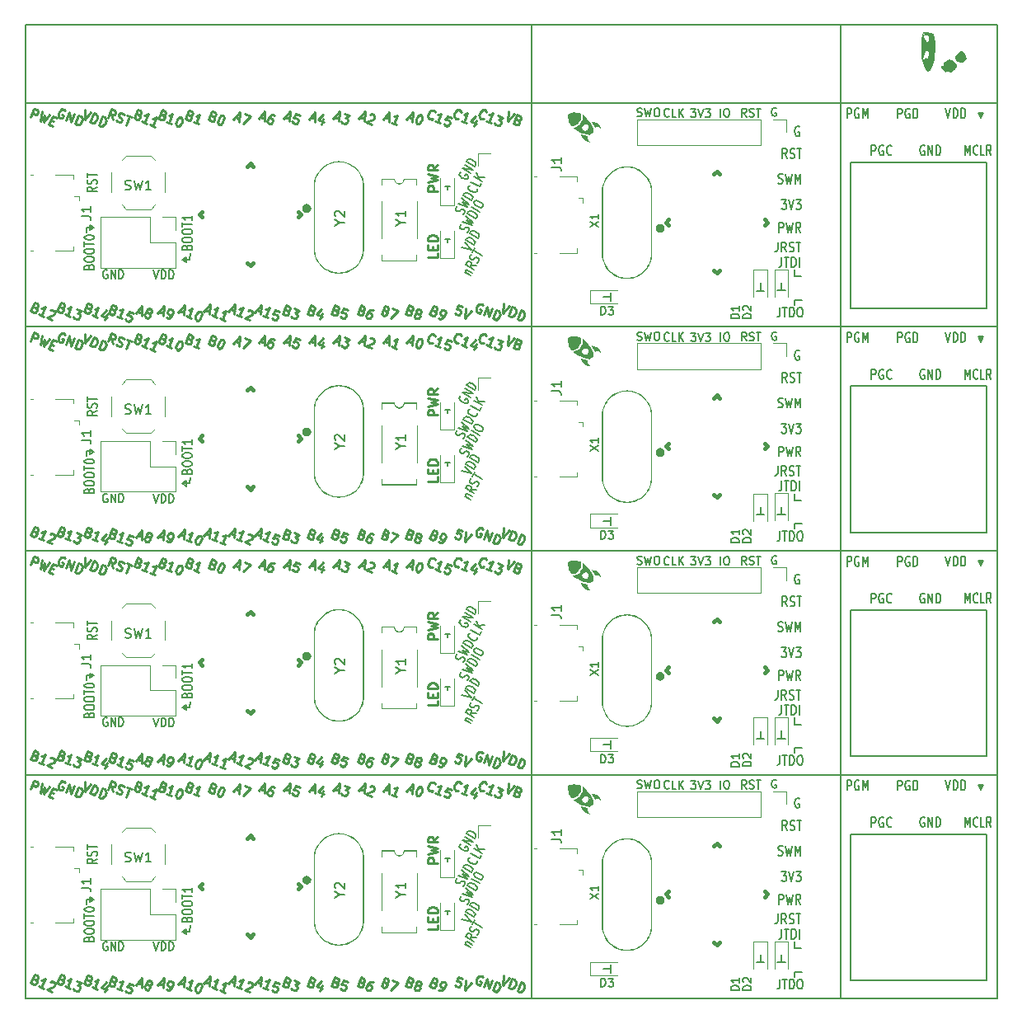
<source format=gto>
%MOIN*%
%OFA0B0*%
%FSLAX46Y46*%
%IPPOS*%
%LPD*%
%ADD10C,0.0039370078740157488*%
%ADD11C,0.00984251968503937*%
%ADD12C,0.0078740157480314977*%
%ADD13C,0.0093503937007874023*%
%ADD14C,0.0047244094488188976*%
%ADD15C,0.015748031496062995*%
%ADD16C,0.029527559055118113*%
%ADD17C,0.005905511811023622*%
%ADD28C,0.0039370078740157488*%
%ADD29C,0.00984251968503937*%
%ADD30C,0.0078740157480314977*%
%ADD31C,0.0093503937007874023*%
%ADD32C,0.0047244094488188976*%
%ADD33C,0.015748031496062995*%
%ADD34C,0.029527559055118113*%
%ADD35C,0.005905511811023622*%
%ADD36C,0.0039370078740157488*%
%ADD37C,0.00984251968503937*%
%ADD38C,0.0078740157480314977*%
%ADD39C,0.0093503937007874023*%
%ADD40C,0.0047244094488188976*%
%ADD41C,0.015748031496062995*%
%ADD42C,0.029527559055118113*%
%ADD43C,0.005905511811023622*%
%ADD44C,0.0039370078740157488*%
%ADD45C,0.00984251968503937*%
%ADD46C,0.0078740157480314977*%
%ADD47C,0.0093503937007874023*%
%ADD48C,0.0047244094488188976*%
%ADD49C,0.015748031496062995*%
%ADD50C,0.029527559055118113*%
%ADD51C,0.005905511811023622*%
%ADD52C,0.0039370078740157488*%
%ADD53C,0.0078740157480314977*%
%ADD54C,0.0047244094488188976*%
%ADD55C,0.005905511811023622*%
%ADD56C,0.015748031496062995*%
%ADD57C,0.029527559055118113*%
%ADD58C,0.0039370078740157488*%
%ADD59C,0.0078740157480314977*%
%ADD60C,0.0047244094488188976*%
%ADD61C,0.005905511811023622*%
%ADD62C,0.015748031496062995*%
%ADD63C,0.029527559055118113*%
%ADD64C,0.0039370078740157488*%
%ADD65C,0.0078740157480314977*%
%ADD66C,0.0047244094488188976*%
%ADD67C,0.005905511811023622*%
%ADD68C,0.015748031496062995*%
%ADD69C,0.029527559055118113*%
%ADD70C,0.0039370078740157488*%
%ADD71C,0.0078740157480314977*%
%ADD72C,0.0047244094488188976*%
%ADD73C,0.005905511811023622*%
%ADD74C,0.015748031496062995*%
%ADD75C,0.029527559055118113*%
%ADD76C,0.0039370078740157488*%
%ADD77C,0.0039370078740157488*%
%ADD78C,0.0078740157480314977*%
%ADD79C,0.0073818897637795283*%
%ADD80C,0.005905511811023622*%
%ADD81C,0.0039370078740157488*%
%ADD82C,0.0078740157480314977*%
%ADD83C,0.0073818897637795283*%
%ADD84C,0.005905511811023622*%
%ADD85C,0.0039370078740157488*%
%ADD86C,0.0078740157480314977*%
%ADD87C,0.0073818897637795283*%
%ADD88C,0.005905511811023622*%
%ADD89C,0.0039370078740157488*%
%ADD90C,0.0078740157480314977*%
%ADD91C,0.0073818897637795283*%
%ADD92C,0.005905511811023622*%
%ADD93C,0.0039370078740157488*%
%ADD104C,0.0039370078740157488*%
%ADD105C,0.0078740157480314977*%
%LPD*%
G01G01*
D10*
D11*
X0001667495Y0000299021D02*
X0001667495Y0000280273D01*
X0001628125Y0000280273D01*
X0001646872Y0000312144D02*
X0001646872Y0000325268D01*
X0001667495Y0000330892D02*
X0001667495Y0000312144D01*
X0001628125Y0000312144D01*
X0001628125Y0000330892D01*
X0001667495Y0000347765D02*
X0001628125Y0000347765D01*
X0001628125Y0000357139D01*
X0001630000Y0000362763D01*
X0001633749Y0000366512D01*
X0001637498Y0000368387D01*
X0001644998Y0000370262D01*
X0001650621Y0000370262D01*
X0001658121Y0000368387D01*
X0001661870Y0000366512D01*
X0001665620Y0000362763D01*
X0001667495Y0000357139D01*
X0001667495Y0000347765D01*
X0001668282Y0000548608D02*
X0001628912Y0000548608D01*
X0001628912Y0000563607D01*
X0001630787Y0000567356D01*
X0001632662Y0000569231D01*
X0001636411Y0000571106D01*
X0001642035Y0000571106D01*
X0001645785Y0000569231D01*
X0001647660Y0000567356D01*
X0001649535Y0000563607D01*
X0001649535Y0000548608D01*
X0001628912Y0000584229D02*
X0001668282Y0000593603D01*
X0001640161Y0000601102D01*
X0001668282Y0000608601D01*
X0001628912Y0000617975D01*
X0001668282Y0000655469D02*
X0001649535Y0000642347D01*
X0001668282Y0000632973D02*
X0001628912Y0000632973D01*
X0001628912Y0000647971D01*
X0001630787Y0000651721D01*
X0001632662Y0000653595D01*
X0001636411Y0000655469D01*
X0001642035Y0000655469D01*
X0001645785Y0000653595D01*
X0001647660Y0000651721D01*
X0001649535Y0000647971D01*
X0001649535Y0000632973D01*
D12*
X0001707165Y0000555118D02*
X0001707165Y0000568503D01*
X0001696850Y0000568897D02*
X0001716535Y0000568897D01*
X0001707086Y0000341732D02*
X0001707086Y0000355118D01*
X0001696929Y0000355118D02*
X0001716614Y0000355118D01*
X0001769597Y0000454020D02*
X0001773470Y0000456978D01*
X0001777220Y0000463473D01*
X0001777096Y0000467009D01*
X0001776222Y0000469245D01*
X0001773725Y0000472418D01*
X0001770478Y0000474293D01*
X0001766481Y0000474869D01*
X0001764107Y0000474508D01*
X0001760984Y0000472847D01*
X0001756360Y0000468589D01*
X0001753235Y0000466929D01*
X0001750864Y0000466567D01*
X0001746867Y0000467143D01*
X0001743619Y0000469018D01*
X0001741122Y0000472192D01*
X0001740248Y0000474428D01*
X0001740125Y0000477963D01*
X0001743874Y0000484457D01*
X0001747747Y0000487416D01*
X0001751373Y0000497446D02*
X0001789218Y0000484255D01*
X0001767864Y0000503511D01*
X0001795217Y0000494646D01*
X0001764870Y0000520826D01*
X0001804966Y0000511532D02*
X0001770870Y0000531217D01*
X0001774620Y0000537711D01*
X0001778494Y0000540670D01*
X0001783241Y0000541393D01*
X0001787237Y0000540818D01*
X0001794482Y0000538367D01*
X0001799353Y0000535555D01*
X0001805097Y0000530506D01*
X0001807594Y0000527333D01*
X0001809342Y0000522860D01*
X0001808716Y0000518026D01*
X0001804966Y0000511532D01*
X0001826466Y0000556270D02*
X0001827340Y0000554033D01*
X0001826713Y0000549199D01*
X0001825214Y0000546601D01*
X0001821340Y0000543642D01*
X0001816593Y0000542919D01*
X0001812595Y0000543495D01*
X0001805352Y0000545946D01*
X0001800481Y0000548758D01*
X0001794737Y0000553806D01*
X0001792239Y0000556980D01*
X0001790492Y0000561452D01*
X0001791118Y0000566287D01*
X0001792618Y0000568884D01*
X0001796491Y0000571844D01*
X0001798865Y0000572205D01*
X0001843960Y0000579073D02*
X0001836462Y0000566085D01*
X0001802367Y0000585770D01*
X0001849211Y0000588165D02*
X0001815115Y0000607851D01*
X0001858210Y0000603752D02*
X0001831977Y0000603311D01*
X0001824113Y0000623437D02*
X0001834598Y0000596602D01*
X0000331199Y0000229055D02*
X0000328199Y0000230742D01*
X0000323699Y0000230742D01*
X0000319201Y0000229055D01*
X0000316201Y0000225680D01*
X0000314701Y0000222305D01*
X0000313202Y0000215556D01*
X0000313202Y0000210494D01*
X0000314701Y0000203745D01*
X0000316201Y0000200371D01*
X0000319201Y0000196996D01*
X0000323699Y0000195309D01*
X0000326699Y0000195309D01*
X0000331199Y0000196996D01*
X0000332699Y0000198682D01*
X0000332699Y0000210494D01*
X0000326699Y0000210494D01*
X0000346197Y0000195309D02*
X0000346197Y0000230742D01*
X0000364195Y0000195309D01*
X0000364195Y0000230742D01*
X0000379193Y0000195309D02*
X0000379193Y0000230742D01*
X0000386691Y0000230742D01*
X0000391192Y0000229055D01*
X0000394192Y0000225680D01*
X0000395691Y0000222305D01*
X0000397191Y0000215556D01*
X0000397191Y0000210494D01*
X0000395691Y0000203745D01*
X0000394192Y0000200371D01*
X0000391192Y0000196996D01*
X0000386691Y0000195309D01*
X0000379193Y0000195309D01*
X0000653880Y0000321391D02*
X0000655755Y0000325890D01*
X0000657630Y0000327390D01*
X0000661379Y0000328890D01*
X0000667004Y0000328890D01*
X0000670753Y0000327390D01*
X0000672628Y0000325890D01*
X0000674503Y0000322890D01*
X0000674503Y0000310892D01*
X0000635133Y0000310892D01*
X0000635133Y0000321391D01*
X0000637007Y0000324390D01*
X0000638881Y0000325890D01*
X0000642632Y0000327390D01*
X0000646381Y0000327390D01*
X0000650130Y0000325890D01*
X0000652004Y0000324390D01*
X0000653880Y0000321391D01*
X0000653880Y0000310892D01*
X0000635133Y0000348387D02*
X0000635133Y0000354386D01*
X0000637007Y0000357386D01*
X0000640757Y0000360386D01*
X0000648256Y0000361886D01*
X0000661379Y0000361886D01*
X0000668878Y0000360386D01*
X0000672628Y0000357386D01*
X0000674503Y0000354386D01*
X0000674503Y0000348387D01*
X0000672628Y0000345388D01*
X0000668878Y0000342388D01*
X0000661379Y0000340888D01*
X0000648256Y0000340888D01*
X0000640757Y0000342388D01*
X0000637007Y0000345388D01*
X0000635133Y0000348387D01*
X0000635133Y0000381383D02*
X0000635133Y0000387382D01*
X0000637007Y0000390382D01*
X0000640757Y0000393382D01*
X0000648256Y0000394880D01*
X0000661379Y0000394880D01*
X0000668878Y0000393382D01*
X0000672628Y0000390382D01*
X0000674503Y0000387382D01*
X0000674503Y0000381383D01*
X0000672628Y0000378383D01*
X0000668878Y0000375384D01*
X0000661379Y0000373884D01*
X0000648256Y0000373884D01*
X0000640757Y0000375384D01*
X0000637007Y0000378383D01*
X0000635133Y0000381383D01*
X0000635133Y0000403880D02*
X0000635133Y0000421877D01*
X0000674503Y0000412879D02*
X0000635133Y0000412879D01*
X0000674503Y0000448875D02*
X0000674503Y0000430877D01*
X0000674503Y0000439876D02*
X0000635133Y0000439876D01*
X0000640757Y0000436876D01*
X0000644506Y0000433877D01*
X0000646381Y0000430877D01*
X0000289463Y0000565429D02*
X0000270716Y0000554930D01*
X0000289463Y0000547431D02*
X0000250093Y0000547431D01*
X0000250093Y0000559430D01*
X0000251968Y0000562429D01*
X0000253842Y0000563929D01*
X0000257592Y0000565429D01*
X0000263217Y0000565429D01*
X0000266966Y0000563929D01*
X0000268841Y0000562429D01*
X0000270716Y0000559430D01*
X0000270716Y0000547431D01*
X0000287589Y0000577427D02*
X0000289463Y0000581927D01*
X0000289463Y0000589426D01*
X0000287589Y0000592425D01*
X0000285714Y0000593925D01*
X0000281964Y0000595425D01*
X0000278215Y0000595425D01*
X0000274465Y0000593925D01*
X0000272590Y0000592425D01*
X0000270716Y0000589426D01*
X0000268841Y0000583427D01*
X0000266966Y0000580427D01*
X0000265091Y0000578927D01*
X0000261342Y0000577427D01*
X0000257592Y0000577427D01*
X0000253842Y0000578927D01*
X0000251968Y0000580427D01*
X0000250093Y0000583427D01*
X0000250093Y0000590926D01*
X0000251968Y0000595425D01*
X0000250093Y0000604424D02*
X0000250093Y0000622422D01*
X0000289463Y0000613423D02*
X0000250093Y0000613423D01*
X0000246850Y0000388188D02*
X0000246850Y0000381496D01*
X0000651181Y0000261023D02*
X0000635826Y0000271653D01*
X0000651181Y0000282283D02*
X0000651181Y0000261023D01*
X0000635826Y0000271653D02*
X0000651181Y0000282283D01*
X0000665354Y0000271653D02*
X0000635826Y0000271653D01*
X0000666141Y0000296456D02*
X0000665354Y0000271653D01*
X0000276771Y0000400787D02*
X0000260236Y0000409842D01*
X0000259842Y0000391338D02*
X0000276771Y0000400787D01*
X0000259842Y0000409448D02*
X0000259842Y0000391338D01*
X0000272440Y0000401968D02*
X0000259842Y0000409448D01*
X0000246850Y0000401574D02*
X0000272440Y0000401968D01*
X0000246850Y0000388582D02*
X0000246850Y0000401574D01*
X0000257817Y0000242257D02*
X0000259691Y0000246756D01*
X0000261567Y0000248256D01*
X0000265316Y0000249756D01*
X0000270941Y0000249756D01*
X0000274690Y0000248256D01*
X0000276565Y0000246756D01*
X0000278440Y0000243757D01*
X0000278440Y0000231758D01*
X0000239070Y0000231758D01*
X0000239070Y0000242257D01*
X0000240944Y0000245256D01*
X0000242819Y0000246756D01*
X0000246568Y0000248256D01*
X0000250317Y0000248256D01*
X0000254068Y0000246756D01*
X0000255942Y0000245256D01*
X0000257817Y0000242257D01*
X0000257817Y0000231758D01*
X0000239070Y0000269253D02*
X0000239070Y0000275253D01*
X0000240944Y0000278252D01*
X0000244694Y0000281252D01*
X0000252193Y0000282752D01*
X0000265316Y0000282752D01*
X0000272815Y0000281252D01*
X0000276565Y0000278252D01*
X0000278440Y0000275253D01*
X0000278440Y0000269253D01*
X0000276565Y0000266254D01*
X0000272815Y0000263254D01*
X0000265316Y0000261754D01*
X0000252193Y0000261754D01*
X0000244694Y0000263254D01*
X0000240944Y0000266254D01*
X0000239070Y0000269253D01*
X0000239070Y0000302249D02*
X0000239070Y0000308248D01*
X0000240944Y0000311248D01*
X0000244694Y0000314248D01*
X0000252193Y0000315748D01*
X0000265316Y0000315748D01*
X0000272815Y0000314248D01*
X0000276565Y0000311248D01*
X0000278440Y0000308248D01*
X0000278440Y0000302249D01*
X0000276565Y0000299250D01*
X0000272815Y0000296250D01*
X0000265316Y0000294750D01*
X0000252193Y0000294750D01*
X0000244694Y0000296250D01*
X0000240944Y0000299250D01*
X0000239070Y0000302249D01*
X0000239070Y0000324746D02*
X0000239070Y0000342744D01*
X0000278440Y0000333745D02*
X0000239070Y0000333745D01*
X0000239070Y0000359242D02*
X0000239070Y0000362242D01*
X0000240944Y0000365241D01*
X0000242819Y0000366741D01*
X0000246568Y0000368241D01*
X0000254068Y0000369741D01*
X0000263442Y0000369741D01*
X0000270941Y0000368241D01*
X0000274690Y0000366741D01*
X0000276565Y0000365241D01*
X0000278440Y0000362242D01*
X0000278440Y0000359242D01*
X0000276565Y0000356242D01*
X0000274690Y0000354743D01*
X0000270941Y0000353243D01*
X0000263442Y0000351743D01*
X0000254068Y0000351743D01*
X0000246568Y0000353243D01*
X0000242819Y0000354743D01*
X0000240944Y0000356242D01*
X0000239070Y0000359242D01*
X0000518713Y0000229561D02*
X0000529212Y0000194128D01*
X0000539711Y0000229561D01*
X0000550209Y0000194128D02*
X0000550209Y0000229561D01*
X0000557709Y0000229561D01*
X0000562208Y0000227873D01*
X0000565208Y0000224499D01*
X0000566707Y0000221124D01*
X0000568207Y0000214375D01*
X0000568207Y0000209313D01*
X0000566707Y0000202563D01*
X0000565208Y0000199190D01*
X0000562208Y0000195815D01*
X0000557709Y0000194128D01*
X0000550209Y0000194128D01*
X0000581706Y0000194128D02*
X0000581706Y0000229561D01*
X0000589205Y0000229561D01*
X0000593704Y0000227873D01*
X0000596704Y0000224499D01*
X0000598203Y0000221124D01*
X0000599703Y0000214375D01*
X0000599703Y0000209313D01*
X0000598203Y0000202563D01*
X0000596704Y0000199190D01*
X0000593704Y0000195815D01*
X0000589205Y0000194128D01*
X0000581706Y0000194128D01*
X0001765528Y0000322364D02*
X0001804872Y0000311771D01*
X0001776026Y0000340548D01*
X0001815371Y0000329955D02*
X0001781276Y0000349640D01*
X0001785025Y0000356134D01*
X0001788898Y0000359094D01*
X0001793646Y0000359817D01*
X0001797643Y0000359241D01*
X0001804887Y0000356790D01*
X0001809758Y0000353978D01*
X0001815502Y0000348930D01*
X0001817999Y0000345756D01*
X0001819745Y0000341283D01*
X0001819121Y0000336449D01*
X0001815371Y0000329955D01*
X0001831119Y0000357231D02*
X0001797024Y0000376916D01*
X0001800773Y0000383411D01*
X0001804647Y0000386369D01*
X0001809394Y0000387093D01*
X0001813391Y0000386517D01*
X0001820635Y0000384066D01*
X0001825506Y0000381254D01*
X0001831250Y0000376206D01*
X0001833747Y0000373032D01*
X0001835495Y0000368560D01*
X0001834869Y0000363726D01*
X0001831119Y0000357231D01*
X0001777080Y0000220331D02*
X0001799811Y0000207208D01*
X0001780327Y0000218456D02*
X0001779453Y0000220693D01*
X0001779329Y0000224227D01*
X0001781580Y0000228124D01*
X0001784703Y0000229785D01*
X0001788698Y0000229209D01*
X0001806560Y0000218898D01*
X0001823058Y0000247473D02*
X0001801572Y0000247755D01*
X0001814059Y0000231887D02*
X0001779963Y0000251572D01*
X0001785963Y0000261961D01*
X0001789086Y0000263623D01*
X0001791460Y0000263984D01*
X0001795456Y0000263408D01*
X0001800327Y0000260596D01*
X0001802825Y0000257423D01*
X0001803698Y0000255187D01*
X0001803822Y0000251651D01*
X0001797823Y0000241260D01*
X0001827433Y0000258801D02*
X0001831307Y0000261761D01*
X0001835056Y0000268255D01*
X0001834932Y0000271790D01*
X0001834059Y0000274026D01*
X0001831560Y0000277200D01*
X0001828314Y0000279075D01*
X0001824317Y0000279651D01*
X0001821943Y0000279289D01*
X0001818820Y0000277629D01*
X0001814197Y0000273371D01*
X0001811074Y0000271710D01*
X0001808700Y0000271349D01*
X0001804703Y0000271925D01*
X0001801456Y0000273800D01*
X0001798959Y0000276973D01*
X0001798085Y0000279209D01*
X0001797961Y0000282745D01*
X0001801711Y0000289239D01*
X0001805584Y0000292198D01*
X0001808460Y0000300929D02*
X0001817459Y0000316514D01*
X0001847055Y0000289037D02*
X0001812959Y0000308722D01*
X0001786807Y0000381003D02*
X0001790680Y0000383963D01*
X0001794430Y0000390457D01*
X0001794306Y0000393992D01*
X0001793433Y0000396228D01*
X0001790935Y0000399402D01*
X0001787688Y0000401277D01*
X0001783691Y0000401853D01*
X0001781317Y0000401491D01*
X0001778193Y0000399831D01*
X0001773571Y0000395573D01*
X0001770447Y0000393912D01*
X0001768074Y0000393551D01*
X0001764077Y0000394127D01*
X0001760830Y0000396001D01*
X0001758332Y0000399175D01*
X0001757459Y0000401411D01*
X0001757335Y0000404946D01*
X0001761084Y0000411441D01*
X0001764958Y0000414400D01*
X0001768584Y0000424430D02*
X0001806429Y0000411239D01*
X0001785074Y0000430495D01*
X0001812428Y0000421630D01*
X0001782082Y0000447810D01*
X0001822177Y0000438515D02*
X0001788081Y0000458201D01*
X0001791831Y0000464695D01*
X0001795704Y0000467654D01*
X0001800451Y0000468377D01*
X0001804448Y0000467801D01*
X0001811692Y0000465351D01*
X0001816563Y0000462538D01*
X0001822308Y0000457490D01*
X0001824805Y0000454316D01*
X0001826552Y0000449844D01*
X0001825926Y0000445009D01*
X0001822177Y0000438515D01*
X0001837925Y0000465792D02*
X0001803829Y0000485477D01*
X0001814328Y0000503661D02*
X0001817327Y0000508857D01*
X0001820451Y0000510517D01*
X0001825198Y0000511240D01*
X0001832442Y0000508789D01*
X0001843807Y0000502228D01*
X0001849552Y0000497179D01*
X0001851299Y0000492707D01*
X0001851423Y0000489171D01*
X0001848423Y0000483975D01*
X0001845300Y0000482316D01*
X0001840553Y0000481593D01*
X0001833309Y0000484043D01*
X0001821943Y0000490605D01*
X0001816199Y0000495653D01*
X0001814452Y0000500125D01*
X0001814328Y0000503661D01*
X0001761583Y0000625595D02*
X0001758460Y0000623935D01*
X0001756210Y0000620038D01*
X0001755584Y0000615204D01*
X0001757331Y0000610732D01*
X0001759829Y0000607558D01*
X0001765573Y0000602510D01*
X0001770444Y0000599698D01*
X0001777688Y0000597247D01*
X0001781685Y0000596671D01*
X0001786432Y0000597394D01*
X0001790306Y0000600353D01*
X0001791805Y0000602951D01*
X0001792432Y0000607785D01*
X0001791557Y0000610021D01*
X0001780193Y0000616583D01*
X0001777193Y0000611388D01*
X0001801554Y0000619837D02*
X0001767459Y0000639522D01*
X0001810553Y0000635423D01*
X0001776458Y0000655107D01*
X0001818051Y0000648412D02*
X0001783957Y0000668097D01*
X0001787706Y0000674591D01*
X0001791578Y0000677550D01*
X0001796326Y0000678273D01*
X0001800324Y0000677698D01*
X0001807568Y0000675246D01*
X0001812439Y0000672435D01*
X0001818183Y0000667386D01*
X0001820680Y0000664213D01*
X0001822428Y0000659740D01*
X0001821802Y0000654906D01*
X0001818051Y0000648412D01*
D13*
X0000021122Y0000847601D02*
X0000035133Y0000882280D01*
X0000048344Y0000876941D01*
X0000050979Y0000873955D01*
X0000051964Y0000871638D01*
X0000052281Y0000867668D01*
X0000050279Y0000862714D01*
X0000047293Y0000860078D01*
X0000044974Y0000859094D01*
X0000041005Y0000858777D01*
X0000027794Y0000864115D01*
X0000066509Y0000869603D02*
X0000060754Y0000831589D01*
X0000077368Y0000853690D01*
X0000073965Y0000826251D01*
X0000096232Y0000857594D01*
X0000102772Y0000835743D02*
X0000114331Y0000831072D01*
X0000111946Y0000810906D02*
X0000095432Y0000817578D01*
X0000109443Y0000852255D01*
X0000125957Y0000845584D01*
X0000161291Y0000874077D02*
X0000158657Y0000877062D01*
X0000153703Y0000879063D01*
X0000148081Y0000879414D01*
X0000143444Y0000877446D01*
X0000140459Y0000874809D01*
X0000136139Y0000868871D01*
X0000134137Y0000863918D01*
X0000133120Y0000856645D01*
X0000133437Y0000852676D01*
X0000135405Y0000848039D01*
X0000139692Y0000844385D01*
X0000142994Y0000843051D01*
X0000148616Y0000842701D01*
X0000150934Y0000843685D01*
X0000155605Y0000855245D01*
X0000148999Y0000857913D01*
X0000164462Y0000834378D02*
X0000178473Y0000869056D01*
X0000184278Y0000826371D01*
X0000198289Y0000861050D01*
X0000200790Y0000819700D02*
X0000214802Y0000854377D01*
X0000223059Y0000851042D01*
X0000227346Y0000847389D01*
X0000229314Y0000842752D01*
X0000229631Y0000838782D01*
X0000228614Y0000831510D01*
X0000226612Y0000826556D01*
X0000222292Y0000820617D01*
X0000219306Y0000817982D01*
X0000214669Y0000816014D01*
X0000209048Y0000816364D01*
X0000200790Y0000819700D01*
X0000241750Y0000877829D02*
X0000239298Y0000838480D01*
X0000264868Y0000868488D01*
X0000262417Y0000829140D02*
X0000276428Y0000863818D01*
X0000284684Y0000860482D01*
X0000288971Y0000856829D01*
X0000290940Y0000852192D01*
X0000291257Y0000848222D01*
X0000290239Y0000840949D01*
X0000288238Y0000835994D01*
X0000283918Y0000830056D01*
X0000280932Y0000827422D01*
X0000276295Y0000825453D01*
X0000270674Y0000825804D01*
X0000262417Y0000829140D01*
X0000297095Y0000815129D02*
X0000311106Y0000849807D01*
X0000319363Y0000846471D01*
X0000323649Y0000842818D01*
X0000325618Y0000838181D01*
X0000325935Y0000834210D01*
X0000324917Y0000826939D01*
X0000322916Y0000821985D01*
X0000318596Y0000816046D01*
X0000315610Y0000813411D01*
X0000310973Y0000811443D01*
X0000305352Y0000811793D01*
X0000297095Y0000815129D01*
X0000353410Y0000836866D02*
X0000348523Y0000858050D01*
X0000333595Y0000844872D02*
X0000347606Y0000879551D01*
X0000360817Y0000874213D01*
X0000363452Y0000871227D01*
X0000364436Y0000868909D01*
X0000364753Y0000864939D01*
X0000362752Y0000859985D01*
X0000359766Y0000857350D01*
X0000357447Y0000856364D01*
X0000353477Y0000856048D01*
X0000340267Y0000861386D01*
X0000367289Y0000833180D02*
X0000371576Y0000829526D01*
X0000379832Y0000826191D01*
X0000383802Y0000826508D01*
X0000386121Y0000827492D01*
X0000389107Y0000830128D01*
X0000390441Y0000833431D01*
X0000390124Y0000837400D01*
X0000389140Y0000839719D01*
X0000386504Y0000842705D01*
X0000380565Y0000847025D01*
X0000377931Y0000850011D01*
X0000376946Y0000852329D01*
X0000376629Y0000856299D01*
X0000377964Y0000859602D01*
X0000380950Y0000862237D01*
X0000383268Y0000863221D01*
X0000387238Y0000863538D01*
X0000395495Y0000860202D01*
X0000399781Y0000856549D01*
X0000410357Y0000854198D02*
X0000430173Y0000846191D01*
X0000406254Y0000815516D02*
X0000420265Y0000850195D01*
X0000458246Y0000856158D02*
X0000462533Y0000852505D01*
X0000463517Y0000850187D01*
X0000463834Y0000846217D01*
X0000461832Y0000841263D01*
X0000458846Y0000838626D01*
X0000456527Y0000837643D01*
X0000452558Y0000837326D01*
X0000439347Y0000842663D01*
X0000453358Y0000877342D01*
X0000464918Y0000872670D01*
X0000467553Y0000869686D01*
X0000468537Y0000867367D01*
X0000468854Y0000863397D01*
X0000467520Y0000860095D01*
X0000464534Y0000857459D01*
X0000462216Y0000856475D01*
X0000458246Y0000856158D01*
X0000446686Y0000860828D01*
X0000492190Y0000821314D02*
X0000472374Y0000829320D01*
X0000482282Y0000825317D02*
X0000496293Y0000859995D01*
X0000490989Y0000856375D01*
X0000486352Y0000854407D01*
X0000482382Y0000854090D01*
X0000525217Y0000807970D02*
X0000505401Y0000815976D01*
X0000515309Y0000811973D02*
X0000529320Y0000846651D01*
X0000524016Y0000843032D01*
X0000519379Y0000841063D01*
X0000515409Y0000840746D01*
X0000557537Y0000855686D02*
X0000561824Y0000852033D01*
X0000562808Y0000849714D01*
X0000563125Y0000845744D01*
X0000561124Y0000840790D01*
X0000558138Y0000838154D01*
X0000555819Y0000837171D01*
X0000551849Y0000836854D01*
X0000538639Y0000842191D01*
X0000552650Y0000876869D01*
X0000564209Y0000872199D01*
X0000566844Y0000869213D01*
X0000567829Y0000866894D01*
X0000568146Y0000862925D01*
X0000566811Y0000859622D01*
X0000563825Y0000856987D01*
X0000561507Y0000856003D01*
X0000557537Y0000855686D01*
X0000545978Y0000860356D01*
X0000591482Y0000820841D02*
X0000571665Y0000828847D01*
X0000581574Y0000824844D02*
X0000595584Y0000859522D01*
X0000590280Y0000855903D01*
X0000585643Y0000853935D01*
X0000581673Y0000853618D01*
X0000626960Y0000846846D02*
X0000630263Y0000845511D01*
X0000632898Y0000842525D01*
X0000633882Y0000840207D01*
X0000634199Y0000836237D01*
X0000633182Y0000828965D01*
X0000629846Y0000820708D01*
X0000625526Y0000814770D01*
X0000622540Y0000812135D01*
X0000620222Y0000811150D01*
X0000616252Y0000810833D01*
X0000612949Y0000812168D01*
X0000610314Y0000815154D01*
X0000609329Y0000817471D01*
X0000609012Y0000821442D01*
X0000610030Y0000828714D01*
X0000613366Y0000836971D01*
X0000617686Y0000842909D01*
X0000620672Y0000845545D01*
X0000622990Y0000846529D01*
X0000626960Y0000846846D01*
X0000666176Y0000854132D02*
X0000670462Y0000850478D01*
X0000671447Y0000848160D01*
X0000671764Y0000844191D01*
X0000669763Y0000839237D01*
X0000666777Y0000836601D01*
X0000664459Y0000835617D01*
X0000660489Y0000835300D01*
X0000647278Y0000840637D01*
X0000661289Y0000875316D01*
X0000672848Y0000870645D01*
X0000675484Y0000867660D01*
X0000676468Y0000865340D01*
X0000676785Y0000861371D01*
X0000675451Y0000858068D01*
X0000672465Y0000855433D01*
X0000670145Y0000854449D01*
X0000666176Y0000854132D01*
X0000654617Y0000858802D01*
X0000700121Y0000819286D02*
X0000680305Y0000827294D01*
X0000690213Y0000823291D02*
X0000704224Y0000857969D01*
X0000698920Y0000854349D01*
X0000694283Y0000852381D01*
X0000690313Y0000852064D01*
X0000759877Y0000849407D02*
X0000764164Y0000845755D01*
X0000765147Y0000843436D01*
X0000765465Y0000839466D01*
X0000763463Y0000834512D01*
X0000760477Y0000831877D01*
X0000758159Y0000830892D01*
X0000754190Y0000830575D01*
X0000740979Y0000835913D01*
X0000754990Y0000870591D01*
X0000766549Y0000865921D01*
X0000769185Y0000862935D01*
X0000770169Y0000860617D01*
X0000770486Y0000856647D01*
X0000769151Y0000853344D01*
X0000766166Y0000850709D01*
X0000763847Y0000849724D01*
X0000759877Y0000849407D01*
X0000748318Y0000854078D01*
X0000796273Y0000853912D02*
X0000799576Y0000852577D01*
X0000802211Y0000849591D01*
X0000803196Y0000847273D01*
X0000803513Y0000843303D01*
X0000802495Y0000836030D01*
X0000799159Y0000827774D01*
X0000794838Y0000821836D01*
X0000791853Y0000819200D01*
X0000789535Y0000818216D01*
X0000785565Y0000817899D01*
X0000782262Y0000819233D01*
X0000779627Y0000822219D01*
X0000778643Y0000824538D01*
X0000778326Y0000828507D01*
X0000779343Y0000835780D01*
X0000782679Y0000844037D01*
X0000786999Y0000849975D01*
X0000789985Y0000852610D01*
X0000792303Y0000853595D01*
X0000796273Y0000853912D01*
X0000849351Y0000845881D02*
X0000865864Y0000839208D01*
X0000842045Y0000837307D02*
X0000867615Y0000867315D01*
X0000865164Y0000827967D01*
X0000887431Y0000859309D02*
X0000910550Y0000849968D01*
X0000881677Y0000821294D01*
X0000950138Y0000847850D02*
X0000966652Y0000841178D01*
X0000942833Y0000839276D02*
X0000968403Y0000869284D01*
X0000965950Y0000829935D01*
X0001006384Y0000853939D02*
X0000999778Y0000856607D01*
X0000995808Y0000856290D01*
X0000993490Y0000855306D01*
X0000988186Y0000851687D01*
X0000983866Y0000845748D01*
X0000978528Y0000832538D01*
X0000978845Y0000828568D01*
X0000979829Y0000826249D01*
X0000982465Y0000823264D01*
X0000989070Y0000820595D01*
X0000993040Y0000820912D01*
X0000995358Y0000821896D01*
X0000998344Y0000824531D01*
X0001001679Y0000832788D01*
X0001001363Y0000836758D01*
X0001000378Y0000839077D01*
X0000997743Y0000842062D01*
X0000991138Y0000844731D01*
X0000987167Y0000844414D01*
X0000984849Y0000843430D01*
X0000981864Y0000840794D01*
X0001052107Y0000847850D02*
X0001068620Y0000841178D01*
X0001044801Y0000839276D02*
X0001070371Y0000869284D01*
X0001067920Y0000829935D01*
X0001110003Y0000853271D02*
X0001093490Y0000859943D01*
X0001085167Y0000844097D01*
X0001087485Y0000845081D01*
X0001091455Y0000845398D01*
X0001099712Y0000842062D01*
X0001102347Y0000839077D01*
X0001103332Y0000836758D01*
X0001103649Y0000832788D01*
X0001100313Y0000824531D01*
X0001097327Y0000821896D01*
X0001095008Y0000820912D01*
X0001091039Y0000820595D01*
X0001082782Y0000823931D01*
X0001080146Y0000826916D01*
X0001079162Y0000829235D01*
X0001154075Y0000847062D02*
X0001170589Y0000840390D01*
X0001146770Y0000838488D02*
X0001172340Y0000868495D01*
X0001169888Y0000829147D01*
X0001205650Y0000841592D02*
X0001196310Y0000818473D01*
X0001202731Y0000858138D02*
X0001184467Y0000836704D01*
X0001205934Y0000828031D01*
X0001251713Y0000848637D02*
X0001268227Y0000841965D01*
X0001244407Y0000840063D02*
X0001269978Y0000870071D01*
X0001267526Y0000830723D01*
X0001289794Y0000862065D02*
X0001311261Y0000853392D01*
X0001294364Y0000844851D01*
X0001299318Y0000842850D01*
X0001301954Y0000839864D01*
X0001302938Y0000837545D01*
X0001303255Y0000833575D01*
X0001299919Y0000825319D01*
X0001296933Y0000822683D01*
X0001294615Y0000821699D01*
X0001290644Y0000821382D01*
X0001280737Y0000825385D01*
X0001278101Y0000828371D01*
X0001277117Y0000830690D01*
X0001354863Y0000848637D02*
X0001371376Y0000841965D01*
X0001347557Y0000840063D02*
X0001373127Y0000870071D01*
X0001370676Y0000830723D01*
X0001393259Y0000858095D02*
X0001395579Y0000859079D01*
X0001399549Y0000859395D01*
X0001407805Y0000856060D01*
X0001410441Y0000853075D01*
X0001411425Y0000850756D01*
X0001411741Y0000846786D01*
X0001410408Y0000843484D01*
X0001406753Y0000839197D01*
X0001378932Y0000827387D01*
X0001400400Y0000818713D01*
X0001454075Y0000846669D02*
X0001470589Y0000839997D01*
X0001446770Y0000838095D02*
X0001472340Y0000868103D01*
X0001469888Y0000828754D01*
X0001499612Y0000816745D02*
X0001479796Y0000824751D01*
X0001489704Y0000820748D02*
X0001503715Y0000855426D01*
X0001498411Y0000851807D01*
X0001493774Y0000849838D01*
X0001489804Y0000849521D01*
X0001549351Y0000846669D02*
X0001565862Y0000839997D01*
X0001542045Y0000838095D02*
X0001567615Y0000868103D01*
X0001565164Y0000828754D01*
X0001597340Y0000856093D02*
X0001600642Y0000854759D01*
X0001603278Y0000851773D01*
X0001604262Y0000849455D01*
X0001604579Y0000845485D01*
X0001603561Y0000838212D01*
X0001600226Y0000829956D01*
X0001595905Y0000824017D01*
X0001592920Y0000821382D01*
X0001590600Y0000820398D01*
X0001586631Y0000820081D01*
X0001583329Y0000821415D01*
X0001580693Y0000824401D01*
X0001579709Y0000826719D01*
X0001579392Y0000830689D01*
X0001580409Y0000837962D01*
X0001583745Y0000846219D01*
X0001588064Y0000852157D01*
X0001591051Y0000854792D01*
X0001593369Y0000855776D01*
X0001597340Y0000856093D01*
X0001646403Y0000839850D02*
X0001644085Y0000838866D01*
X0001638463Y0000839215D01*
X0001635161Y0000840550D01*
X0001630874Y0000844202D01*
X0001628906Y0000848840D01*
X0001628589Y0000852810D01*
X0001629606Y0000860083D01*
X0001631608Y0000865037D01*
X0001635927Y0000870975D01*
X0001638914Y0000873610D01*
X0001643551Y0000875579D01*
X0001649172Y0000875228D01*
X0001652474Y0000873893D01*
X0001656761Y0000870241D01*
X0001657744Y0000867923D01*
X0001678096Y0000823202D02*
X0001658280Y0000831210D01*
X0001668187Y0000827207D02*
X0001682199Y0000861885D01*
X0001676894Y0000858265D01*
X0001672257Y0000856297D01*
X0001668287Y0000855980D01*
X0001723482Y0000845205D02*
X0001706969Y0000851877D01*
X0001698645Y0000836031D01*
X0001700964Y0000837015D01*
X0001704934Y0000837331D01*
X0001713191Y0000833996D01*
X0001715826Y0000831010D01*
X0001716810Y0000828692D01*
X0001717127Y0000824722D01*
X0001713790Y0000816465D01*
X0001710806Y0000813830D01*
X0001708486Y0000812845D01*
X0001704517Y0000812528D01*
X0001696260Y0000815864D01*
X0001693625Y0000818850D01*
X0001692641Y0000821169D01*
X0001751915Y0000841031D02*
X0001749597Y0000840047D01*
X0001743975Y0000840397D01*
X0001740673Y0000841731D01*
X0001736386Y0000845384D01*
X0001734418Y0000850021D01*
X0001734101Y0000853991D01*
X0001735118Y0000861264D01*
X0001737120Y0000866218D01*
X0001741440Y0000872156D01*
X0001744425Y0000874791D01*
X0001749062Y0000876760D01*
X0001754684Y0000876409D01*
X0001757986Y0000875075D01*
X0001762273Y0000871422D01*
X0001763257Y0000869104D01*
X0001783607Y0000824385D02*
X0001763791Y0000832391D01*
X0001773700Y0000828388D02*
X0001787710Y0000863066D01*
X0001782406Y0000859446D01*
X0001777769Y0000857477D01*
X0001773799Y0000857161D01*
X0001822672Y0000835494D02*
X0001813332Y0000812375D01*
X0001819753Y0000852041D02*
X0001801489Y0000830606D01*
X0001822956Y0000821933D01*
X0001853490Y0000840637D02*
X0001851171Y0000839653D01*
X0001845550Y0000840003D01*
X0001842248Y0000841338D01*
X0001837960Y0000844990D01*
X0001835992Y0000849627D01*
X0001835675Y0000853597D01*
X0001836693Y0000860870D01*
X0001838694Y0000865824D01*
X0001843014Y0000871762D01*
X0001846000Y0000874398D01*
X0001850637Y0000876366D01*
X0001856258Y0000876016D01*
X0001859561Y0000874681D01*
X0001863848Y0000871028D01*
X0001864832Y0000868709D01*
X0001885182Y0000823991D02*
X0001865366Y0000831997D01*
X0001875274Y0000827993D02*
X0001889285Y0000862671D01*
X0001883981Y0000859052D01*
X0001879344Y0000857084D01*
X0001875374Y0000856767D01*
X0001910753Y0000853999D02*
X0001932220Y0000845325D01*
X0001915323Y0000836785D01*
X0001920277Y0000834783D01*
X0001922913Y0000831798D01*
X0001923897Y0000829478D01*
X0001924214Y0000825509D01*
X0001920878Y0000817252D01*
X0001917892Y0000814617D01*
X0001915574Y0000813633D01*
X0001911604Y0000813316D01*
X0001901696Y0000817319D01*
X0001899060Y0000820305D01*
X0001898076Y0000822623D01*
X0001954049Y0000869956D02*
X0001951598Y0000830609D01*
X0001977168Y0000860616D01*
X0001993615Y0000834762D02*
X0001997901Y0000831110D01*
X0001998886Y0000828791D01*
X0001999203Y0000824821D01*
X0001997201Y0000819867D01*
X0001994216Y0000817232D01*
X0001991897Y0000816247D01*
X0001987927Y0000815930D01*
X0001974717Y0000821268D01*
X0001988727Y0000855946D01*
X0002000287Y0000851276D01*
X0002002921Y0000848290D01*
X0002003906Y0000845972D01*
X0002004223Y0000842002D01*
X0002002889Y0000838699D01*
X0001999903Y0000836063D01*
X0001997585Y0000835078D01*
X0001993615Y0000834762D01*
X0001982056Y0000839432D01*
X0000041317Y0000076630D02*
X0000045603Y0000072978D01*
X0000046588Y0000070659D01*
X0000046905Y0000066689D01*
X0000044903Y0000061735D01*
X0000041917Y0000059100D01*
X0000039598Y0000058115D01*
X0000035629Y0000057799D01*
X0000022418Y0000063136D01*
X0000036429Y0000097814D01*
X0000047988Y0000093144D01*
X0000050624Y0000090158D01*
X0000051608Y0000087840D01*
X0000051925Y0000083870D01*
X0000050591Y0000080567D01*
X0000047604Y0000077932D01*
X0000045286Y0000076947D01*
X0000041317Y0000076630D01*
X0000029757Y0000081301D01*
X0000075261Y0000041785D02*
X0000055444Y0000049792D01*
X0000065351Y0000045789D02*
X0000079364Y0000080467D01*
X0000074060Y0000076848D01*
X0000069423Y0000074879D01*
X0000065453Y0000074562D01*
X0000101148Y0000067824D02*
X0000103467Y0000068808D01*
X0000107436Y0000069125D01*
X0000115693Y0000065789D01*
X0000118329Y0000062804D01*
X0000119313Y0000060485D01*
X0000119630Y0000056515D01*
X0000118296Y0000053212D01*
X0000114643Y0000048926D01*
X0000086819Y0000037116D01*
X0000108288Y0000028442D01*
X0000147616Y0000076630D02*
X0000151903Y0000072978D01*
X0000152887Y0000070659D01*
X0000153204Y0000066689D01*
X0000151202Y0000061735D01*
X0000148217Y0000059100D01*
X0000145898Y0000058115D01*
X0000141928Y0000057799D01*
X0000128717Y0000063136D01*
X0000142728Y0000097814D01*
X0000154288Y0000093144D01*
X0000156923Y0000090158D01*
X0000157907Y0000087840D01*
X0000158224Y0000083870D01*
X0000156890Y0000080567D01*
X0000153904Y0000077932D01*
X0000151586Y0000076947D01*
X0000147616Y0000076630D01*
X0000136056Y0000081301D01*
X0000181560Y0000041785D02*
X0000161743Y0000049792D01*
X0000171652Y0000045789D02*
X0000185663Y0000080467D01*
X0000180359Y0000076848D01*
X0000175722Y0000074879D01*
X0000171752Y0000074562D01*
X0000207131Y0000071794D02*
X0000228598Y0000063118D01*
X0000211701Y0000054580D01*
X0000216655Y0000052579D01*
X0000219291Y0000049593D01*
X0000220275Y0000047274D01*
X0000220592Y0000043304D01*
X0000217256Y0000035048D01*
X0000214270Y0000032412D01*
X0000211952Y0000031426D01*
X0000207982Y0000031110D01*
X0000198074Y0000035114D01*
X0000195438Y0000038100D01*
X0000194454Y0000040418D01*
X0000257065Y0000073481D02*
X0000261351Y0000069828D01*
X0000262336Y0000067509D01*
X0000262653Y0000063540D01*
X0000260651Y0000058586D01*
X0000257664Y0000055950D01*
X0000255347Y0000054966D01*
X0000251377Y0000054649D01*
X0000238166Y0000059986D01*
X0000252176Y0000094665D01*
X0000263737Y0000089994D01*
X0000266372Y0000087009D01*
X0000267356Y0000084690D01*
X0000267673Y0000080719D01*
X0000266339Y0000077417D01*
X0000263353Y0000074782D01*
X0000261035Y0000073798D01*
X0000257065Y0000073481D01*
X0000245505Y0000078151D01*
X0000291009Y0000038636D02*
X0000271193Y0000046643D01*
X0000281101Y0000042640D02*
X0000295112Y0000077318D01*
X0000289808Y0000073698D01*
X0000285171Y0000071730D01*
X0000281201Y0000071413D01*
X0000330074Y0000049746D02*
X0000320733Y0000026627D01*
X0000327155Y0000066293D02*
X0000308890Y0000044858D01*
X0000330358Y0000036185D01*
X0000356671Y0000067969D02*
X0000360958Y0000064316D01*
X0000361942Y0000061998D01*
X0000362259Y0000058028D01*
X0000360257Y0000053074D01*
X0000357272Y0000050437D01*
X0000354953Y0000049454D01*
X0000350983Y0000049137D01*
X0000337773Y0000054475D01*
X0000351783Y0000089153D01*
X0000363343Y0000084482D01*
X0000365978Y0000081497D01*
X0000366962Y0000079178D01*
X0000367279Y0000075208D01*
X0000365945Y0000071906D01*
X0000362959Y0000069270D01*
X0000360641Y0000068286D01*
X0000356671Y0000067969D01*
X0000345112Y0000072639D01*
X0000390615Y0000033125D02*
X0000370799Y0000041131D01*
X0000380707Y0000037128D02*
X0000394718Y0000071806D01*
X0000389414Y0000068186D01*
X0000384776Y0000066218D01*
X0000380807Y0000065901D01*
X0000436002Y0000055126D02*
X0000419488Y0000061798D01*
X0000411165Y0000045952D01*
X0000413484Y0000046936D01*
X0000417454Y0000047253D01*
X0000425710Y0000043917D01*
X0000428346Y0000040931D01*
X0000429330Y0000038613D01*
X0000429647Y0000034643D01*
X0000426311Y0000026386D01*
X0000423325Y0000023751D01*
X0000421007Y0000022767D01*
X0000417037Y0000022450D01*
X0000408780Y0000025786D01*
X0000406145Y0000028771D01*
X0000405160Y0000031090D01*
X0000453997Y0000062495D02*
X0000470510Y0000055823D01*
X0000446691Y0000053922D02*
X0000472261Y0000083929D01*
X0000469810Y0000044581D01*
X0000494329Y0000057725D02*
X0000491694Y0000060711D01*
X0000490709Y0000063029D01*
X0000490393Y0000066999D01*
X0000491060Y0000068651D01*
X0000494045Y0000071286D01*
X0000496364Y0000072270D01*
X0000500333Y0000072587D01*
X0000506939Y0000069919D01*
X0000509575Y0000066933D01*
X0000510559Y0000064614D01*
X0000510876Y0000060644D01*
X0000510209Y0000058993D01*
X0000507223Y0000056358D01*
X0000504904Y0000055374D01*
X0000500935Y0000055055D01*
X0000494329Y0000057725D01*
X0000490359Y0000057408D01*
X0000488041Y0000056424D01*
X0000485055Y0000053789D01*
X0000482386Y0000047183D01*
X0000482703Y0000043212D01*
X0000483687Y0000040895D01*
X0000486323Y0000037909D01*
X0000492928Y0000035240D01*
X0000496898Y0000035557D01*
X0000499217Y0000036542D01*
X0000502202Y0000039177D01*
X0000504870Y0000045782D01*
X0000504553Y0000049752D01*
X0000503569Y0000052071D01*
X0000500935Y0000055055D01*
X0000541398Y0000061314D02*
X0000557912Y0000054642D01*
X0000534092Y0000052740D02*
X0000559663Y0000082748D01*
X0000557211Y0000043400D01*
X0000570422Y0000038062D02*
X0000577027Y0000035394D01*
X0000580997Y0000035711D01*
X0000583316Y0000036695D01*
X0000588620Y0000040315D01*
X0000592940Y0000046253D01*
X0000598277Y0000059463D01*
X0000597960Y0000063433D01*
X0000596976Y0000065752D01*
X0000594341Y0000068737D01*
X0000587735Y0000071406D01*
X0000583766Y0000071089D01*
X0000581447Y0000070105D01*
X0000578461Y0000067470D01*
X0000575125Y0000059213D01*
X0000575442Y0000055243D01*
X0000576427Y0000052924D01*
X0000579062Y0000049938D01*
X0000585667Y0000047270D01*
X0000589637Y0000047587D01*
X0000591956Y0000048571D01*
X0000594942Y0000051207D01*
X0000624964Y0000064836D02*
X0000641477Y0000058165D01*
X0000617658Y0000056263D02*
X0000643228Y0000086271D01*
X0000640775Y0000046922D01*
X0000670500Y0000034913D02*
X0000650685Y0000042919D01*
X0000660593Y0000038916D02*
X0000674603Y0000073594D01*
X0000669298Y0000069974D01*
X0000664662Y0000068006D01*
X0000660692Y0000067689D01*
X0000705979Y0000060918D02*
X0000709282Y0000059583D01*
X0000711917Y0000056598D01*
X0000712900Y0000054279D01*
X0000713218Y0000050309D01*
X0000712201Y0000043037D01*
X0000708865Y0000034780D01*
X0000704544Y0000028842D01*
X0000701559Y0000026206D01*
X0000699241Y0000025221D01*
X0000695271Y0000024905D01*
X0000691968Y0000026239D01*
X0000689333Y0000029225D01*
X0000688348Y0000031544D01*
X0000688031Y0000035514D01*
X0000689049Y0000042786D01*
X0000692385Y0000051043D01*
X0000696705Y0000056981D01*
X0000699691Y0000059616D01*
X0000702009Y0000060601D01*
X0000705979Y0000060918D01*
X0000728428Y0000068773D02*
X0000744941Y0000062102D01*
X0000721122Y0000060200D02*
X0000746693Y0000090208D01*
X0000744240Y0000050859D01*
X0000773965Y0000038850D02*
X0000754149Y0000046856D01*
X0000764057Y0000042853D02*
X0000778068Y0000077531D01*
X0000772763Y0000073911D01*
X0000768127Y0000071943D01*
X0000764157Y0000071626D01*
X0000806992Y0000025506D02*
X0000787176Y0000033512D01*
X0000797084Y0000029509D02*
X0000811095Y0000064186D01*
X0000805791Y0000060568D01*
X0000801154Y0000058599D01*
X0000797184Y0000058282D01*
X0000829688Y0000069561D02*
X0000846200Y0000062889D01*
X0000822382Y0000060987D02*
X0000847952Y0000090995D01*
X0000845501Y0000051647D01*
X0000875225Y0000039637D02*
X0000855409Y0000047643D01*
X0000865317Y0000043640D02*
X0000879328Y0000078318D01*
X0000874024Y0000074699D01*
X0000869387Y0000072731D01*
X0000865416Y0000072414D01*
X0000901112Y0000065675D02*
X0000903431Y0000066659D01*
X0000907401Y0000066976D01*
X0000915657Y0000063640D01*
X0000918293Y0000060655D01*
X0000919277Y0000058336D01*
X0000919594Y0000054366D01*
X0000918260Y0000051063D01*
X0000914607Y0000046777D01*
X0000886784Y0000034967D01*
X0000908252Y0000026294D01*
X0000936302Y0000067199D02*
X0000952815Y0000060527D01*
X0000928996Y0000058625D02*
X0000954567Y0000088632D01*
X0000952115Y0000049284D01*
X0000981839Y0000037275D02*
X0000962023Y0000045281D01*
X0000971931Y0000041278D02*
X0000985941Y0000075956D01*
X0000980638Y0000072337D01*
X0000976001Y0000070368D01*
X0000972031Y0000070051D01*
X0001027226Y0000059277D02*
X0001010712Y0000065949D01*
X0001002389Y0000050102D01*
X0001004707Y0000051086D01*
X0001008677Y0000051403D01*
X0001016934Y0000048068D01*
X0001019570Y0000045082D01*
X0001020554Y0000042763D01*
X0001020871Y0000038793D01*
X0001017535Y0000030537D01*
X0001014548Y0000027901D01*
X0001012230Y0000026917D01*
X0001008261Y0000026600D01*
X0001000003Y0000029936D01*
X0000997368Y0000032922D01*
X0000996384Y0000035240D01*
X0001059799Y0000064838D02*
X0001064085Y0000061188D01*
X0001065070Y0000058869D01*
X0001065387Y0000054899D01*
X0001063385Y0000049945D01*
X0001060399Y0000047310D01*
X0001058081Y0000046324D01*
X0001054111Y0000046009D01*
X0001040899Y0000051346D01*
X0001054911Y0000086024D01*
X0001066470Y0000081354D01*
X0001069106Y0000078368D01*
X0001070090Y0000076050D01*
X0001070407Y0000072080D01*
X0001069073Y0000068777D01*
X0001066087Y0000066142D01*
X0001063768Y0000065157D01*
X0001059799Y0000064838D01*
X0001048238Y0000069511D01*
X0001086286Y0000073348D02*
X0001107754Y0000064672D01*
X0001090857Y0000056134D01*
X0001095811Y0000054132D01*
X0001098447Y0000051147D01*
X0001099431Y0000048828D01*
X0001099748Y0000044858D01*
X0001096412Y0000036601D01*
X0001093426Y0000033966D01*
X0001091107Y0000032982D01*
X0001087138Y0000032665D01*
X0001077230Y0000036668D01*
X0001074594Y0000039654D01*
X0001073610Y0000041972D01*
X0001159799Y0000065234D02*
X0001164085Y0000061581D01*
X0001165070Y0000059263D01*
X0001165387Y0000055292D01*
X0001163385Y0000050339D01*
X0001160399Y0000047703D01*
X0001158081Y0000046719D01*
X0001154111Y0000046402D01*
X0001140900Y0000051740D01*
X0001154911Y0000086418D01*
X0001166470Y0000081748D01*
X0001169106Y0000078762D01*
X0001170090Y0000076443D01*
X0001170407Y0000072474D01*
X0001169073Y0000069171D01*
X0001166087Y0000066535D01*
X0001163768Y0000065551D01*
X0001159799Y0000065234D01*
X0001148239Y0000069905D01*
X0001199781Y0000054843D02*
X0001190440Y0000031724D01*
X0001196862Y0000071390D02*
X0001178597Y0000049955D01*
X0001200065Y0000041282D01*
X0001257436Y0000065628D02*
X0001261723Y0000061975D01*
X0001262707Y0000059656D01*
X0001263024Y0000055687D01*
X0001261023Y0000050733D01*
X0001258037Y0000048097D01*
X0001255718Y0000047113D01*
X0001251749Y0000046796D01*
X0001238538Y0000052133D01*
X0001252549Y0000086812D01*
X0001264108Y0000082141D01*
X0001266744Y0000079156D01*
X0001267728Y0000076837D01*
X0001268045Y0000072867D01*
X0001266710Y0000069565D01*
X0001263725Y0000066929D01*
X0001261406Y0000065945D01*
X0001257436Y0000065628D01*
X0001245877Y0000070298D01*
X0001303740Y0000066129D02*
X0001287227Y0000072801D01*
X0001278904Y0000056954D01*
X0001281222Y0000057939D01*
X0001285192Y0000058256D01*
X0001293448Y0000054920D01*
X0001296084Y0000051934D01*
X0001297068Y0000049614D01*
X0001297385Y0000045646D01*
X0001294050Y0000037389D01*
X0001291064Y0000034753D01*
X0001288745Y0000033769D01*
X0001284775Y0000033452D01*
X0001276519Y0000036788D01*
X0001273883Y0000039774D01*
X0001272899Y0000042092D01*
X0001361767Y0000064838D02*
X0001366054Y0000061188D01*
X0001367038Y0000058869D01*
X0001367355Y0000054899D01*
X0001365352Y0000049945D01*
X0001362368Y0000047310D01*
X0001360048Y0000046324D01*
X0001356079Y0000046009D01*
X0001342869Y0000051346D01*
X0001356879Y0000086024D01*
X0001368439Y0000081354D01*
X0001371074Y0000078368D01*
X0001372059Y0000076050D01*
X0001372376Y0000072080D01*
X0001371041Y0000068777D01*
X0001368055Y0000066142D01*
X0001365737Y0000065157D01*
X0001361767Y0000064838D01*
X0001350208Y0000069511D01*
X0001406420Y0000066009D02*
X0001399814Y0000068677D01*
X0001395845Y0000068360D01*
X0001393526Y0000067376D01*
X0001388222Y0000063755D01*
X0001383902Y0000057818D01*
X0001378564Y0000044608D01*
X0001378881Y0000040638D01*
X0001379865Y0000038319D01*
X0001382501Y0000035334D01*
X0001389105Y0000032665D01*
X0001393076Y0000032982D01*
X0001395395Y0000033966D01*
X0001398380Y0000036601D01*
X0001401716Y0000044858D01*
X0001401399Y0000048828D01*
X0001400415Y0000051147D01*
X0001397780Y0000054132D01*
X0001391174Y0000056801D01*
X0001387203Y0000056484D01*
X0001384886Y0000055500D01*
X0001381900Y0000052864D01*
X0001458224Y0000064447D02*
X0001462511Y0000060794D01*
X0001463495Y0000058475D01*
X0001463812Y0000054505D01*
X0001461810Y0000049551D01*
X0001458824Y0000046916D01*
X0001456506Y0000045932D01*
X0001452536Y0000045614D01*
X0001439323Y0000050952D01*
X0001453336Y0000085630D01*
X0001464896Y0000080960D01*
X0001467531Y0000077974D01*
X0001468515Y0000075656D01*
X0001468832Y0000071686D01*
X0001467498Y0000068383D01*
X0001464512Y0000065748D01*
X0001462194Y0000064764D01*
X0001458224Y0000064447D01*
X0001446664Y0000069117D01*
X0001484712Y0000072954D02*
X0001507830Y0000063613D01*
X0001478957Y0000034940D01*
X0001556649Y0000064838D02*
X0001560936Y0000061188D01*
X0001561920Y0000058869D01*
X0001562237Y0000054899D01*
X0001560234Y0000049945D01*
X0001557250Y0000047310D01*
X0001554931Y0000046324D01*
X0001550961Y0000046009D01*
X0001537750Y0000051346D01*
X0001551761Y0000086024D01*
X0001563321Y0000081354D01*
X0001565956Y0000078368D01*
X0001566940Y0000076050D01*
X0001567257Y0000072080D01*
X0001565923Y0000068777D01*
X0001562937Y0000066142D01*
X0001560619Y0000065157D01*
X0001556649Y0000064838D01*
X0001545090Y0000069511D01*
X0001585389Y0000055150D02*
X0001582753Y0000058135D01*
X0001581769Y0000060454D01*
X0001581451Y0000064422D01*
X0001582119Y0000066075D01*
X0001585105Y0000068711D01*
X0001587424Y0000069695D01*
X0001591394Y0000070012D01*
X0001597999Y0000067343D01*
X0001600634Y0000064357D01*
X0001601619Y0000062039D01*
X0001601936Y0000058069D01*
X0001601268Y0000056418D01*
X0001598283Y0000053782D01*
X0001595964Y0000052798D01*
X0001591994Y0000052481D01*
X0001585389Y0000055150D01*
X0001581419Y0000054833D01*
X0001579100Y0000053849D01*
X0001576115Y0000051213D01*
X0001573446Y0000044608D01*
X0001573763Y0000040638D01*
X0001574747Y0000038319D01*
X0001577383Y0000035334D01*
X0001583986Y0000032665D01*
X0001587958Y0000032982D01*
X0001590276Y0000033966D01*
X0001593262Y0000036601D01*
X0001595931Y0000043207D01*
X0001595614Y0000047177D01*
X0001594630Y0000049495D01*
X0001591994Y0000052481D01*
X0001654679Y0000063266D02*
X0001658967Y0000059613D01*
X0001659951Y0000057294D01*
X0001660268Y0000053324D01*
X0001658267Y0000048370D01*
X0001655281Y0000045735D01*
X0001652963Y0000044751D01*
X0001648993Y0000044434D01*
X0001635782Y0000049771D01*
X0001649793Y0000084448D01*
X0001661352Y0000079779D01*
X0001663988Y0000076793D01*
X0001664971Y0000074475D01*
X0001665289Y0000070505D01*
X0001663955Y0000067202D01*
X0001660969Y0000064567D01*
X0001658650Y0000063583D01*
X0001654679Y0000063266D01*
X0001643121Y0000067936D01*
X0001672112Y0000035093D02*
X0001678717Y0000032424D01*
X0001682687Y0000032741D01*
X0001685005Y0000033726D01*
X0001690309Y0000037345D01*
X0001694630Y0000043283D01*
X0001699967Y0000056493D01*
X0001699650Y0000060464D01*
X0001698666Y0000062782D01*
X0001696030Y0000065768D01*
X0001689425Y0000068437D01*
X0001685455Y0000068120D01*
X0001683137Y0000067136D01*
X0001680151Y0000064500D01*
X0001676815Y0000056244D01*
X0001677132Y0000052274D01*
X0001678116Y0000049955D01*
X0001680752Y0000046970D01*
X0001687357Y0000044300D01*
X0001691326Y0000044618D01*
X0001693645Y0000045602D01*
X0001696631Y0000048237D01*
X0001768390Y0000079533D02*
X0001751876Y0000086204D01*
X0001743553Y0000070358D01*
X0001745871Y0000071342D01*
X0001749841Y0000071659D01*
X0001758098Y0000068323D01*
X0001760734Y0000065337D01*
X0001761718Y0000063019D01*
X0001762035Y0000059049D01*
X0001758698Y0000050793D01*
X0001755713Y0000048157D01*
X0001753395Y0000047173D01*
X0001749425Y0000046856D01*
X0001741168Y0000050192D01*
X0001738532Y0000053178D01*
X0001737548Y0000055496D01*
X0001779949Y0000074862D02*
X0001777497Y0000035514D01*
X0001803068Y0000065522D01*
X0001934269Y0000093970D02*
X0001931818Y0000054622D01*
X0001957388Y0000084630D01*
X0001954937Y0000045281D02*
X0001968947Y0000079959D01*
X0001977204Y0000076623D01*
X0001981491Y0000072971D01*
X0001983459Y0000068334D01*
X0001983776Y0000064364D01*
X0001982759Y0000057091D01*
X0001980757Y0000052137D01*
X0001976437Y0000046199D01*
X0001973451Y0000043563D01*
X0001968814Y0000041595D01*
X0001963193Y0000041945D01*
X0001954937Y0000045281D01*
X0001989615Y0000031270D02*
X0002003626Y0000065949D01*
X0002011882Y0000062613D01*
X0002016169Y0000058960D01*
X0002018136Y0000054323D01*
X0002018454Y0000050353D01*
X0002017437Y0000043080D01*
X0002015435Y0000038126D01*
X0002011115Y0000032188D01*
X0002008130Y0000029553D01*
X0002003493Y0000027584D01*
X0001997871Y0000027933D01*
X0001989615Y0000031270D01*
X0001851055Y0000087069D02*
X0001848420Y0000090054D01*
X0001843466Y0000092056D01*
X0001837845Y0000092406D01*
X0001833206Y0000090438D01*
X0001830222Y0000087801D01*
X0001825902Y0000081864D01*
X0001823899Y0000076910D01*
X0001822883Y0000069638D01*
X0001823200Y0000065668D01*
X0001825169Y0000061031D01*
X0001829456Y0000057378D01*
X0001832758Y0000056042D01*
X0001838379Y0000055692D01*
X0001840698Y0000056677D01*
X0001845368Y0000068237D01*
X0001838763Y0000070905D01*
X0001854226Y0000047370D02*
X0001868236Y0000082048D01*
X0001874042Y0000039364D01*
X0001888053Y0000074042D01*
X0001890555Y0000032692D02*
X0001904566Y0000067370D01*
X0001912823Y0000064033D01*
X0001917110Y0000060380D01*
X0001919078Y0000055743D01*
X0001919395Y0000051774D01*
X0001918377Y0000044502D01*
X0001916376Y0000039547D01*
X0001912054Y0000033610D01*
X0001909070Y0000030974D01*
X0001904433Y0000029006D01*
X0001898812Y0000029356D01*
X0001890555Y0000032692D01*
D14*
X0001583543Y0000506220D02*
X0001583543Y0000356614D01*
X0001441811Y0000356614D02*
X0001441811Y0000506220D01*
D15*
X0000921090Y0000648637D02*
X0000909676Y0000660051D01*
X0000898541Y0000648914D02*
X0000909676Y0000660051D01*
X0001104548Y0000465179D02*
X0001115684Y0000454042D01*
X0001115684Y0000454042D02*
X0001104548Y0000442908D01*
X0000714805Y0000465179D02*
X0000703669Y0000454042D01*
X0000714805Y0000442908D02*
X0000703669Y0000454042D01*
X0000909676Y0000248036D02*
X0000920812Y0000259170D01*
X0000909676Y0000248036D02*
X0000898541Y0000259170D01*
D16*
X0001140899Y0000479176D02*
G75*
G03G03X0001140899Y0000479176I-0000002866D01X0001140899Y0000479176I-0000002866D01*
G01G01*
D14*
X0001830787Y0000650313D02*
X0001830787Y0000700314D01*
X0001830787Y0000700314D02*
X0001880787Y0000700314D01*
X0000390236Y0000492834D02*
X0000407952Y0000475118D01*
X0000524093Y0000492834D02*
X0000506376Y0000475118D01*
X0000524093Y0000673937D02*
X0000506376Y0000691652D01*
X0000390236Y0000673937D02*
X0000407952Y0000691652D01*
X0000565433Y0000622755D02*
X0000565433Y0000544015D01*
X0000407952Y0000475118D02*
X0000506376Y0000475118D01*
X0000348896Y0000622755D02*
X0000348896Y0000544015D01*
X0000407952Y0000691652D02*
X0000506376Y0000691652D01*
X0000303149Y0000442913D02*
X0000303149Y0000238187D01*
X0000505511Y0000442913D02*
X0000303149Y0000442913D01*
X0000607874Y0000238187D02*
X0000303149Y0000238187D01*
X0000505511Y0000442913D02*
X0000505511Y0000340551D01*
X0000505511Y0000340551D02*
X0000607874Y0000340551D01*
X0000607874Y0000340551D02*
X0000607874Y0000238187D01*
X0000555511Y0000442913D02*
X0000607874Y0000442913D01*
X0000607874Y0000442913D02*
X0000607874Y0000390551D01*
X0001678425Y0000490866D02*
X0001733543Y0000490866D01*
X0001733543Y0000490866D02*
X0001733543Y0000601102D01*
X0001678425Y0000490866D02*
X0001678425Y0000601102D01*
X0001678425Y0000277086D02*
X0001733543Y0000277086D01*
X0001733543Y0000277086D02*
X0001733543Y0000387322D01*
X0001678425Y0000277086D02*
X0001678425Y0000387322D01*
D10*
G36*
X0001166969Y0000315984D02*
X0001175904Y0000287795D01*
X0001173588Y0000296988D01*
X0001172175Y0000306406D01*
X0001171691Y0000315984D01*
X0001171691Y0000567835D01*
X0001172175Y0000577425D01*
X0001173588Y0000586853D01*
X0001175904Y0000596053D01*
X0001179098Y0000604963D01*
X0001183144Y0000613520D01*
X0001188014Y0000621659D01*
X0001193684Y0000629318D01*
X0001200128Y0000636432D01*
X0001207243Y0000642876D01*
X0001214901Y0000648545D01*
X0001223040Y0000653415D01*
X0001231596Y0000657458D01*
X0001240504Y0000660649D01*
X0001249703Y0000662960D01*
X0001259127Y0000664367D01*
X0001268714Y0000664842D01*
X0001278301Y0000664367D01*
X0001287726Y0000662960D01*
X0001296924Y0000660649D01*
X0001305833Y0000657458D01*
X0001314389Y0000653415D01*
X0001322527Y0000648545D01*
X0001330185Y0000642876D01*
X0001337300Y0000636432D01*
X0001343744Y0000629318D01*
X0001349412Y0000621659D01*
X0001354281Y0000613520D01*
X0001358322Y0000604963D01*
X0001361508Y0000596053D01*
X0001363813Y0000586853D01*
X0001365210Y0000577425D01*
X0001365672Y0000567835D01*
X0001365672Y0000315984D01*
X0001365210Y0000306406D01*
X0001363813Y0000296988D01*
X0001361508Y0000287795D01*
X0001358322Y0000278889D01*
X0001354281Y0000270336D01*
X0001349412Y0000262198D01*
X0001343744Y0000254540D01*
X0001337300Y0000247425D01*
X0001330185Y0000240982D01*
X0001322527Y0000235312D01*
X0001314389Y0000230442D01*
X0001305833Y0000226399D01*
X0001296924Y0000223208D01*
X0001287726Y0000220897D01*
X0001278301Y0000219490D01*
X0001268714Y0000219015D01*
X0001259127Y0000219490D01*
X0001249703Y0000220897D01*
X0001240504Y0000223208D01*
X0001231596Y0000226399D01*
X0001223040Y0000230442D01*
X0001214901Y0000235312D01*
X0001207243Y0000240982D01*
X0001200128Y0000247425D01*
X0001193684Y0000254540D01*
X0001188014Y0000262198D01*
X0001183144Y0000270336D01*
X0001179098Y0000278889D01*
X0001175904Y0000287795D01*
X0001166969Y0000315984D01*
X0001167476Y0000305940D01*
X0001168958Y0000296063D01*
X0001171387Y0000286422D01*
X0001174736Y0000277082D01*
X0001178979Y0000268112D01*
X0001184086Y0000259577D01*
X0001190032Y0000251547D01*
X0001196789Y0000244086D01*
X0001204250Y0000237329D01*
X0001212281Y0000231384D01*
X0001220816Y0000226277D01*
X0001229789Y0000222037D01*
X0001239131Y0000218691D01*
X0001248778Y0000216266D01*
X0001258661Y0000214792D01*
X0001268714Y0000214294D01*
X0001278768Y0000214792D01*
X0001288651Y0000216266D01*
X0001298297Y0000218691D01*
X0001307640Y0000222037D01*
X0001316612Y0000226277D01*
X0001325147Y0000231384D01*
X0001333179Y0000237329D01*
X0001340639Y0000244086D01*
X0001347396Y0000251547D01*
X0001353341Y0000259577D01*
X0001358446Y0000268112D01*
X0001362684Y0000277082D01*
X0001366026Y0000286422D01*
X0001368443Y0000296063D01*
X0001369909Y0000305940D01*
X0001370394Y0000315984D01*
X0001370394Y0000567835D01*
X0001369909Y0000577892D01*
X0001368443Y0000587778D01*
X0001366026Y0000597426D01*
X0001362684Y0000606770D01*
X0001358446Y0000615743D01*
X0001353341Y0000624279D01*
X0001347396Y0000632310D01*
X0001340639Y0000639771D01*
X0001333179Y0000646528D01*
X0001325147Y0000652473D01*
X0001316612Y0000657580D01*
X0001307640Y0000661820D01*
X0001298297Y0000665167D01*
X0001288651Y0000667591D01*
X0001278768Y0000669066D01*
X0001268714Y0000669563D01*
X0001258661Y0000669066D01*
X0001248778Y0000667591D01*
X0001239131Y0000665167D01*
X0001229789Y0000661820D01*
X0001220816Y0000657580D01*
X0001212281Y0000652473D01*
X0001204250Y0000646528D01*
X0001196789Y0000639771D01*
X0001190032Y0000632310D01*
X0001184086Y0000624279D01*
X0001178979Y0000615743D01*
X0001174736Y0000606770D01*
X0001171387Y0000597426D01*
X0001168958Y0000587778D01*
X0001167476Y0000577892D01*
X0001166969Y0000567835D01*
X0001166969Y0000315984D01*
X0001166969Y0000315984D01*
G37*
G36*
X0001441745Y0000263873D02*
X0001583469Y0000263853D01*
X0001585830Y0000266234D01*
X0001585830Y0000289821D01*
X0001583469Y0000292222D01*
X0001581107Y0000289821D01*
X0001581113Y0000268599D01*
X0001444105Y0000268620D01*
X0001444105Y0000289821D01*
X0001441745Y0000292222D01*
X0001439384Y0000289821D01*
X0001439364Y0000266234D01*
X0001441745Y0000263873D01*
X0001441745Y0000263873D01*
G37*
G36*
X0001585830Y0000506306D02*
X0001585830Y0000356785D01*
X0001585830Y0000506306D01*
X0001585830Y0000506306D01*
G37*
G36*
X0001439384Y0000596757D02*
X0001439384Y0000573170D01*
X0001441745Y0000570769D01*
X0001444105Y0000573170D01*
X0001444105Y0000594418D01*
X0001490634Y0000594416D01*
X0001492946Y0000586668D01*
X0001497763Y0000580403D01*
X0001504496Y0000576211D01*
X0001512557Y0000574682D01*
X0001520609Y0000576208D01*
X0001527337Y0000580393D01*
X0001532153Y0000586652D01*
X0001534471Y0000594398D01*
X0001581133Y0000594418D01*
X0001581107Y0000573170D01*
X0001583469Y0000570769D01*
X0001585830Y0000573170D01*
X0001585830Y0000596757D01*
X0001583469Y0000599138D01*
X0001532264Y0000599115D01*
X0001529870Y0000596717D01*
X0001527513Y0000587966D01*
X0001521307Y0000581761D01*
X0001512557Y0000579404D01*
X0001503807Y0000581763D01*
X0001497611Y0000587978D01*
X0001495277Y0000596755D01*
X0001492917Y0000599118D01*
X0001441744Y0000599138D01*
X0001439384Y0000596757D01*
X0001439384Y0000596757D01*
G37*
G36*
X0001444105Y0000506306D02*
X0001444105Y0000356785D01*
X0001444105Y0000506306D01*
X0001444105Y0000506306D01*
G37*
G36*
X0001155961Y0000479133D02*
X0001154293Y0000471642D01*
X0001149887Y0000465816D01*
X0001144337Y0000462530D01*
X0001138188Y0000461443D01*
X0001132181Y0000462479D01*
X0001126491Y0000465813D01*
X0001122108Y0000471591D01*
X0001120416Y0000479133D01*
X0001121796Y0000485978D01*
X0001125644Y0000491665D01*
X0001131013Y0000495323D01*
X0001138188Y0000496824D01*
X0001145030Y0000495466D01*
X0001150561Y0000491833D01*
X0001154241Y0000486735D01*
X0001155961Y0000479133D01*
X0001155961Y0000479133D01*
G37*
D14*
X0000194881Y0000614173D02*
X0000194881Y0000596456D01*
X0000122047Y0000614173D02*
X0000194881Y0000614173D01*
X0000021653Y0000307086D02*
X0000031496Y0000307086D01*
X0000021653Y0000614173D02*
X0000031496Y0000614173D01*
X0000122047Y0000307086D02*
X0000194881Y0000307086D01*
X0000194881Y0000307086D02*
X0000194881Y0000324803D01*
X0000216535Y0000527559D02*
X0000216535Y0000509842D01*
X0000216535Y0000527559D02*
X0000198818Y0000527559D01*
D12*
X0001518747Y0000422197D02*
X0001537494Y0000422197D01*
X0001498125Y0000409073D02*
X0001518747Y0000422197D01*
X0001498125Y0000435320D01*
X0001537494Y0000469066D02*
X0001537494Y0000446569D01*
X0001537494Y0000457817D02*
X0001498125Y0000457817D01*
X0001503749Y0000454068D01*
X0001507499Y0000450318D01*
X0001509373Y0000446569D01*
X0001271700Y0000422197D02*
X0001290448Y0000422197D01*
X0001251077Y0000409073D02*
X0001271700Y0000422197D01*
X0001251077Y0000435320D01*
X0001254827Y0000446569D02*
X0001252952Y0000448443D01*
X0001251077Y0000452193D01*
X0001251077Y0000461566D01*
X0001252952Y0000465316D01*
X0001254827Y0000467191D01*
X0001258577Y0000469066D01*
X0001262326Y0000469066D01*
X0001267950Y0000467191D01*
X0001290448Y0000444694D01*
X0001290448Y0000469066D01*
X0000403804Y0000554536D02*
X0000409430Y0000552662D01*
X0000418803Y0000552662D01*
X0000422553Y0000554536D01*
X0000424428Y0000556411D01*
X0000426301Y0000560161D01*
X0000426301Y0000563910D01*
X0000424428Y0000567660D01*
X0000422553Y0000569535D01*
X0000418803Y0000571409D01*
X0000411304Y0000573284D01*
X0000407555Y0000575159D01*
X0000405680Y0000577034D01*
X0000403804Y0000580783D01*
X0000403804Y0000584533D01*
X0000405680Y0000588282D01*
X0000407555Y0000590157D01*
X0000411304Y0000592032D01*
X0000420678Y0000592032D01*
X0000426301Y0000590157D01*
X0000439426Y0000592032D02*
X0000448800Y0000552662D01*
X0000456299Y0000580783D01*
X0000463798Y0000552662D01*
X0000473172Y0000592032D01*
X0000508792Y0000552662D02*
X0000486295Y0000552662D01*
X0000497544Y0000552662D02*
X0000497544Y0000592032D01*
X0000493794Y0000586407D01*
X0000490044Y0000582658D01*
X0000486295Y0000580783D01*
D17*
X0000226471Y0000447506D02*
X0000254593Y0000447506D01*
X0000260216Y0000445631D01*
X0000263967Y0000441882D01*
X0000265841Y0000436257D01*
X0000265841Y0000432508D01*
X0000265841Y0000486876D02*
X0000265841Y0000464379D01*
X0000265841Y0000475628D02*
X0000226471Y0000475628D01*
X0000232094Y0000471878D01*
X0000235844Y0000468128D01*
X0000237720Y0000464379D01*
G01G01*
D28*
D29*
X0001667495Y0001204533D02*
X0001667495Y0001185785D01*
X0001628125Y0001185785D01*
X0001646872Y0001217656D02*
X0001646872Y0001230779D01*
X0001667495Y0001236404D02*
X0001667495Y0001217656D01*
X0001628125Y0001217656D01*
X0001628125Y0001236404D01*
X0001667495Y0001253277D02*
X0001628125Y0001253277D01*
X0001628125Y0001262650D01*
X0001630000Y0001268275D01*
X0001633749Y0001272024D01*
X0001637498Y0001273899D01*
X0001644998Y0001275774D01*
X0001650621Y0001275774D01*
X0001658121Y0001273899D01*
X0001661870Y0001272024D01*
X0001665620Y0001268275D01*
X0001667495Y0001262650D01*
X0001667495Y0001253277D01*
X0001668282Y0001454120D02*
X0001628912Y0001454120D01*
X0001628912Y0001469118D01*
X0001630787Y0001472868D01*
X0001632662Y0001474743D01*
X0001636411Y0001476617D01*
X0001642035Y0001476617D01*
X0001645785Y0001474743D01*
X0001647660Y0001472868D01*
X0001649535Y0001469118D01*
X0001649535Y0001454120D01*
X0001628912Y0001489741D02*
X0001668282Y0001499115D01*
X0001640161Y0001506613D01*
X0001668282Y0001514113D01*
X0001628912Y0001523487D01*
X0001668282Y0001560982D02*
X0001649535Y0001547859D01*
X0001668282Y0001538485D02*
X0001628912Y0001538485D01*
X0001628912Y0001553483D01*
X0001630787Y0001557231D01*
X0001632662Y0001559107D01*
X0001636411Y0001560982D01*
X0001642035Y0001560982D01*
X0001645785Y0001559107D01*
X0001647660Y0001557231D01*
X0001649535Y0001553483D01*
X0001649535Y0001538485D01*
D30*
X0001707165Y0001460629D02*
X0001707165Y0001474015D01*
X0001696850Y0001474409D02*
X0001716535Y0001474409D01*
X0001707086Y0001247244D02*
X0001707086Y0001260629D01*
X0001696929Y0001260629D02*
X0001716614Y0001260629D01*
X0001769597Y0001359532D02*
X0001773470Y0001362491D01*
X0001777220Y0001368985D01*
X0001777096Y0001372520D01*
X0001776222Y0001374757D01*
X0001773725Y0001377930D01*
X0001770478Y0001379805D01*
X0001766481Y0001380381D01*
X0001764107Y0001380019D01*
X0001760984Y0001378359D01*
X0001756360Y0001374101D01*
X0001753235Y0001372441D01*
X0001750864Y0001372079D01*
X0001746867Y0001372655D01*
X0001743619Y0001374530D01*
X0001741122Y0001377703D01*
X0001740248Y0001379940D01*
X0001740125Y0001383475D01*
X0001743874Y0001389969D01*
X0001747747Y0001392928D01*
X0001751373Y0001402958D02*
X0001789218Y0001389766D01*
X0001767864Y0001409023D01*
X0001795217Y0001400158D01*
X0001764870Y0001426338D01*
X0001804966Y0001417044D02*
X0001770870Y0001436729D01*
X0001774620Y0001443223D01*
X0001778494Y0001446182D01*
X0001783241Y0001446905D01*
X0001787237Y0001446329D01*
X0001794482Y0001443879D01*
X0001799353Y0001441066D01*
X0001805097Y0001436017D01*
X0001807594Y0001432845D01*
X0001809342Y0001428370D01*
X0001808716Y0001423538D01*
X0001804966Y0001417044D01*
X0001826466Y0001461781D02*
X0001827340Y0001459545D01*
X0001826713Y0001454711D01*
X0001825214Y0001452113D01*
X0001821340Y0001449154D01*
X0001816593Y0001448430D01*
X0001812595Y0001449007D01*
X0001805352Y0001451458D01*
X0001800481Y0001454270D01*
X0001794737Y0001459318D01*
X0001792239Y0001462491D01*
X0001790492Y0001466964D01*
X0001791118Y0001471797D01*
X0001792618Y0001474396D01*
X0001796491Y0001477355D01*
X0001798865Y0001477717D01*
X0001843960Y0001484585D02*
X0001836462Y0001471596D01*
X0001802367Y0001491281D01*
X0001849211Y0001493676D02*
X0001815115Y0001513362D01*
X0001858210Y0001509264D02*
X0001831977Y0001508823D01*
X0001824113Y0001528949D02*
X0001834598Y0001502114D01*
X0000331199Y0001134566D02*
X0000328199Y0001136254D01*
X0000323699Y0001136254D01*
X0000319201Y0001134566D01*
X0000316201Y0001131192D01*
X0000314701Y0001127817D01*
X0000313202Y0001121068D01*
X0000313202Y0001116006D01*
X0000314701Y0001109257D01*
X0000316201Y0001105883D01*
X0000319201Y0001102508D01*
X0000323699Y0001100821D01*
X0000326699Y0001100821D01*
X0000331199Y0001102508D01*
X0000332699Y0001104195D01*
X0000332699Y0001116006D01*
X0000326699Y0001116006D01*
X0000346197Y0001100821D02*
X0000346197Y0001136254D01*
X0000364195Y0001100821D01*
X0000364195Y0001136254D01*
X0000379193Y0001100821D02*
X0000379193Y0001136254D01*
X0000386691Y0001136254D01*
X0000391192Y0001134566D01*
X0000394192Y0001131192D01*
X0000395691Y0001127817D01*
X0000397191Y0001121068D01*
X0000397191Y0001116006D01*
X0000395691Y0001109257D01*
X0000394192Y0001105883D01*
X0000391192Y0001102508D01*
X0000386691Y0001100821D01*
X0000379193Y0001100821D01*
X0000653880Y0001226902D02*
X0000655755Y0001231402D01*
X0000657630Y0001232902D01*
X0000661379Y0001234401D01*
X0000667004Y0001234401D01*
X0000670753Y0001232902D01*
X0000672628Y0001231402D01*
X0000674503Y0001228402D01*
X0000674503Y0001216404D01*
X0000635133Y0001216404D01*
X0000635133Y0001226902D01*
X0000637007Y0001229902D01*
X0000638881Y0001231402D01*
X0000642632Y0001232902D01*
X0000646381Y0001232902D01*
X0000650130Y0001231402D01*
X0000652004Y0001229902D01*
X0000653880Y0001226902D01*
X0000653880Y0001216404D01*
X0000635133Y0001253899D02*
X0000635133Y0001259898D01*
X0000637007Y0001262898D01*
X0000640757Y0001265898D01*
X0000648256Y0001267397D01*
X0000661379Y0001267397D01*
X0000668878Y0001265898D01*
X0000672628Y0001262898D01*
X0000674503Y0001259898D01*
X0000674503Y0001253899D01*
X0000672628Y0001250899D01*
X0000668878Y0001247900D01*
X0000661379Y0001246400D01*
X0000648256Y0001246400D01*
X0000640757Y0001247900D01*
X0000637007Y0001250899D01*
X0000635133Y0001253899D01*
X0000635133Y0001286895D02*
X0000635133Y0001292894D01*
X0000637007Y0001295893D01*
X0000640757Y0001298893D01*
X0000648256Y0001300393D01*
X0000661379Y0001300393D01*
X0000668878Y0001298893D01*
X0000672628Y0001295893D01*
X0000674503Y0001292894D01*
X0000674503Y0001286895D01*
X0000672628Y0001283895D01*
X0000668878Y0001280896D01*
X0000661379Y0001279396D01*
X0000648256Y0001279396D01*
X0000640757Y0001280896D01*
X0000637007Y0001283895D01*
X0000635133Y0001286895D01*
X0000635133Y0001309392D02*
X0000635133Y0001327390D01*
X0000674503Y0001318391D02*
X0000635133Y0001318391D01*
X0000674503Y0001354385D02*
X0000674503Y0001336389D01*
X0000674503Y0001345388D02*
X0000635133Y0001345388D01*
X0000640757Y0001342388D01*
X0000644506Y0001339388D01*
X0000646381Y0001336389D01*
X0000289463Y0001470941D02*
X0000270716Y0001460442D01*
X0000289463Y0001452942D02*
X0000250093Y0001452942D01*
X0000250093Y0001464941D01*
X0000251968Y0001467939D01*
X0000253842Y0001469441D01*
X0000257592Y0001470941D01*
X0000263217Y0001470941D01*
X0000266966Y0001469441D01*
X0000268841Y0001467939D01*
X0000270716Y0001464941D01*
X0000270716Y0001452942D01*
X0000287589Y0001482939D02*
X0000289463Y0001487439D01*
X0000289463Y0001494938D01*
X0000287589Y0001497937D01*
X0000285714Y0001499437D01*
X0000281964Y0001500937D01*
X0000278215Y0001500937D01*
X0000274465Y0001499437D01*
X0000272590Y0001497937D01*
X0000270716Y0001494938D01*
X0000268841Y0001488938D01*
X0000266966Y0001485939D01*
X0000265091Y0001484439D01*
X0000261342Y0001482939D01*
X0000257592Y0001482939D01*
X0000253842Y0001484439D01*
X0000251968Y0001485939D01*
X0000250093Y0001488938D01*
X0000250093Y0001496437D01*
X0000251968Y0001500937D01*
X0000250093Y0001509936D02*
X0000250093Y0001527933D01*
X0000289463Y0001518935D02*
X0000250093Y0001518935D01*
X0000246850Y0001293700D02*
X0000246850Y0001287007D01*
X0000651181Y0001166535D02*
X0000635826Y0001177165D01*
X0000651181Y0001187795D02*
X0000651181Y0001166535D01*
X0000635826Y0001177165D02*
X0000651181Y0001187795D01*
X0000665354Y0001177165D02*
X0000635826Y0001177165D01*
X0000666141Y0001201968D02*
X0000665354Y0001177165D01*
X0000276771Y0001306299D02*
X0000260236Y0001315354D01*
X0000259842Y0001296850D02*
X0000276771Y0001306299D01*
X0000259842Y0001314960D02*
X0000259842Y0001296850D01*
X0000272440Y0001307480D02*
X0000259842Y0001314960D01*
X0000246850Y0001307086D02*
X0000272440Y0001307480D01*
X0000246850Y0001294094D02*
X0000246850Y0001307086D01*
X0000257817Y0001147769D02*
X0000259691Y0001152268D01*
X0000261567Y0001153768D01*
X0000265316Y0001155268D01*
X0000270941Y0001155268D01*
X0000274690Y0001153768D01*
X0000276565Y0001152268D01*
X0000278440Y0001149268D01*
X0000278440Y0001137270D01*
X0000239070Y0001137270D01*
X0000239070Y0001147769D01*
X0000240944Y0001150768D01*
X0000242819Y0001152268D01*
X0000246568Y0001153768D01*
X0000250317Y0001153768D01*
X0000254068Y0001152268D01*
X0000255942Y0001150768D01*
X0000257817Y0001147769D01*
X0000257817Y0001137270D01*
X0000239070Y0001174765D02*
X0000239070Y0001180764D01*
X0000240944Y0001183764D01*
X0000244694Y0001186764D01*
X0000252193Y0001188263D01*
X0000265316Y0001188263D01*
X0000272815Y0001186764D01*
X0000276565Y0001183764D01*
X0000278440Y0001180764D01*
X0000278440Y0001174765D01*
X0000276565Y0001171766D01*
X0000272815Y0001168766D01*
X0000265316Y0001167266D01*
X0000252193Y0001167266D01*
X0000244694Y0001168766D01*
X0000240944Y0001171766D01*
X0000239070Y0001174765D01*
X0000239070Y0001207761D02*
X0000239070Y0001213760D01*
X0000240944Y0001216760D01*
X0000244694Y0001219760D01*
X0000252193Y0001221259D01*
X0000265316Y0001221259D01*
X0000272815Y0001219760D01*
X0000276565Y0001216760D01*
X0000278440Y0001213760D01*
X0000278440Y0001207761D01*
X0000276565Y0001204761D01*
X0000272815Y0001201762D01*
X0000265316Y0001200262D01*
X0000252193Y0001200262D01*
X0000244694Y0001201762D01*
X0000240944Y0001204761D01*
X0000239070Y0001207761D01*
X0000239070Y0001230258D02*
X0000239070Y0001248256D01*
X0000278440Y0001239257D02*
X0000239070Y0001239257D01*
X0000239070Y0001264754D02*
X0000239070Y0001267753D01*
X0000240944Y0001270753D01*
X0000242819Y0001272253D01*
X0000246568Y0001273753D01*
X0000254068Y0001275253D01*
X0000263442Y0001275253D01*
X0000270941Y0001273753D01*
X0000274690Y0001272253D01*
X0000276565Y0001270753D01*
X0000278440Y0001267753D01*
X0000278440Y0001264754D01*
X0000276565Y0001261753D01*
X0000274690Y0001260254D01*
X0000270941Y0001258755D01*
X0000263442Y0001257255D01*
X0000254068Y0001257255D01*
X0000246568Y0001258755D01*
X0000242819Y0001260254D01*
X0000240944Y0001261753D01*
X0000239070Y0001264754D01*
X0000518713Y0001135073D02*
X0000529212Y0001099640D01*
X0000539711Y0001135073D01*
X0000550209Y0001099640D02*
X0000550209Y0001135073D01*
X0000557709Y0001135073D01*
X0000562208Y0001133385D01*
X0000565208Y0001130011D01*
X0000566707Y0001126636D01*
X0000568207Y0001119887D01*
X0000568207Y0001114825D01*
X0000566707Y0001108076D01*
X0000565208Y0001104701D01*
X0000562208Y0001101327D01*
X0000557709Y0001099640D01*
X0000550209Y0001099640D01*
X0000581706Y0001099640D02*
X0000581706Y0001135073D01*
X0000589205Y0001135073D01*
X0000593704Y0001133385D01*
X0000596704Y0001130011D01*
X0000598203Y0001126636D01*
X0000599703Y0001119887D01*
X0000599703Y0001114825D01*
X0000598203Y0001108076D01*
X0000596704Y0001104701D01*
X0000593704Y0001101327D01*
X0000589205Y0001099640D01*
X0000581706Y0001099640D01*
X0001765528Y0001227875D02*
X0001804872Y0001217283D01*
X0001776026Y0001246060D01*
X0001815371Y0001235467D02*
X0001781276Y0001255152D01*
X0001785025Y0001261646D01*
X0001788898Y0001264605D01*
X0001793646Y0001265328D01*
X0001797643Y0001264753D01*
X0001804887Y0001262302D01*
X0001809758Y0001259490D01*
X0001815502Y0001254441D01*
X0001817999Y0001251268D01*
X0001819745Y0001246795D01*
X0001819121Y0001241961D01*
X0001815371Y0001235467D01*
X0001831119Y0001262743D02*
X0001797024Y0001282426D01*
X0001800773Y0001288922D01*
X0001804647Y0001291882D01*
X0001809394Y0001292605D01*
X0001813391Y0001292029D01*
X0001820635Y0001289578D01*
X0001825506Y0001286766D01*
X0001831250Y0001281717D01*
X0001833747Y0001278544D01*
X0001835495Y0001274072D01*
X0001834869Y0001269238D01*
X0001831119Y0001262743D01*
X0001777080Y0001125843D02*
X0001799811Y0001112720D01*
X0001780327Y0001123968D02*
X0001779453Y0001126205D01*
X0001779329Y0001129740D01*
X0001781580Y0001133636D01*
X0001784703Y0001135297D01*
X0001788698Y0001134721D01*
X0001806560Y0001124410D01*
X0001823058Y0001152985D02*
X0001801572Y0001153267D01*
X0001814059Y0001137398D02*
X0001779963Y0001157083D01*
X0001785963Y0001167474D01*
X0001789086Y0001169135D01*
X0001791460Y0001169496D01*
X0001795456Y0001168920D01*
X0001800327Y0001166108D01*
X0001802825Y0001162935D01*
X0001803698Y0001160698D01*
X0001803822Y0001157163D01*
X0001797823Y0001146772D01*
X0001827433Y0001164313D02*
X0001831307Y0001167272D01*
X0001835056Y0001173767D01*
X0001834932Y0001177302D01*
X0001834059Y0001179538D01*
X0001831560Y0001182712D01*
X0001828314Y0001184587D01*
X0001824317Y0001185163D01*
X0001821943Y0001184801D01*
X0001818820Y0001183141D01*
X0001814197Y0001178883D01*
X0001811074Y0001177222D01*
X0001808700Y0001176861D01*
X0001804703Y0001177437D01*
X0001801456Y0001179311D01*
X0001798959Y0001182485D01*
X0001798085Y0001184721D01*
X0001797961Y0001188256D01*
X0001801711Y0001194751D01*
X0001805584Y0001197710D01*
X0001808460Y0001206441D02*
X0001817459Y0001222027D01*
X0001847055Y0001194549D02*
X0001812959Y0001214234D01*
X0001786807Y0001286515D02*
X0001790680Y0001289473D01*
X0001794430Y0001295969D01*
X0001794306Y0001299504D01*
X0001793433Y0001301740D01*
X0001790935Y0001304914D01*
X0001787688Y0001306789D01*
X0001783691Y0001307365D01*
X0001781317Y0001307003D01*
X0001778193Y0001305343D01*
X0001773571Y0001301085D01*
X0001770447Y0001299424D01*
X0001768074Y0001299062D01*
X0001764077Y0001299639D01*
X0001760830Y0001301513D01*
X0001758332Y0001304687D01*
X0001757459Y0001306922D01*
X0001757335Y0001310457D01*
X0001761084Y0001316952D01*
X0001764958Y0001319912D01*
X0001768584Y0001329942D02*
X0001806429Y0001316751D01*
X0001785074Y0001336007D01*
X0001812428Y0001327142D01*
X0001782082Y0001353321D01*
X0001822177Y0001344027D02*
X0001788081Y0001363712D01*
X0001791831Y0001370207D01*
X0001795704Y0001373166D01*
X0001800451Y0001373888D01*
X0001804448Y0001373313D01*
X0001811692Y0001370862D01*
X0001816563Y0001368050D01*
X0001822308Y0001363002D01*
X0001824805Y0001359828D01*
X0001826552Y0001355356D01*
X0001825926Y0001350521D01*
X0001822177Y0001344027D01*
X0001837925Y0001371304D02*
X0001803829Y0001390989D01*
X0001814328Y0001409173D02*
X0001817327Y0001414368D01*
X0001820451Y0001416029D01*
X0001825198Y0001416752D01*
X0001832442Y0001414301D01*
X0001843807Y0001407738D01*
X0001849552Y0001402690D01*
X0001851299Y0001398218D01*
X0001851423Y0001394683D01*
X0001848423Y0001389488D01*
X0001845300Y0001387828D01*
X0001840553Y0001387105D01*
X0001833309Y0001389555D01*
X0001821943Y0001396117D01*
X0001816199Y0001401165D01*
X0001814452Y0001405638D01*
X0001814328Y0001409173D01*
X0001761583Y0001531107D02*
X0001758460Y0001529447D01*
X0001756210Y0001525550D01*
X0001755584Y0001520716D01*
X0001757331Y0001516244D01*
X0001759829Y0001513070D01*
X0001765573Y0001508022D01*
X0001770444Y0001505210D01*
X0001777688Y0001502759D01*
X0001781685Y0001502183D01*
X0001786432Y0001502906D01*
X0001790306Y0001505865D01*
X0001791805Y0001508463D01*
X0001792432Y0001513297D01*
X0001791557Y0001515533D01*
X0001780193Y0001522095D01*
X0001777193Y0001516899D01*
X0001801554Y0001525348D02*
X0001767459Y0001545033D01*
X0001810553Y0001540935D01*
X0001776458Y0001560620D01*
X0001818051Y0001553924D02*
X0001783957Y0001573609D01*
X0001787706Y0001580103D01*
X0001791578Y0001583062D01*
X0001796326Y0001583785D01*
X0001800324Y0001583209D01*
X0001807568Y0001580759D01*
X0001812439Y0001577947D01*
X0001818183Y0001572898D01*
X0001820680Y0001569725D01*
X0001822428Y0001565252D01*
X0001821802Y0001560418D01*
X0001818051Y0001553924D01*
D31*
X0000021122Y0001753111D02*
X0000035133Y0001787789D01*
X0000048344Y0001782454D01*
X0000050979Y0001779467D01*
X0000051964Y0001777150D01*
X0000052281Y0001773180D01*
X0000050279Y0001768225D01*
X0000047293Y0001765590D01*
X0000044974Y0001764606D01*
X0000041005Y0001764289D01*
X0000027794Y0001769627D01*
X0000066509Y0001775114D02*
X0000060754Y0001737101D01*
X0000077368Y0001759202D01*
X0000073965Y0001731763D01*
X0000096232Y0001763105D01*
X0000102772Y0001741255D02*
X0000114331Y0001736584D01*
X0000111946Y0001716418D02*
X0000095432Y0001723090D01*
X0000109443Y0001757768D01*
X0000125957Y0001751096D01*
X0000161291Y0001779588D02*
X0000158657Y0001782574D01*
X0000153703Y0001784576D01*
X0000148081Y0001784926D01*
X0000143444Y0001782957D01*
X0000140459Y0001780322D01*
X0000136139Y0001774384D01*
X0000134137Y0001769430D01*
X0000133120Y0001762157D01*
X0000133437Y0001758187D01*
X0000135405Y0001753550D01*
X0000139692Y0001749897D01*
X0000142994Y0001748563D01*
X0000148616Y0001748213D01*
X0000150934Y0001749197D01*
X0000155605Y0001760756D01*
X0000148999Y0001763425D01*
X0000164462Y0001739890D02*
X0000178473Y0001774568D01*
X0000184278Y0001731883D01*
X0000198289Y0001766562D01*
X0000200790Y0001725212D02*
X0000214802Y0001759890D01*
X0000223059Y0001756554D01*
X0000227346Y0001752901D01*
X0000229314Y0001748264D01*
X0000229631Y0001744294D01*
X0000228614Y0001737019D01*
X0000226612Y0001732066D01*
X0000222292Y0001726128D01*
X0000219306Y0001723494D01*
X0000214669Y0001721525D01*
X0000209048Y0001721876D01*
X0000200790Y0001725212D01*
X0000241750Y0001783340D02*
X0000239298Y0001743990D01*
X0000264868Y0001774000D01*
X0000262417Y0001734650D02*
X0000276428Y0001769330D01*
X0000284684Y0001765993D01*
X0000288971Y0001762341D01*
X0000290940Y0001757704D01*
X0000291257Y0001753734D01*
X0000290239Y0001746461D01*
X0000288238Y0001741507D01*
X0000283918Y0001735569D01*
X0000280932Y0001732934D01*
X0000276295Y0001730965D01*
X0000270674Y0001731315D01*
X0000262417Y0001734650D01*
X0000297095Y0001720640D02*
X0000311106Y0001755319D01*
X0000319363Y0001751983D01*
X0000323649Y0001748330D01*
X0000325618Y0001743693D01*
X0000325935Y0001739723D01*
X0000324917Y0001732450D01*
X0000322916Y0001727496D01*
X0000318596Y0001721558D01*
X0000315610Y0001718923D01*
X0000310973Y0001716954D01*
X0000305352Y0001717305D01*
X0000297095Y0001720640D01*
X0000353410Y0001742378D02*
X0000348523Y0001763561D01*
X0000333595Y0001750384D02*
X0000347606Y0001785062D01*
X0000360817Y0001779725D01*
X0000363452Y0001776739D01*
X0000364436Y0001774421D01*
X0000364753Y0001770450D01*
X0000362752Y0001765497D01*
X0000359766Y0001762861D01*
X0000357447Y0001761877D01*
X0000353477Y0001761560D01*
X0000340267Y0001766898D01*
X0000367289Y0001738692D02*
X0000371576Y0001735039D01*
X0000379832Y0001731703D01*
X0000383802Y0001732018D01*
X0000386121Y0001733003D01*
X0000389107Y0001735640D01*
X0000390441Y0001738941D01*
X0000390124Y0001742912D01*
X0000389140Y0001745231D01*
X0000386504Y0001748217D01*
X0000380565Y0001752537D01*
X0000377931Y0001755522D01*
X0000376946Y0001757841D01*
X0000376629Y0001761811D01*
X0000377964Y0001765112D01*
X0000380950Y0001767749D01*
X0000383268Y0001768733D01*
X0000387238Y0001769050D01*
X0000395495Y0001765714D01*
X0000399781Y0001762061D01*
X0000410357Y0001759709D02*
X0000430173Y0001751703D01*
X0000406254Y0001721028D02*
X0000420265Y0001755706D01*
X0000458246Y0001761670D02*
X0000462533Y0001758017D01*
X0000463517Y0001755698D01*
X0000463834Y0001751729D01*
X0000461832Y0001746774D01*
X0000458846Y0001744139D01*
X0000456527Y0001743155D01*
X0000452558Y0001742838D01*
X0000439347Y0001748175D01*
X0000453358Y0001782854D01*
X0000464918Y0001778183D01*
X0000467553Y0001775198D01*
X0000468537Y0001772879D01*
X0000468854Y0001768909D01*
X0000467520Y0001765606D01*
X0000464534Y0001762971D01*
X0000462216Y0001761987D01*
X0000458246Y0001761670D01*
X0000446686Y0001766340D01*
X0000492190Y0001726824D02*
X0000472374Y0001734832D01*
X0000482282Y0001730829D02*
X0000496293Y0001765507D01*
X0000490989Y0001761887D01*
X0000486352Y0001759919D01*
X0000482382Y0001759602D01*
X0000525217Y0001713481D02*
X0000505401Y0001721488D01*
X0000515309Y0001717485D02*
X0000529320Y0001752163D01*
X0000524016Y0001748543D01*
X0000519379Y0001746574D01*
X0000515409Y0001746258D01*
X0000557537Y0001761197D02*
X0000561824Y0001757545D01*
X0000562808Y0001755226D01*
X0000563125Y0001751256D01*
X0000561124Y0001746302D01*
X0000558138Y0001743667D01*
X0000555819Y0001742682D01*
X0000551849Y0001742365D01*
X0000538639Y0001747703D01*
X0000552650Y0001782381D01*
X0000564209Y0001777711D01*
X0000566844Y0001774725D01*
X0000567829Y0001772406D01*
X0000568146Y0001768437D01*
X0000566811Y0001765134D01*
X0000563825Y0001762499D01*
X0000561507Y0001761514D01*
X0000557537Y0001761197D01*
X0000545978Y0001765868D01*
X0000591482Y0001726353D02*
X0000571665Y0001734359D01*
X0000581574Y0001730356D02*
X0000595584Y0001765034D01*
X0000590280Y0001761415D01*
X0000585643Y0001759446D01*
X0000581673Y0001759129D01*
X0000626960Y0001752358D02*
X0000630263Y0001751023D01*
X0000632898Y0001748038D01*
X0000633882Y0001745719D01*
X0000634199Y0001741749D01*
X0000633182Y0001734477D01*
X0000629846Y0001726220D01*
X0000625526Y0001720282D01*
X0000622540Y0001717646D01*
X0000620222Y0001716662D01*
X0000616252Y0001716345D01*
X0000612949Y0001717680D01*
X0000610314Y0001720665D01*
X0000609329Y0001722984D01*
X0000609012Y0001726954D01*
X0000610030Y0001734226D01*
X0000613366Y0001742482D01*
X0000617686Y0001748420D01*
X0000620672Y0001751057D01*
X0000622990Y0001752041D01*
X0000626960Y0001752358D01*
X0000666176Y0001759644D02*
X0000670462Y0001755990D01*
X0000671447Y0001753672D01*
X0000671764Y0001749701D01*
X0000669763Y0001744748D01*
X0000666777Y0001742113D01*
X0000664459Y0001741129D01*
X0000660489Y0001740812D01*
X0000647278Y0001746149D01*
X0000661289Y0001780827D01*
X0000672848Y0001776157D01*
X0000675484Y0001773171D01*
X0000676468Y0001770853D01*
X0000676785Y0001766882D01*
X0000675451Y0001763580D01*
X0000672465Y0001760944D01*
X0000670145Y0001759961D01*
X0000666176Y0001759644D01*
X0000654617Y0001764312D01*
X0000700121Y0001724799D02*
X0000680305Y0001732806D01*
X0000690213Y0001728802D02*
X0000704224Y0001763481D01*
X0000698920Y0001759861D01*
X0000694283Y0001757893D01*
X0000690313Y0001757575D01*
X0000759877Y0001754919D02*
X0000764164Y0001751265D01*
X0000765147Y0001748948D01*
X0000765465Y0001744978D01*
X0000763463Y0001740022D01*
X0000760477Y0001737388D01*
X0000758159Y0001736404D01*
X0000754190Y0001736087D01*
X0000740979Y0001741425D01*
X0000754990Y0001776103D01*
X0000766549Y0001771433D01*
X0000769185Y0001768447D01*
X0000770169Y0001766128D01*
X0000770486Y0001762159D01*
X0000769151Y0001758856D01*
X0000766166Y0001756218D01*
X0000763847Y0001755236D01*
X0000759877Y0001754919D01*
X0000748318Y0001759590D01*
X0000796273Y0001759421D02*
X0000799576Y0001758089D01*
X0000802211Y0001755102D01*
X0000803196Y0001752785D01*
X0000803513Y0001748815D01*
X0000802495Y0001741542D01*
X0000799159Y0001733285D01*
X0000794838Y0001727347D01*
X0000791853Y0001724712D01*
X0000789535Y0001723728D01*
X0000785565Y0001723411D01*
X0000782262Y0001724743D01*
X0000779627Y0001727731D01*
X0000778643Y0001730048D01*
X0000778326Y0001734019D01*
X0000779343Y0001741292D01*
X0000782679Y0001749549D01*
X0000786999Y0001755487D01*
X0000789985Y0001758122D01*
X0000792303Y0001759106D01*
X0000796273Y0001759421D01*
X0000849351Y0001751393D02*
X0000865864Y0001744721D01*
X0000842045Y0001742819D02*
X0000867615Y0001772827D01*
X0000865164Y0001733479D01*
X0000887431Y0001764821D02*
X0000910550Y0001755480D01*
X0000881677Y0001726807D01*
X0000950138Y0001753359D02*
X0000966652Y0001746690D01*
X0000942833Y0001744788D02*
X0000968403Y0001774796D01*
X0000965950Y0001735447D01*
X0001006384Y0001759449D02*
X0000999778Y0001762119D01*
X0000995808Y0001761802D01*
X0000993490Y0001760818D01*
X0000988186Y0001757198D01*
X0000983866Y0001751260D01*
X0000978528Y0001738049D01*
X0000978845Y0001734080D01*
X0000979829Y0001731761D01*
X0000982465Y0001728773D01*
X0000989070Y0001726107D01*
X0000993040Y0001726424D01*
X0000995358Y0001727408D01*
X0000998344Y0001730043D01*
X0001001679Y0001738300D01*
X0001001363Y0001742270D01*
X0001000378Y0001744588D01*
X0000997743Y0001747573D01*
X0000991138Y0001750243D01*
X0000987167Y0001749926D01*
X0000984849Y0001748942D01*
X0000981864Y0001746306D01*
X0001052107Y0001753359D02*
X0001068620Y0001746690D01*
X0001044801Y0001744788D02*
X0001070371Y0001774796D01*
X0001067920Y0001735447D01*
X0001110003Y0001758783D02*
X0001093490Y0001765455D01*
X0001085167Y0001749609D01*
X0001087485Y0001750593D01*
X0001091455Y0001750910D01*
X0001099712Y0001747573D01*
X0001102347Y0001744588D01*
X0001103332Y0001742270D01*
X0001103649Y0001738300D01*
X0001100313Y0001730043D01*
X0001097327Y0001727408D01*
X0001095008Y0001726424D01*
X0001091039Y0001726107D01*
X0001082782Y0001729443D01*
X0001080146Y0001732428D01*
X0001079162Y0001734746D01*
X0001154075Y0001752574D02*
X0001170589Y0001745902D01*
X0001146770Y0001744000D02*
X0001172340Y0001774008D01*
X0001169888Y0001734660D01*
X0001205650Y0001747104D02*
X0001196310Y0001723985D01*
X0001202731Y0001763650D02*
X0001184467Y0001742216D01*
X0001205934Y0001733543D01*
X0001251713Y0001754149D02*
X0001268227Y0001747477D01*
X0001244407Y0001745575D02*
X0001269978Y0001775583D01*
X0001267526Y0001736234D01*
X0001289794Y0001767577D02*
X0001311261Y0001758903D01*
X0001294364Y0001750363D01*
X0001299318Y0001748361D01*
X0001301954Y0001745375D01*
X0001302938Y0001743057D01*
X0001303255Y0001739087D01*
X0001299919Y0001730831D01*
X0001296933Y0001728195D01*
X0001294615Y0001727211D01*
X0001290644Y0001726893D01*
X0001280737Y0001730895D01*
X0001278101Y0001733883D01*
X0001277117Y0001736201D01*
X0001354863Y0001754149D02*
X0001371376Y0001747477D01*
X0001347557Y0001745575D02*
X0001373127Y0001775583D01*
X0001370676Y0001736234D01*
X0001393259Y0001763607D02*
X0001395579Y0001764591D01*
X0001399549Y0001764908D01*
X0001407805Y0001761571D01*
X0001410441Y0001758586D01*
X0001411425Y0001756266D01*
X0001411741Y0001752298D01*
X0001410408Y0001748995D01*
X0001406753Y0001744709D01*
X0001378932Y0001732899D01*
X0001400400Y0001724225D01*
X0001454075Y0001752180D02*
X0001470589Y0001745509D01*
X0001446770Y0001743607D02*
X0001472340Y0001773615D01*
X0001469888Y0001734266D01*
X0001499612Y0001722257D02*
X0001479796Y0001730263D01*
X0001489704Y0001726260D02*
X0001503715Y0001760938D01*
X0001498411Y0001757318D01*
X0001493774Y0001755350D01*
X0001489804Y0001755033D01*
X0001549351Y0001752180D02*
X0001565862Y0001745509D01*
X0001542045Y0001743607D02*
X0001567615Y0001773615D01*
X0001565164Y0001734266D01*
X0001597340Y0001761605D02*
X0001600642Y0001760271D01*
X0001603278Y0001757285D01*
X0001604262Y0001754967D01*
X0001604579Y0001750997D01*
X0001603561Y0001743724D01*
X0001600226Y0001735467D01*
X0001595905Y0001729529D01*
X0001592920Y0001726893D01*
X0001590600Y0001725910D01*
X0001586631Y0001725593D01*
X0001583329Y0001726927D01*
X0001580693Y0001729913D01*
X0001579709Y0001732231D01*
X0001579392Y0001736201D01*
X0001580409Y0001743474D01*
X0001583745Y0001751730D01*
X0001588064Y0001757669D01*
X0001591051Y0001760304D01*
X0001593369Y0001761288D01*
X0001597340Y0001761605D01*
X0001646403Y0001745361D02*
X0001644085Y0001744376D01*
X0001638463Y0001744728D01*
X0001635161Y0001746062D01*
X0001630874Y0001749715D01*
X0001628906Y0001754352D01*
X0001628589Y0001758322D01*
X0001629606Y0001765594D01*
X0001631608Y0001770548D01*
X0001635927Y0001776487D01*
X0001638914Y0001779122D01*
X0001643551Y0001781090D01*
X0001649172Y0001780740D01*
X0001652474Y0001779405D01*
X0001656761Y0001775753D01*
X0001657744Y0001773433D01*
X0001678096Y0001728715D02*
X0001658280Y0001736721D01*
X0001668187Y0001732718D02*
X0001682199Y0001767396D01*
X0001676894Y0001763777D01*
X0001672257Y0001761809D01*
X0001668287Y0001761492D01*
X0001723482Y0001750717D02*
X0001706969Y0001757389D01*
X0001698645Y0001741542D01*
X0001700964Y0001742527D01*
X0001704934Y0001742844D01*
X0001713191Y0001739508D01*
X0001715826Y0001736522D01*
X0001716810Y0001734202D01*
X0001717127Y0001730234D01*
X0001713790Y0001721977D01*
X0001710806Y0001719341D01*
X0001708486Y0001718357D01*
X0001704517Y0001718040D01*
X0001696260Y0001721375D01*
X0001693625Y0001724362D01*
X0001692641Y0001726680D01*
X0001751915Y0001746543D02*
X0001749597Y0001745559D01*
X0001743975Y0001745909D01*
X0001740673Y0001747243D01*
X0001736386Y0001750896D01*
X0001734418Y0001755533D01*
X0001734101Y0001759503D01*
X0001735118Y0001766775D01*
X0001737120Y0001771730D01*
X0001741440Y0001777668D01*
X0001744425Y0001780303D01*
X0001749062Y0001782271D01*
X0001754684Y0001781921D01*
X0001757986Y0001780587D01*
X0001762273Y0001776934D01*
X0001763257Y0001774615D01*
X0001783607Y0001729896D02*
X0001763791Y0001737903D01*
X0001773700Y0001733898D02*
X0001787710Y0001768578D01*
X0001782406Y0001764958D01*
X0001777769Y0001762990D01*
X0001773799Y0001762673D01*
X0001822672Y0001741006D02*
X0001813332Y0001717887D01*
X0001819753Y0001757552D02*
X0001801489Y0001736118D01*
X0001822956Y0001727445D01*
X0001853490Y0001746149D02*
X0001851171Y0001745165D01*
X0001845550Y0001745515D01*
X0001842248Y0001746849D01*
X0001837960Y0001750502D01*
X0001835992Y0001755139D01*
X0001835675Y0001759109D01*
X0001836693Y0001766382D01*
X0001838694Y0001771336D01*
X0001843014Y0001777274D01*
X0001846000Y0001779909D01*
X0001850637Y0001781878D01*
X0001856258Y0001781527D01*
X0001859561Y0001780193D01*
X0001863848Y0001776540D01*
X0001864832Y0001774222D01*
X0001885182Y0001729503D02*
X0001865366Y0001737509D01*
X0001875274Y0001733506D02*
X0001889285Y0001768184D01*
X0001883981Y0001764564D01*
X0001879344Y0001762596D01*
X0001875374Y0001762279D01*
X0001910753Y0001759510D02*
X0001932220Y0001750837D01*
X0001915323Y0001742296D01*
X0001920277Y0001740295D01*
X0001922913Y0001737309D01*
X0001923897Y0001734991D01*
X0001924214Y0001731019D01*
X0001920878Y0001722764D01*
X0001917892Y0001720128D01*
X0001915574Y0001719145D01*
X0001911604Y0001718828D01*
X0001901696Y0001722831D01*
X0001899060Y0001725817D01*
X0001898076Y0001728135D01*
X0001954049Y0001775469D02*
X0001951598Y0001736120D01*
X0001977168Y0001766128D01*
X0001993615Y0001740274D02*
X0001997901Y0001736620D01*
X0001998886Y0001734303D01*
X0001999203Y0001730333D01*
X0001997201Y0001725379D01*
X0001994216Y0001722743D01*
X0001991897Y0001721759D01*
X0001987927Y0001721442D01*
X0001974717Y0001726780D01*
X0001988727Y0001761458D01*
X0002000287Y0001756788D01*
X0002002921Y0001753802D01*
X0002003906Y0001751483D01*
X0002004223Y0001747514D01*
X0002002889Y0001744211D01*
X0001999903Y0001741575D01*
X0001997585Y0001740591D01*
X0001993615Y0001740274D01*
X0001982056Y0001744945D01*
X0000041317Y0000982142D02*
X0000045603Y0000978489D01*
X0000046588Y0000976171D01*
X0000046905Y0000972201D01*
X0000044903Y0000967247D01*
X0000041917Y0000964610D01*
X0000039598Y0000963627D01*
X0000035629Y0000963310D01*
X0000022418Y0000968648D01*
X0000036429Y0001003325D01*
X0000047988Y0000998656D01*
X0000050624Y0000995670D01*
X0000051608Y0000993350D01*
X0000051925Y0000989382D01*
X0000050591Y0000986079D01*
X0000047604Y0000983443D01*
X0000045286Y0000982459D01*
X0000041317Y0000982142D01*
X0000029757Y0000986812D01*
X0000075261Y0000947298D02*
X0000055444Y0000955304D01*
X0000065351Y0000951301D02*
X0000079364Y0000985979D01*
X0000074060Y0000982359D01*
X0000069423Y0000980391D01*
X0000065453Y0000980074D01*
X0000101148Y0000973335D02*
X0000103467Y0000974320D01*
X0000107436Y0000974637D01*
X0000115693Y0000971301D01*
X0000118329Y0000968315D01*
X0000119313Y0000965997D01*
X0000119630Y0000962027D01*
X0000118296Y0000958724D01*
X0000114643Y0000954437D01*
X0000086819Y0000942628D01*
X0000108288Y0000933954D01*
X0000147616Y0000982142D02*
X0000151903Y0000978489D01*
X0000152887Y0000976171D01*
X0000153204Y0000972201D01*
X0000151202Y0000967247D01*
X0000148217Y0000964610D01*
X0000145898Y0000963627D01*
X0000141928Y0000963310D01*
X0000128717Y0000968648D01*
X0000142728Y0001003325D01*
X0000154288Y0000998656D01*
X0000156923Y0000995670D01*
X0000157907Y0000993350D01*
X0000158224Y0000989382D01*
X0000156890Y0000986079D01*
X0000153904Y0000983443D01*
X0000151586Y0000982459D01*
X0000147616Y0000982142D01*
X0000136056Y0000986812D01*
X0000181560Y0000947298D02*
X0000161743Y0000955304D01*
X0000171652Y0000951301D02*
X0000185663Y0000985979D01*
X0000180359Y0000982359D01*
X0000175722Y0000980391D01*
X0000171752Y0000980074D01*
X0000207131Y0000977306D02*
X0000228598Y0000968632D01*
X0000211701Y0000960092D01*
X0000216655Y0000958090D01*
X0000219291Y0000955104D01*
X0000220275Y0000952786D01*
X0000220592Y0000948816D01*
X0000217256Y0000940560D01*
X0000214270Y0000937924D01*
X0000211952Y0000936940D01*
X0000207982Y0000936623D01*
X0000198074Y0000940626D01*
X0000195438Y0000943612D01*
X0000194454Y0000945930D01*
X0000257065Y0000978993D02*
X0000261351Y0000975340D01*
X0000262336Y0000973021D01*
X0000262653Y0000969050D01*
X0000260651Y0000964097D01*
X0000257664Y0000961462D01*
X0000255347Y0000960478D01*
X0000251377Y0000960161D01*
X0000238166Y0000965498D01*
X0000252176Y0001000176D01*
X0000263737Y0000995506D01*
X0000266372Y0000992520D01*
X0000267356Y0000990202D01*
X0000267673Y0000986232D01*
X0000266339Y0000982929D01*
X0000263353Y0000980294D01*
X0000261035Y0000979310D01*
X0000257065Y0000978993D01*
X0000245505Y0000983663D01*
X0000291009Y0000944148D02*
X0000271193Y0000952155D01*
X0000281101Y0000948151D02*
X0000295112Y0000982830D01*
X0000289808Y0000979210D01*
X0000285171Y0000977242D01*
X0000281201Y0000976925D01*
X0000330074Y0000955258D02*
X0000320733Y0000932139D01*
X0000327155Y0000971804D02*
X0000308890Y0000950370D01*
X0000330358Y0000941697D01*
X0000356671Y0000973481D02*
X0000360958Y0000969828D01*
X0000361942Y0000967509D01*
X0000362259Y0000963540D01*
X0000360257Y0000958586D01*
X0000357272Y0000955950D01*
X0000354953Y0000954966D01*
X0000350983Y0000954649D01*
X0000337773Y0000959986D01*
X0000351783Y0000994665D01*
X0000363343Y0000989994D01*
X0000365978Y0000987009D01*
X0000366962Y0000984690D01*
X0000367279Y0000980719D01*
X0000365945Y0000977417D01*
X0000362959Y0000974781D01*
X0000360641Y0000973798D01*
X0000356671Y0000973481D01*
X0000345112Y0000978150D01*
X0000390615Y0000938636D02*
X0000370799Y0000946643D01*
X0000380707Y0000942640D02*
X0000394718Y0000977318D01*
X0000389414Y0000973698D01*
X0000384776Y0000971730D01*
X0000380807Y0000971413D01*
X0000436002Y0000960638D02*
X0000419488Y0000967310D01*
X0000411165Y0000951464D01*
X0000413484Y0000952448D01*
X0000417454Y0000952765D01*
X0000425710Y0000949429D01*
X0000428346Y0000946443D01*
X0000429330Y0000944125D01*
X0000429647Y0000940155D01*
X0000426311Y0000931898D01*
X0000423325Y0000929263D01*
X0000421007Y0000928279D01*
X0000417037Y0000927962D01*
X0000408780Y0000931296D01*
X0000406145Y0000934283D01*
X0000405160Y0000936602D01*
X0000453997Y0000968007D02*
X0000470510Y0000961335D01*
X0000446691Y0000959433D02*
X0000472261Y0000989441D01*
X0000469810Y0000950093D01*
X0000494329Y0000963237D02*
X0000491694Y0000966223D01*
X0000490709Y0000968541D01*
X0000490393Y0000972511D01*
X0000491060Y0000974163D01*
X0000494045Y0000976798D01*
X0000496364Y0000977781D01*
X0000500333Y0000978098D01*
X0000506939Y0000975430D01*
X0000509575Y0000972445D01*
X0000510559Y0000970126D01*
X0000510876Y0000966156D01*
X0000510209Y0000964505D01*
X0000507223Y0000961869D01*
X0000504904Y0000960885D01*
X0000500935Y0000960568D01*
X0000494329Y0000963237D01*
X0000490359Y0000962919D01*
X0000488041Y0000961936D01*
X0000485055Y0000959300D01*
X0000482386Y0000952695D01*
X0000482703Y0000948725D01*
X0000483687Y0000946407D01*
X0000486323Y0000943421D01*
X0000492928Y0000940751D01*
X0000496898Y0000941069D01*
X0000499217Y0000942053D01*
X0000502202Y0000944688D01*
X0000504870Y0000951294D01*
X0000504553Y0000955264D01*
X0000503569Y0000957583D01*
X0000500935Y0000960568D01*
X0000541398Y0000966825D02*
X0000557912Y0000960154D01*
X0000534092Y0000958252D02*
X0000559663Y0000988259D01*
X0000557211Y0000948911D01*
X0000570422Y0000943574D02*
X0000577027Y0000940906D01*
X0000580997Y0000941222D01*
X0000583316Y0000942207D01*
X0000588620Y0000945825D01*
X0000592940Y0000951764D01*
X0000598277Y0000964975D01*
X0000597960Y0000968945D01*
X0000596976Y0000971264D01*
X0000594341Y0000974249D01*
X0000587735Y0000976917D01*
X0000583766Y0000976601D01*
X0000581447Y0000975617D01*
X0000578461Y0000972980D01*
X0000575125Y0000964725D01*
X0000575442Y0000960755D01*
X0000576427Y0000958436D01*
X0000579062Y0000955451D01*
X0000585667Y0000952782D01*
X0000589637Y0000953099D01*
X0000591956Y0000954083D01*
X0000594942Y0000956718D01*
X0000624964Y0000970348D02*
X0000641477Y0000963676D01*
X0000617658Y0000961775D02*
X0000643228Y0000991782D01*
X0000640775Y0000952434D01*
X0000670500Y0000940424D02*
X0000650685Y0000948431D01*
X0000660593Y0000944428D02*
X0000674603Y0000979106D01*
X0000669298Y0000975486D01*
X0000664662Y0000973518D01*
X0000660692Y0000973201D01*
X0000705979Y0000966429D02*
X0000709282Y0000965095D01*
X0000711917Y0000962109D01*
X0000712900Y0000959791D01*
X0000713218Y0000955820D01*
X0000712201Y0000948548D01*
X0000708865Y0000940292D01*
X0000704544Y0000934354D01*
X0000701559Y0000931718D01*
X0000699241Y0000930734D01*
X0000695271Y0000930417D01*
X0000691968Y0000931751D01*
X0000689333Y0000934737D01*
X0000688348Y0000937055D01*
X0000688031Y0000941025D01*
X0000689049Y0000948298D01*
X0000692385Y0000956555D01*
X0000696705Y0000962493D01*
X0000699691Y0000965127D01*
X0000702009Y0000966112D01*
X0000705979Y0000966429D01*
X0000728428Y0000974285D02*
X0000744941Y0000967613D01*
X0000721122Y0000965712D02*
X0000746693Y0000995719D01*
X0000744240Y0000956371D01*
X0000773965Y0000944362D02*
X0000754149Y0000952368D01*
X0000764057Y0000948365D02*
X0000778068Y0000983043D01*
X0000772763Y0000979423D01*
X0000768127Y0000977455D01*
X0000764157Y0000977138D01*
X0000806992Y0000931018D02*
X0000787176Y0000939024D01*
X0000797084Y0000935021D02*
X0000811095Y0000969699D01*
X0000805791Y0000966080D01*
X0000801154Y0000964111D01*
X0000797184Y0000963794D01*
X0000829688Y0000975073D02*
X0000846200Y0000968401D01*
X0000822382Y0000966499D02*
X0000847952Y0000996507D01*
X0000845501Y0000957157D01*
X0000875225Y0000945149D02*
X0000855409Y0000953155D01*
X0000865317Y0000949152D02*
X0000879328Y0000983830D01*
X0000874024Y0000980211D01*
X0000869387Y0000978242D01*
X0000865416Y0000977925D01*
X0000901112Y0000971187D02*
X0000903431Y0000972171D01*
X0000907401Y0000972488D01*
X0000915657Y0000969152D01*
X0000918293Y0000966167D01*
X0000919277Y0000963848D01*
X0000919594Y0000959878D01*
X0000918260Y0000956575D01*
X0000914607Y0000952289D01*
X0000886784Y0000940479D01*
X0000908252Y0000931805D01*
X0000936302Y0000972710D02*
X0000952815Y0000966039D01*
X0000928996Y0000964137D02*
X0000954567Y0000994145D01*
X0000952115Y0000954796D01*
X0000981839Y0000942787D02*
X0000962023Y0000950793D01*
X0000971931Y0000946789D02*
X0000985941Y0000981468D01*
X0000980638Y0000977848D01*
X0000976001Y0000975880D01*
X0000972031Y0000975563D01*
X0001027226Y0000964789D02*
X0001010712Y0000971460D01*
X0001002389Y0000955614D01*
X0001004707Y0000956598D01*
X0001008677Y0000956915D01*
X0001016934Y0000953578D01*
X0001019570Y0000950594D01*
X0001020554Y0000948275D01*
X0001020871Y0000944305D01*
X0001017535Y0000936049D01*
X0001014548Y0000933413D01*
X0001012230Y0000932429D01*
X0001008261Y0000932112D01*
X0001000003Y0000935447D01*
X0000997368Y0000938433D01*
X0000996384Y0000940751D01*
X0001059799Y0000970352D02*
X0001064085Y0000966699D01*
X0001065070Y0000964381D01*
X0001065387Y0000960411D01*
X0001063385Y0000955457D01*
X0001060399Y0000952822D01*
X0001058081Y0000951837D01*
X0001054111Y0000951520D01*
X0001040899Y0000956857D01*
X0001054911Y0000991535D01*
X0001066470Y0000986866D01*
X0001069106Y0000983880D01*
X0001070090Y0000981561D01*
X0001070407Y0000977592D01*
X0001069073Y0000974289D01*
X0001066087Y0000971653D01*
X0001063768Y0000970669D01*
X0001059799Y0000970352D01*
X0001048238Y0000975023D01*
X0001086286Y0000978860D02*
X0001107754Y0000970186D01*
X0001090857Y0000961646D01*
X0001095811Y0000959643D01*
X0001098447Y0000956657D01*
X0001099431Y0000954340D01*
X0001099748Y0000950370D01*
X0001096412Y0000942113D01*
X0001093426Y0000939478D01*
X0001091107Y0000938494D01*
X0001087138Y0000938177D01*
X0001077230Y0000942180D01*
X0001074594Y0000945166D01*
X0001073610Y0000947484D01*
X0001159799Y0000970746D02*
X0001164085Y0000967093D01*
X0001165070Y0000964775D01*
X0001165387Y0000960804D01*
X0001163385Y0000955851D01*
X0001160399Y0000953215D01*
X0001158081Y0000952231D01*
X0001154111Y0000951914D01*
X0001140900Y0000957252D01*
X0001154911Y0000991930D01*
X0001166470Y0000987259D01*
X0001169106Y0000984274D01*
X0001170090Y0000981955D01*
X0001170407Y0000977985D01*
X0001169073Y0000974683D01*
X0001166087Y0000972047D01*
X0001163768Y0000971063D01*
X0001159799Y0000970746D01*
X0001148239Y0000975416D01*
X0001199781Y0000960355D02*
X0001190440Y0000937236D01*
X0001196862Y0000976901D02*
X0001178597Y0000955467D01*
X0001200065Y0000946794D01*
X0001257436Y0000971140D02*
X0001261723Y0000967487D01*
X0001262707Y0000965168D01*
X0001263024Y0000961198D01*
X0001261023Y0000956244D01*
X0001258037Y0000953609D01*
X0001255718Y0000952625D01*
X0001251749Y0000952308D01*
X0001238538Y0000957645D01*
X0001252549Y0000992323D01*
X0001264108Y0000987653D01*
X0001266744Y0000984667D01*
X0001267728Y0000982349D01*
X0001268045Y0000978379D01*
X0001266710Y0000975076D01*
X0001263725Y0000972441D01*
X0001261406Y0000971457D01*
X0001257436Y0000971140D01*
X0001245877Y0000975810D01*
X0001303740Y0000971641D02*
X0001287227Y0000978312D01*
X0001278904Y0000962466D01*
X0001281222Y0000963450D01*
X0001285192Y0000963766D01*
X0001293448Y0000960432D01*
X0001296084Y0000957446D01*
X0001297068Y0000955127D01*
X0001297385Y0000951157D01*
X0001294050Y0000942901D01*
X0001291064Y0000940265D01*
X0001288745Y0000939280D01*
X0001284775Y0000938964D01*
X0001276519Y0000942300D01*
X0001273883Y0000945286D01*
X0001272899Y0000947604D01*
X0001361767Y0000970352D02*
X0001366054Y0000966699D01*
X0001367038Y0000964381D01*
X0001367355Y0000960411D01*
X0001365352Y0000955457D01*
X0001362368Y0000952822D01*
X0001360048Y0000951837D01*
X0001356079Y0000951520D01*
X0001342869Y0000956857D01*
X0001356879Y0000991535D01*
X0001368439Y0000986866D01*
X0001371074Y0000983880D01*
X0001372059Y0000981561D01*
X0001372376Y0000977592D01*
X0001371041Y0000974289D01*
X0001368055Y0000971653D01*
X0001365737Y0000970669D01*
X0001361767Y0000970352D01*
X0001350208Y0000975023D01*
X0001406420Y0000971520D02*
X0001399814Y0000974189D01*
X0001395845Y0000973872D01*
X0001393526Y0000972887D01*
X0001388222Y0000969268D01*
X0001383902Y0000963330D01*
X0001378564Y0000950120D01*
X0001378881Y0000946150D01*
X0001379865Y0000943831D01*
X0001382501Y0000940845D01*
X0001389105Y0000938177D01*
X0001393076Y0000938494D01*
X0001395395Y0000939478D01*
X0001398380Y0000942113D01*
X0001401716Y0000950370D01*
X0001401399Y0000954340D01*
X0001400415Y0000956657D01*
X0001397780Y0000959643D01*
X0001391174Y0000962313D01*
X0001387203Y0000961996D01*
X0001384886Y0000961011D01*
X0001381900Y0000958376D01*
X0001458224Y0000969959D02*
X0001462511Y0000966306D01*
X0001463495Y0000963987D01*
X0001463812Y0000960017D01*
X0001461810Y0000955063D01*
X0001458824Y0000952427D01*
X0001456506Y0000951444D01*
X0001452536Y0000951126D01*
X0001439323Y0000956464D01*
X0001453336Y0000991142D01*
X0001464896Y0000986472D01*
X0001467531Y0000983486D01*
X0001468515Y0000981167D01*
X0001468832Y0000977198D01*
X0001467498Y0000973895D01*
X0001464512Y0000971260D01*
X0001462194Y0000970276D01*
X0001458224Y0000969959D01*
X0001446664Y0000974629D01*
X0001484712Y0000978466D02*
X0001507830Y0000969125D01*
X0001478957Y0000940452D01*
X0001556649Y0000970352D02*
X0001560936Y0000966699D01*
X0001561920Y0000964381D01*
X0001562237Y0000960411D01*
X0001560234Y0000955457D01*
X0001557250Y0000952822D01*
X0001554931Y0000951837D01*
X0001550961Y0000951520D01*
X0001537750Y0000956857D01*
X0001551761Y0000991535D01*
X0001563321Y0000986866D01*
X0001565956Y0000983880D01*
X0001566940Y0000981561D01*
X0001567257Y0000977592D01*
X0001565923Y0000974289D01*
X0001562937Y0000971653D01*
X0001560619Y0000970669D01*
X0001556649Y0000970352D01*
X0001545090Y0000975023D01*
X0001585389Y0000960662D02*
X0001582753Y0000963647D01*
X0001581769Y0000965966D01*
X0001581451Y0000969935D01*
X0001582119Y0000971587D01*
X0001585105Y0000974222D01*
X0001587424Y0000975207D01*
X0001591394Y0000975524D01*
X0001597999Y0000972855D01*
X0001600634Y0000969869D01*
X0001601619Y0000967551D01*
X0001601936Y0000963580D01*
X0001601268Y0000961929D01*
X0001598283Y0000959294D01*
X0001595964Y0000958310D01*
X0001591994Y0000957993D01*
X0001585389Y0000960662D01*
X0001581419Y0000960345D01*
X0001579100Y0000959360D01*
X0001576115Y0000956725D01*
X0001573446Y0000950120D01*
X0001573763Y0000946150D01*
X0001574747Y0000943831D01*
X0001577383Y0000940845D01*
X0001583986Y0000938177D01*
X0001587958Y0000938494D01*
X0001590276Y0000939478D01*
X0001593262Y0000942113D01*
X0001595931Y0000948718D01*
X0001595614Y0000952689D01*
X0001594630Y0000955007D01*
X0001591994Y0000957993D01*
X0001654679Y0000968777D02*
X0001658967Y0000965125D01*
X0001659951Y0000962805D01*
X0001660268Y0000958836D01*
X0001658267Y0000953881D01*
X0001655281Y0000951247D01*
X0001652963Y0000950263D01*
X0001648993Y0000949946D01*
X0001635782Y0000955283D01*
X0001649793Y0000989961D01*
X0001661352Y0000985290D01*
X0001663988Y0000982304D01*
X0001664971Y0000979987D01*
X0001665289Y0000976017D01*
X0001663955Y0000972714D01*
X0001660969Y0000970079D01*
X0001658650Y0000969094D01*
X0001654679Y0000968777D01*
X0001643121Y0000973448D01*
X0001672112Y0000940605D02*
X0001678717Y0000937936D01*
X0001682687Y0000938253D01*
X0001685005Y0000939237D01*
X0001690309Y0000942856D01*
X0001694630Y0000948795D01*
X0001699967Y0000962006D01*
X0001699650Y0000965976D01*
X0001698666Y0000968294D01*
X0001696030Y0000971280D01*
X0001689425Y0000973948D01*
X0001685455Y0000973632D01*
X0001683137Y0000972648D01*
X0001680151Y0000970011D01*
X0001676815Y0000961755D01*
X0001677132Y0000957786D01*
X0001678116Y0000955467D01*
X0001680752Y0000952481D01*
X0001687357Y0000949813D01*
X0001691326Y0000950130D01*
X0001693645Y0000951114D01*
X0001696631Y0000953749D01*
X0001768390Y0000985044D02*
X0001751876Y0000991716D01*
X0001743553Y0000975870D01*
X0001745871Y0000976854D01*
X0001749841Y0000977171D01*
X0001758098Y0000973834D01*
X0001760734Y0000970850D01*
X0001761718Y0000968531D01*
X0001762035Y0000964561D01*
X0001758698Y0000956305D01*
X0001755713Y0000953669D01*
X0001753395Y0000952685D01*
X0001749425Y0000952368D01*
X0001741168Y0000955703D01*
X0001738532Y0000958689D01*
X0001737548Y0000961008D01*
X0001779949Y0000980374D02*
X0001777497Y0000941026D01*
X0001803068Y0000971034D01*
X0001934269Y0000999481D02*
X0001931818Y0000960134D01*
X0001957388Y0000990142D01*
X0001954937Y0000950793D02*
X0001968947Y0000985471D01*
X0001977204Y0000982135D01*
X0001981491Y0000978482D01*
X0001983459Y0000973845D01*
X0001983776Y0000969875D01*
X0001982759Y0000962602D01*
X0001980757Y0000957649D01*
X0001976437Y0000951711D01*
X0001973451Y0000949075D01*
X0001968814Y0000947107D01*
X0001963193Y0000947457D01*
X0001954937Y0000950793D01*
X0001989615Y0000936782D02*
X0002003626Y0000971460D01*
X0002011882Y0000968124D01*
X0002016169Y0000964472D01*
X0002018136Y0000959835D01*
X0002018454Y0000955865D01*
X0002017437Y0000948592D01*
X0002015435Y0000943638D01*
X0002011115Y0000937700D01*
X0002008130Y0000935064D01*
X0002003493Y0000933096D01*
X0001997871Y0000933446D01*
X0001989615Y0000936782D01*
X0001851055Y0000992580D02*
X0001848420Y0000995565D01*
X0001843466Y0000997568D01*
X0001837845Y0000997918D01*
X0001833206Y0000995950D01*
X0001830222Y0000993314D01*
X0001825902Y0000987376D01*
X0001823899Y0000982422D01*
X0001822883Y0000975149D01*
X0001823200Y0000971180D01*
X0001825169Y0000966542D01*
X0001829456Y0000962890D01*
X0001832758Y0000961555D01*
X0001838379Y0000961205D01*
X0001840698Y0000962189D01*
X0001845368Y0000973748D01*
X0001838763Y0000976417D01*
X0001854226Y0000952882D02*
X0001868236Y0000987560D01*
X0001874042Y0000944876D01*
X0001888053Y0000979554D01*
X0001890555Y0000938204D02*
X0001904566Y0000972882D01*
X0001912823Y0000969546D01*
X0001917110Y0000965893D01*
X0001919078Y0000961256D01*
X0001919395Y0000957286D01*
X0001918377Y0000950014D01*
X0001916376Y0000945060D01*
X0001912054Y0000939121D01*
X0001909070Y0000936486D01*
X0001904433Y0000934517D01*
X0001898812Y0000934868D01*
X0001890555Y0000938204D01*
D32*
X0001583543Y0001411732D02*
X0001583543Y0001262125D01*
X0001441811Y0001262125D02*
X0001441811Y0001411732D01*
D33*
X0000921090Y0001554148D02*
X0000909676Y0001565562D01*
X0000898541Y0001554427D02*
X0000909676Y0001565562D01*
X0001104548Y0001370690D02*
X0001115684Y0001359555D01*
X0001115684Y0001359555D02*
X0001104548Y0001348419D01*
X0000714805Y0001370690D02*
X0000703669Y0001359555D01*
X0000714805Y0001348419D02*
X0000703669Y0001359555D01*
X0000909676Y0001153547D02*
X0000920812Y0001164683D01*
X0000909676Y0001153547D02*
X0000898541Y0001164683D01*
D34*
X0001140899Y0001384688D02*
G75*
G03G03X0001140899Y0001384688I-0000002866D01X0001140899Y0001384688I-0000002866D01*
G01G01*
D32*
X0001830787Y0001555826D02*
X0001830787Y0001605826D01*
X0001830787Y0001605826D02*
X0001880787Y0001605826D01*
X0000390236Y0001398346D02*
X0000407952Y0001380629D01*
X0000524093Y0001398346D02*
X0000506376Y0001380629D01*
X0000524093Y0001579447D02*
X0000506376Y0001597165D01*
X0000390236Y0001579447D02*
X0000407952Y0001597165D01*
X0000565433Y0001528267D02*
X0000565433Y0001449525D01*
X0000407952Y0001380629D02*
X0000506376Y0001380629D01*
X0000348896Y0001528267D02*
X0000348896Y0001449525D01*
X0000407952Y0001597165D02*
X0000506376Y0001597165D01*
X0000303149Y0001348425D02*
X0000303149Y0001143700D01*
X0000505511Y0001348425D02*
X0000303149Y0001348425D01*
X0000607874Y0001143700D02*
X0000303149Y0001143700D01*
X0000505511Y0001348425D02*
X0000505511Y0001246062D01*
X0000505511Y0001246062D02*
X0000607874Y0001246062D01*
X0000607874Y0001246062D02*
X0000607874Y0001143700D01*
X0000555511Y0001348425D02*
X0000607874Y0001348425D01*
X0000607874Y0001348425D02*
X0000607874Y0001296062D01*
X0001678425Y0001396377D02*
X0001733543Y0001396377D01*
X0001733543Y0001396377D02*
X0001733543Y0001506613D01*
X0001678425Y0001396377D02*
X0001678425Y0001506613D01*
X0001678425Y0001182598D02*
X0001733543Y0001182598D01*
X0001733543Y0001182598D02*
X0001733543Y0001292834D01*
X0001678425Y0001182598D02*
X0001678425Y0001292834D01*
D28*
G36*
X0001166969Y0001221496D02*
X0001175904Y0001193307D01*
X0001173588Y0001202500D01*
X0001172175Y0001211918D01*
X0001171691Y0001221496D01*
X0001171691Y0001473346D01*
X0001172175Y0001482936D01*
X0001173588Y0001492365D01*
X0001175904Y0001501565D01*
X0001179098Y0001510475D01*
X0001183144Y0001519031D01*
X0001188014Y0001527171D01*
X0001193684Y0001534829D01*
X0001200128Y0001541944D01*
X0001207243Y0001548388D01*
X0001214901Y0001554057D01*
X0001223040Y0001558925D01*
X0001231596Y0001562969D01*
X0001240504Y0001566161D01*
X0001249703Y0001568472D01*
X0001259127Y0001569878D01*
X0001268714Y0001570353D01*
X0001278301Y0001569878D01*
X0001287726Y0001568472D01*
X0001296924Y0001566161D01*
X0001305833Y0001562969D01*
X0001314389Y0001558925D01*
X0001322527Y0001554057D01*
X0001330185Y0001548388D01*
X0001337300Y0001541944D01*
X0001343744Y0001534829D01*
X0001349412Y0001527171D01*
X0001354281Y0001519031D01*
X0001358322Y0001510475D01*
X0001361508Y0001501565D01*
X0001363813Y0001492365D01*
X0001365210Y0001482936D01*
X0001365672Y0001473346D01*
X0001365672Y0001221496D01*
X0001365210Y0001211918D01*
X0001363813Y0001202500D01*
X0001361508Y0001193307D01*
X0001358322Y0001184401D01*
X0001354281Y0001175847D01*
X0001349412Y0001167710D01*
X0001343744Y0001160052D01*
X0001337300Y0001152937D01*
X0001330185Y0001146494D01*
X0001322527Y0001140824D01*
X0001314389Y0001135954D01*
X0001305833Y0001131911D01*
X0001296924Y0001128720D01*
X0001287726Y0001126408D01*
X0001278301Y0001125002D01*
X0001268714Y0001124528D01*
X0001259127Y0001125002D01*
X0001249703Y0001126408D01*
X0001240504Y0001128720D01*
X0001231596Y0001131911D01*
X0001223040Y0001135954D01*
X0001214901Y0001140824D01*
X0001207243Y0001146494D01*
X0001200128Y0001152937D01*
X0001193684Y0001160052D01*
X0001188014Y0001167710D01*
X0001183144Y0001175847D01*
X0001179098Y0001184401D01*
X0001175904Y0001193307D01*
X0001166969Y0001221496D01*
X0001167476Y0001211452D01*
X0001168958Y0001201575D01*
X0001171387Y0001191934D01*
X0001174736Y0001182594D01*
X0001178979Y0001173624D01*
X0001184086Y0001165090D01*
X0001190032Y0001157059D01*
X0001196789Y0001149598D01*
X0001204250Y0001142841D01*
X0001212281Y0001136896D01*
X0001220816Y0001131789D01*
X0001229789Y0001127549D01*
X0001239131Y0001124203D01*
X0001248778Y0001121778D01*
X0001258661Y0001120303D01*
X0001268714Y0001119806D01*
X0001278768Y0001120303D01*
X0001288651Y0001121778D01*
X0001298297Y0001124203D01*
X0001307640Y0001127549D01*
X0001316612Y0001131789D01*
X0001325147Y0001136896D01*
X0001333179Y0001142841D01*
X0001340639Y0001149598D01*
X0001347396Y0001157059D01*
X0001353341Y0001165090D01*
X0001358446Y0001173624D01*
X0001362684Y0001182594D01*
X0001366026Y0001191934D01*
X0001368443Y0001201575D01*
X0001369909Y0001211452D01*
X0001370394Y0001221496D01*
X0001370394Y0001473346D01*
X0001369909Y0001483403D01*
X0001368443Y0001493289D01*
X0001366026Y0001502938D01*
X0001362684Y0001512282D01*
X0001358446Y0001521255D01*
X0001353341Y0001529791D01*
X0001347396Y0001537822D01*
X0001340639Y0001545283D01*
X0001333179Y0001552040D01*
X0001325147Y0001557985D01*
X0001316612Y0001563092D01*
X0001307640Y0001567332D01*
X0001298297Y0001570678D01*
X0001288651Y0001573103D01*
X0001278768Y0001574577D01*
X0001268714Y0001575075D01*
X0001258661Y0001574577D01*
X0001248778Y0001573103D01*
X0001239131Y0001570678D01*
X0001229789Y0001567332D01*
X0001220816Y0001563092D01*
X0001212281Y0001557985D01*
X0001204250Y0001552040D01*
X0001196789Y0001545283D01*
X0001190032Y0001537822D01*
X0001184086Y0001529791D01*
X0001178979Y0001521255D01*
X0001174736Y0001512282D01*
X0001171387Y0001502938D01*
X0001168958Y0001493289D01*
X0001167476Y0001483403D01*
X0001166969Y0001473346D01*
X0001166969Y0001221496D01*
X0001166969Y0001221496D01*
G37*
G36*
X0001441745Y0001169385D02*
X0001583469Y0001169365D01*
X0001585830Y0001171746D01*
X0001585830Y0001195333D01*
X0001583469Y0001197734D01*
X0001581107Y0001195333D01*
X0001581113Y0001174111D01*
X0001444105Y0001174131D01*
X0001444105Y0001195333D01*
X0001441745Y0001197734D01*
X0001439384Y0001195333D01*
X0001439364Y0001171746D01*
X0001441745Y0001169385D01*
X0001441745Y0001169385D01*
G37*
G36*
X0001585830Y0001411816D02*
X0001585830Y0001262297D01*
X0001585830Y0001411816D01*
X0001585830Y0001411816D01*
G37*
G36*
X0001439384Y0001502269D02*
X0001439384Y0001478682D01*
X0001441745Y0001476281D01*
X0001444105Y0001478682D01*
X0001444105Y0001499930D01*
X0001490634Y0001499928D01*
X0001492946Y0001492180D01*
X0001497763Y0001485915D01*
X0001504496Y0001481723D01*
X0001512557Y0001480194D01*
X0001520609Y0001481720D01*
X0001527337Y0001485905D01*
X0001532153Y0001492164D01*
X0001534471Y0001499909D01*
X0001581133Y0001499930D01*
X0001581107Y0001478682D01*
X0001583469Y0001476281D01*
X0001585830Y0001478682D01*
X0001585830Y0001502269D01*
X0001583469Y0001504649D01*
X0001532264Y0001504627D01*
X0001529870Y0001502229D01*
X0001527513Y0001493478D01*
X0001521307Y0001487273D01*
X0001512557Y0001484916D01*
X0001503807Y0001487275D01*
X0001497611Y0001493489D01*
X0001495277Y0001502267D01*
X0001492917Y0001504629D01*
X0001441744Y0001504649D01*
X0001439384Y0001502269D01*
X0001439384Y0001502269D01*
G37*
G36*
X0001444105Y0001411816D02*
X0001444105Y0001262297D01*
X0001444105Y0001411816D01*
X0001444105Y0001411816D01*
G37*
G36*
X0001155961Y0001384645D02*
X0001154293Y0001377153D01*
X0001149887Y0001371327D01*
X0001144337Y0001368042D01*
X0001138188Y0001366954D01*
X0001132181Y0001367991D01*
X0001126491Y0001371325D01*
X0001122108Y0001377103D01*
X0001120416Y0001384645D01*
X0001121796Y0001391491D01*
X0001125644Y0001397177D01*
X0001131013Y0001400835D01*
X0001138188Y0001402336D01*
X0001145030Y0001400978D01*
X0001150561Y0001397345D01*
X0001154241Y0001392246D01*
X0001155961Y0001384645D01*
X0001155961Y0001384645D01*
G37*
D32*
X0000194881Y0001519685D02*
X0000194881Y0001501968D01*
X0000122047Y0001519685D02*
X0000194881Y0001519685D01*
X0000021653Y0001212598D02*
X0000031496Y0001212598D01*
X0000021653Y0001519685D02*
X0000031496Y0001519685D01*
X0000122047Y0001212598D02*
X0000194881Y0001212598D01*
X0000194881Y0001212598D02*
X0000194881Y0001230314D01*
X0000216535Y0001433070D02*
X0000216535Y0001415354D01*
X0000216535Y0001433070D02*
X0000198818Y0001433070D01*
D30*
X0001518747Y0001327709D02*
X0001537494Y0001327709D01*
X0001498125Y0001314585D02*
X0001518747Y0001327709D01*
X0001498125Y0001340832D01*
X0001537494Y0001374578D02*
X0001537494Y0001352080D01*
X0001537494Y0001363329D02*
X0001498125Y0001363329D01*
X0001503749Y0001359580D01*
X0001507499Y0001355830D01*
X0001509373Y0001352080D01*
X0001271700Y0001327709D02*
X0001290448Y0001327709D01*
X0001251077Y0001314585D02*
X0001271700Y0001327709D01*
X0001251077Y0001340832D01*
X0001254827Y0001352080D02*
X0001252952Y0001353955D01*
X0001251077Y0001357705D01*
X0001251077Y0001367079D01*
X0001252952Y0001370828D01*
X0001254827Y0001372703D01*
X0001258577Y0001374578D01*
X0001262326Y0001374578D01*
X0001267950Y0001372703D01*
X0001290448Y0001350206D01*
X0001290448Y0001374578D01*
X0000403804Y0001460048D02*
X0000409430Y0001458173D01*
X0000418803Y0001458173D01*
X0000422553Y0001460048D01*
X0000424428Y0001461923D01*
X0000426301Y0001465672D01*
X0000426301Y0001469422D01*
X0000424428Y0001473172D01*
X0000422553Y0001475046D01*
X0000418803Y0001476921D01*
X0000411304Y0001478796D01*
X0000407555Y0001480671D01*
X0000405680Y0001482545D01*
X0000403804Y0001486295D01*
X0000403804Y0001490045D01*
X0000405680Y0001493794D01*
X0000407555Y0001495669D01*
X0000411304Y0001497544D01*
X0000420678Y0001497544D01*
X0000426301Y0001495669D01*
X0000439426Y0001497544D02*
X0000448800Y0001458173D01*
X0000456299Y0001486295D01*
X0000463798Y0001458173D01*
X0000473172Y0001497544D01*
X0000508792Y0001458173D02*
X0000486295Y0001458173D01*
X0000497544Y0001458173D02*
X0000497544Y0001497544D01*
X0000493794Y0001491919D01*
X0000490044Y0001488170D01*
X0000486295Y0001486295D01*
D35*
X0000226471Y0001353018D02*
X0000254593Y0001353018D01*
X0000260216Y0001351143D01*
X0000263967Y0001347394D01*
X0000265841Y0001341769D01*
X0000265841Y0001338020D01*
X0000265841Y0001392388D02*
X0000265841Y0001369891D01*
X0000265841Y0001381139D02*
X0000226471Y0001381139D01*
X0000232094Y0001377390D01*
X0000235844Y0001373640D01*
X0000237720Y0001369891D01*
G01G01*
D36*
D37*
X0001667495Y0002110045D02*
X0001667495Y0002091297D01*
X0001628125Y0002091297D01*
X0001646872Y0002123168D02*
X0001646872Y0002136291D01*
X0001667495Y0002141916D02*
X0001667495Y0002123168D01*
X0001628125Y0002123168D01*
X0001628125Y0002141916D01*
X0001667495Y0002158788D02*
X0001628125Y0002158788D01*
X0001628125Y0002168162D01*
X0001630000Y0002173787D01*
X0001633749Y0002177536D01*
X0001637498Y0002179411D01*
X0001644998Y0002181286D01*
X0001650621Y0002181286D01*
X0001658121Y0002179411D01*
X0001661870Y0002177536D01*
X0001665620Y0002173787D01*
X0001667495Y0002168162D01*
X0001667495Y0002158788D01*
X0001668282Y0002359632D02*
X0001628912Y0002359632D01*
X0001628912Y0002374630D01*
X0001630787Y0002378380D01*
X0001632662Y0002380255D01*
X0001636411Y0002382129D01*
X0001642035Y0002382129D01*
X0001645785Y0002380255D01*
X0001647660Y0002378380D01*
X0001649535Y0002374630D01*
X0001649535Y0002359632D01*
X0001628912Y0002395253D02*
X0001668282Y0002404626D01*
X0001640161Y0002412126D01*
X0001668282Y0002419625D01*
X0001628912Y0002428998D01*
X0001668282Y0002466494D02*
X0001649535Y0002453370D01*
X0001668282Y0002443997D02*
X0001628912Y0002443997D01*
X0001628912Y0002458995D01*
X0001630787Y0002462744D01*
X0001632662Y0002464619D01*
X0001636411Y0002466494D01*
X0001642035Y0002466494D01*
X0001645785Y0002464619D01*
X0001647660Y0002462744D01*
X0001649535Y0002458995D01*
X0001649535Y0002443997D01*
D38*
X0001707165Y0002366141D02*
X0001707165Y0002379527D01*
X0001696850Y0002379921D02*
X0001716535Y0002379921D01*
X0001707086Y0002152755D02*
X0001707086Y0002166141D01*
X0001696929Y0002166141D02*
X0001716614Y0002166141D01*
X0001769597Y0002265043D02*
X0001773470Y0002268003D01*
X0001777220Y0002274497D01*
X0001777096Y0002278032D01*
X0001776222Y0002280268D01*
X0001773725Y0002283442D01*
X0001770478Y0002285317D01*
X0001766481Y0002285893D01*
X0001764107Y0002285531D01*
X0001760984Y0002283871D01*
X0001756360Y0002279613D01*
X0001753235Y0002277952D01*
X0001750864Y0002277591D01*
X0001746867Y0002278167D01*
X0001743619Y0002280042D01*
X0001741122Y0002283215D01*
X0001740248Y0002285451D01*
X0001740125Y0002288987D01*
X0001743874Y0002295481D01*
X0001747747Y0002298440D01*
X0001751373Y0002308470D02*
X0001789218Y0002295279D01*
X0001767864Y0002314535D01*
X0001795217Y0002305670D01*
X0001764870Y0002331849D01*
X0001804966Y0002322555D02*
X0001770870Y0002342240D01*
X0001774620Y0002348735D01*
X0001778494Y0002351694D01*
X0001783241Y0002352417D01*
X0001787237Y0002351841D01*
X0001794482Y0002349391D01*
X0001799353Y0002346578D01*
X0001805097Y0002341530D01*
X0001807594Y0002338356D01*
X0001809342Y0002333884D01*
X0001808716Y0002329050D01*
X0001804966Y0002322555D01*
X0001826466Y0002367293D02*
X0001827340Y0002365057D01*
X0001826713Y0002360223D01*
X0001825214Y0002357625D01*
X0001821340Y0002354666D01*
X0001816593Y0002353943D01*
X0001812595Y0002354519D01*
X0001805352Y0002356969D01*
X0001800481Y0002359782D01*
X0001794737Y0002364830D01*
X0001792239Y0002368004D01*
X0001790492Y0002372476D01*
X0001791118Y0002377310D01*
X0001792618Y0002379908D01*
X0001796491Y0002382867D01*
X0001798865Y0002383229D01*
X0001843960Y0002390097D02*
X0001836462Y0002377108D01*
X0001802367Y0002396793D01*
X0001849211Y0002399189D02*
X0001815115Y0002418874D01*
X0001858210Y0002414776D02*
X0001831977Y0002414334D01*
X0001824113Y0002434461D02*
X0001834598Y0002407626D01*
X0000331199Y0002040077D02*
X0000328199Y0002041764D01*
X0000323699Y0002041764D01*
X0000319201Y0002040077D01*
X0000316201Y0002036703D01*
X0000314701Y0002033329D01*
X0000313202Y0002026580D01*
X0000313202Y0002021518D01*
X0000314701Y0002014768D01*
X0000316201Y0002011394D01*
X0000319201Y0002008020D01*
X0000323699Y0002006332D01*
X0000326699Y0002006332D01*
X0000331199Y0002008020D01*
X0000332699Y0002009707D01*
X0000332699Y0002021518D01*
X0000326699Y0002021518D01*
X0000346197Y0002006332D02*
X0000346197Y0002041764D01*
X0000364195Y0002006332D01*
X0000364195Y0002041764D01*
X0000379193Y0002006332D02*
X0000379193Y0002041764D01*
X0000386691Y0002041764D01*
X0000391192Y0002040077D01*
X0000394192Y0002036703D01*
X0000395691Y0002033329D01*
X0000397191Y0002026580D01*
X0000397191Y0002021518D01*
X0000395691Y0002014768D01*
X0000394192Y0002011394D01*
X0000391192Y0002008020D01*
X0000386691Y0002006332D01*
X0000379193Y0002006332D01*
X0000653880Y0002132414D02*
X0000655755Y0002136914D01*
X0000657630Y0002138413D01*
X0000661379Y0002139913D01*
X0000667004Y0002139913D01*
X0000670753Y0002138413D01*
X0000672628Y0002136914D01*
X0000674503Y0002133914D01*
X0000674503Y0002121916D01*
X0000635133Y0002121916D01*
X0000635133Y0002132414D01*
X0000637007Y0002135414D01*
X0000638881Y0002136914D01*
X0000642632Y0002138413D01*
X0000646381Y0002138413D01*
X0000650130Y0002136914D01*
X0000652004Y0002135414D01*
X0000653880Y0002132414D01*
X0000653880Y0002121916D01*
X0000635133Y0002159411D02*
X0000635133Y0002165410D01*
X0000637007Y0002168410D01*
X0000640757Y0002171409D01*
X0000648256Y0002172909D01*
X0000661379Y0002172909D01*
X0000668878Y0002171409D01*
X0000672628Y0002168410D01*
X0000674503Y0002165410D01*
X0000674503Y0002159411D01*
X0000672628Y0002156411D01*
X0000668878Y0002153412D01*
X0000661379Y0002151912D01*
X0000648256Y0002151912D01*
X0000640757Y0002153412D01*
X0000637007Y0002156411D01*
X0000635133Y0002159411D01*
X0000635133Y0002192407D02*
X0000635133Y0002198406D01*
X0000637007Y0002201406D01*
X0000640757Y0002204405D01*
X0000648256Y0002205905D01*
X0000661379Y0002205905D01*
X0000668878Y0002204405D01*
X0000672628Y0002201406D01*
X0000674503Y0002198406D01*
X0000674503Y0002192407D01*
X0000672628Y0002189407D01*
X0000668878Y0002186407D01*
X0000661379Y0002184908D01*
X0000648256Y0002184908D01*
X0000640757Y0002186407D01*
X0000637007Y0002189407D01*
X0000635133Y0002192407D01*
X0000635133Y0002214904D02*
X0000635133Y0002232902D01*
X0000674503Y0002223903D02*
X0000635133Y0002223903D01*
X0000674503Y0002259898D02*
X0000674503Y0002241901D01*
X0000674503Y0002250899D02*
X0000635133Y0002250899D01*
X0000640757Y0002247900D01*
X0000644506Y0002244900D01*
X0000646381Y0002241901D01*
X0000289463Y0002376452D02*
X0000270716Y0002365954D01*
X0000289463Y0002358455D02*
X0000250093Y0002358455D01*
X0000250093Y0002370453D01*
X0000251968Y0002373453D01*
X0000253842Y0002374953D01*
X0000257592Y0002376452D01*
X0000263217Y0002376452D01*
X0000266966Y0002374953D01*
X0000268841Y0002373453D01*
X0000270716Y0002370453D01*
X0000270716Y0002358455D01*
X0000287589Y0002388451D02*
X0000289463Y0002392950D01*
X0000289463Y0002400449D01*
X0000287589Y0002403449D01*
X0000285714Y0002404949D01*
X0000281964Y0002406449D01*
X0000278215Y0002406449D01*
X0000274465Y0002404949D01*
X0000272590Y0002403449D01*
X0000270716Y0002400449D01*
X0000268841Y0002394450D01*
X0000266966Y0002391451D01*
X0000265091Y0002389951D01*
X0000261342Y0002388451D01*
X0000257592Y0002388451D01*
X0000253842Y0002389951D01*
X0000251968Y0002391451D01*
X0000250093Y0002394450D01*
X0000250093Y0002401949D01*
X0000251968Y0002406449D01*
X0000250093Y0002415448D02*
X0000250093Y0002433445D01*
X0000289463Y0002424446D02*
X0000250093Y0002424446D01*
X0000246850Y0002199212D02*
X0000246850Y0002192519D01*
X0000651181Y0002072047D02*
X0000635826Y0002082677D01*
X0000651181Y0002093306D02*
X0000651181Y0002072047D01*
X0000635826Y0002082677D02*
X0000651181Y0002093306D01*
X0000665354Y0002082677D02*
X0000635826Y0002082677D01*
X0000666141Y0002107480D02*
X0000665354Y0002082677D01*
X0000276771Y0002211811D02*
X0000260236Y0002220866D01*
X0000259842Y0002202362D02*
X0000276771Y0002211811D01*
X0000259842Y0002220472D02*
X0000259842Y0002202362D01*
X0000272440Y0002212992D02*
X0000259842Y0002220472D01*
X0000246850Y0002212598D02*
X0000272440Y0002212992D01*
X0000246850Y0002199606D02*
X0000246850Y0002212598D01*
X0000257817Y0002053280D02*
X0000259691Y0002057780D01*
X0000261567Y0002059280D01*
X0000265316Y0002060779D01*
X0000270941Y0002060779D01*
X0000274690Y0002059280D01*
X0000276565Y0002057780D01*
X0000278440Y0002054780D01*
X0000278440Y0002042781D01*
X0000239070Y0002042781D01*
X0000239070Y0002053280D01*
X0000240944Y0002056280D01*
X0000242819Y0002057780D01*
X0000246568Y0002059280D01*
X0000250317Y0002059280D01*
X0000254068Y0002057780D01*
X0000255942Y0002056280D01*
X0000257817Y0002053280D01*
X0000257817Y0002042781D01*
X0000239070Y0002080277D02*
X0000239070Y0002086275D01*
X0000240944Y0002089276D01*
X0000244694Y0002092275D01*
X0000252193Y0002093775D01*
X0000265316Y0002093775D01*
X0000272815Y0002092275D01*
X0000276565Y0002089276D01*
X0000278440Y0002086275D01*
X0000278440Y0002080277D01*
X0000276565Y0002077277D01*
X0000272815Y0002074278D01*
X0000265316Y0002072778D01*
X0000252193Y0002072778D01*
X0000244694Y0002074278D01*
X0000240944Y0002077277D01*
X0000239070Y0002080277D01*
X0000239070Y0002113273D02*
X0000239070Y0002119272D01*
X0000240944Y0002122272D01*
X0000244694Y0002125271D01*
X0000252193Y0002126771D01*
X0000265316Y0002126771D01*
X0000272815Y0002125271D01*
X0000276565Y0002122272D01*
X0000278440Y0002119272D01*
X0000278440Y0002113273D01*
X0000276565Y0002110273D01*
X0000272815Y0002107274D01*
X0000265316Y0002105774D01*
X0000252193Y0002105774D01*
X0000244694Y0002107274D01*
X0000240944Y0002110273D01*
X0000239070Y0002113273D01*
X0000239070Y0002135770D02*
X0000239070Y0002153768D01*
X0000278440Y0002144769D02*
X0000239070Y0002144769D01*
X0000239070Y0002170266D02*
X0000239070Y0002173265D01*
X0000240944Y0002176265D01*
X0000242819Y0002177765D01*
X0000246568Y0002179265D01*
X0000254068Y0002180764D01*
X0000263442Y0002180764D01*
X0000270941Y0002179265D01*
X0000274690Y0002177765D01*
X0000276565Y0002176265D01*
X0000278440Y0002173265D01*
X0000278440Y0002170266D01*
X0000276565Y0002167266D01*
X0000274690Y0002165766D01*
X0000270941Y0002164266D01*
X0000263442Y0002162767D01*
X0000254068Y0002162767D01*
X0000246568Y0002164266D01*
X0000242819Y0002165766D01*
X0000240944Y0002167266D01*
X0000239070Y0002170266D01*
X0000518713Y0002040584D02*
X0000529212Y0002005151D01*
X0000539711Y0002040584D01*
X0000550209Y0002005151D02*
X0000550209Y0002040584D01*
X0000557709Y0002040584D01*
X0000562208Y0002038897D01*
X0000565208Y0002035523D01*
X0000566707Y0002032147D01*
X0000568207Y0002025399D01*
X0000568207Y0002020337D01*
X0000566707Y0002013588D01*
X0000565208Y0002010212D01*
X0000562208Y0002006838D01*
X0000557709Y0002005151D01*
X0000550209Y0002005151D01*
X0000581706Y0002005151D02*
X0000581706Y0002040584D01*
X0000589205Y0002040584D01*
X0000593704Y0002038897D01*
X0000596704Y0002035523D01*
X0000598203Y0002032147D01*
X0000599703Y0002025399D01*
X0000599703Y0002020337D01*
X0000598203Y0002013588D01*
X0000596704Y0002010212D01*
X0000593704Y0002006838D01*
X0000589205Y0002005151D01*
X0000581706Y0002005151D01*
X0001765528Y0002133387D02*
X0001804872Y0002122794D01*
X0001776026Y0002151572D01*
X0001815371Y0002140979D02*
X0001781276Y0002160664D01*
X0001785025Y0002167158D01*
X0001788898Y0002170117D01*
X0001793646Y0002170840D01*
X0001797643Y0002170264D01*
X0001804887Y0002167814D01*
X0001809758Y0002165002D01*
X0001815502Y0002159953D01*
X0001817999Y0002156780D01*
X0001819745Y0002152307D01*
X0001819121Y0002147473D01*
X0001815371Y0002140979D01*
X0001831119Y0002168255D02*
X0001797024Y0002187940D01*
X0001800773Y0002194434D01*
X0001804647Y0002197394D01*
X0001809394Y0002198117D01*
X0001813391Y0002197541D01*
X0001820635Y0002195090D01*
X0001825506Y0002192278D01*
X0001831250Y0002187230D01*
X0001833747Y0002184056D01*
X0001835495Y0002179583D01*
X0001834869Y0002174749D01*
X0001831119Y0002168255D01*
X0001777080Y0002031355D02*
X0001799811Y0002018231D01*
X0001780327Y0002029480D02*
X0001779453Y0002031715D01*
X0001779329Y0002035251D01*
X0001781580Y0002039148D01*
X0001784703Y0002040808D01*
X0001788698Y0002040233D01*
X0001806560Y0002029920D01*
X0001823058Y0002058497D02*
X0001801572Y0002058778D01*
X0001814059Y0002042910D02*
X0001779963Y0002062595D01*
X0001785963Y0002072986D01*
X0001789086Y0002074647D01*
X0001791460Y0002075008D01*
X0001795456Y0002074431D01*
X0001800327Y0002071619D01*
X0001802825Y0002068445D01*
X0001803698Y0002066209D01*
X0001803822Y0002062675D01*
X0001797823Y0002052284D01*
X0001827433Y0002069824D02*
X0001831307Y0002072784D01*
X0001835056Y0002079279D01*
X0001834932Y0002082814D01*
X0001834059Y0002085049D01*
X0001831560Y0002088223D01*
X0001828314Y0002090097D01*
X0001824317Y0002090674D01*
X0001821943Y0002090313D01*
X0001818820Y0002088652D01*
X0001814197Y0002084394D01*
X0001811074Y0002082733D01*
X0001808700Y0002082372D01*
X0001804703Y0002082948D01*
X0001801456Y0002084823D01*
X0001798959Y0002087997D01*
X0001798085Y0002090233D01*
X0001797961Y0002093767D01*
X0001801711Y0002100263D01*
X0001805584Y0002103222D01*
X0001808460Y0002111952D02*
X0001817459Y0002127539D01*
X0001847055Y0002100061D02*
X0001812959Y0002119746D01*
X0001786807Y0002192027D02*
X0001790680Y0002194986D01*
X0001794430Y0002201481D01*
X0001794306Y0002205016D01*
X0001793433Y0002207252D01*
X0001790935Y0002210426D01*
X0001787688Y0002212300D01*
X0001783691Y0002212876D01*
X0001781317Y0002212515D01*
X0001778193Y0002210854D01*
X0001773571Y0002206596D01*
X0001770447Y0002204936D01*
X0001768074Y0002204575D01*
X0001764077Y0002205150D01*
X0001760830Y0002207025D01*
X0001758332Y0002210199D01*
X0001757459Y0002212435D01*
X0001757335Y0002215970D01*
X0001761084Y0002222465D01*
X0001764958Y0002225424D01*
X0001768584Y0002235453D02*
X0001806429Y0002222263D01*
X0001785074Y0002241519D01*
X0001812428Y0002232654D01*
X0001782082Y0002258833D01*
X0001822177Y0002249539D02*
X0001788081Y0002269224D01*
X0001791831Y0002275719D01*
X0001795704Y0002278678D01*
X0001800451Y0002279401D01*
X0001804448Y0002278825D01*
X0001811692Y0002276374D01*
X0001816563Y0002273562D01*
X0001822308Y0002268514D01*
X0001824805Y0002265340D01*
X0001826552Y0002260867D01*
X0001825926Y0002256033D01*
X0001822177Y0002249539D01*
X0001837925Y0002276815D02*
X0001803829Y0002296501D01*
X0001814328Y0002314685D02*
X0001817327Y0002319880D01*
X0001820451Y0002321541D01*
X0001825198Y0002322264D01*
X0001832442Y0002319813D01*
X0001843807Y0002313251D01*
X0001849552Y0002308203D01*
X0001851299Y0002303730D01*
X0001851423Y0002300195D01*
X0001848423Y0002295000D01*
X0001845300Y0002293339D01*
X0001840553Y0002292616D01*
X0001833309Y0002295067D01*
X0001821943Y0002301629D01*
X0001816199Y0002306677D01*
X0001814452Y0002311150D01*
X0001814328Y0002314685D01*
X0001761583Y0002436619D02*
X0001758460Y0002434959D01*
X0001756210Y0002431062D01*
X0001755584Y0002426228D01*
X0001757331Y0002421756D01*
X0001759829Y0002418582D01*
X0001765573Y0002413534D01*
X0001770444Y0002410721D01*
X0001777688Y0002408271D01*
X0001781685Y0002407695D01*
X0001786432Y0002408418D01*
X0001790306Y0002411377D01*
X0001791805Y0002413975D01*
X0001792432Y0002418809D01*
X0001791557Y0002421045D01*
X0001780193Y0002427607D01*
X0001777193Y0002422411D01*
X0001801554Y0002430860D02*
X0001767459Y0002450545D01*
X0001810553Y0002446447D01*
X0001776458Y0002466132D01*
X0001818051Y0002459435D02*
X0001783957Y0002479120D01*
X0001787706Y0002485615D01*
X0001791578Y0002488574D01*
X0001796326Y0002489297D01*
X0001800324Y0002488721D01*
X0001807568Y0002486271D01*
X0001812439Y0002483458D01*
X0001818183Y0002478410D01*
X0001820680Y0002475236D01*
X0001822428Y0002470764D01*
X0001821802Y0002465930D01*
X0001818051Y0002459435D01*
D39*
X0000021122Y0002658625D02*
X0000035133Y0002693303D01*
X0000048344Y0002687966D01*
X0000050979Y0002684979D01*
X0000051964Y0002682661D01*
X0000052281Y0002678692D01*
X0000050279Y0002673737D01*
X0000047293Y0002671102D01*
X0000044974Y0002670118D01*
X0000041005Y0002669801D01*
X0000027794Y0002675138D01*
X0000066509Y0002680627D02*
X0000060754Y0002642613D01*
X0000077368Y0002664714D01*
X0000073965Y0002637275D01*
X0000096232Y0002668617D01*
X0000102772Y0002646766D02*
X0000114331Y0002642096D01*
X0000111946Y0002621930D02*
X0000095432Y0002628602D01*
X0000109443Y0002663280D01*
X0000125957Y0002656608D01*
X0000161291Y0002685100D02*
X0000158657Y0002688086D01*
X0000153703Y0002690087D01*
X0000148081Y0002690438D01*
X0000143444Y0002688469D01*
X0000140459Y0002685834D01*
X0000136139Y0002679896D01*
X0000134137Y0002674942D01*
X0000133120Y0002667669D01*
X0000133437Y0002663699D01*
X0000135405Y0002659062D01*
X0000139692Y0002655409D01*
X0000142994Y0002654075D01*
X0000148616Y0002653724D01*
X0000150934Y0002654709D01*
X0000155605Y0002666268D01*
X0000148999Y0002668937D01*
X0000164462Y0002645402D02*
X0000178473Y0002680080D01*
X0000184278Y0002637395D01*
X0000198289Y0002672073D01*
X0000200790Y0002630723D02*
X0000214802Y0002665402D01*
X0000223059Y0002662066D01*
X0000227346Y0002658413D01*
X0000229314Y0002653776D01*
X0000229631Y0002649806D01*
X0000228614Y0002642533D01*
X0000226612Y0002637579D01*
X0000222292Y0002631641D01*
X0000219306Y0002629006D01*
X0000214669Y0002627037D01*
X0000209048Y0002627387D01*
X0000200790Y0002630723D01*
X0000241750Y0002688851D02*
X0000239298Y0002649503D01*
X0000264868Y0002679512D01*
X0000262417Y0002640163D02*
X0000276428Y0002674841D01*
X0000284684Y0002671505D01*
X0000288971Y0002667852D01*
X0000290940Y0002663215D01*
X0000291257Y0002659246D01*
X0000290239Y0002651973D01*
X0000288238Y0002647019D01*
X0000283918Y0002641081D01*
X0000280932Y0002638445D01*
X0000276295Y0002636477D01*
X0000270674Y0002636827D01*
X0000262417Y0002640163D01*
X0000297095Y0002626151D02*
X0000311106Y0002660830D01*
X0000319363Y0002657495D01*
X0000323649Y0002653841D01*
X0000325618Y0002649205D01*
X0000325935Y0002645235D01*
X0000324917Y0002637962D01*
X0000322916Y0002633008D01*
X0000318596Y0002627070D01*
X0000315610Y0002624434D01*
X0000310973Y0002622466D01*
X0000305352Y0002622816D01*
X0000297095Y0002626151D01*
X0000353410Y0002647890D02*
X0000348523Y0002669074D01*
X0000333595Y0002655896D02*
X0000347606Y0002690574D01*
X0000360817Y0002685237D01*
X0000363452Y0002682251D01*
X0000364436Y0002679933D01*
X0000364753Y0002675962D01*
X0000362752Y0002671009D01*
X0000359766Y0002668373D01*
X0000357447Y0002667389D01*
X0000353477Y0002667072D01*
X0000340267Y0002672410D01*
X0000367289Y0002644204D02*
X0000371576Y0002640551D01*
X0000379832Y0002637215D01*
X0000383802Y0002637532D01*
X0000386121Y0002638516D01*
X0000389107Y0002641152D01*
X0000390441Y0002644454D01*
X0000390124Y0002648424D01*
X0000389140Y0002650743D01*
X0000386504Y0002653728D01*
X0000380565Y0002658048D01*
X0000377931Y0002661034D01*
X0000376946Y0002663353D01*
X0000376629Y0002667322D01*
X0000377964Y0002670625D01*
X0000380950Y0002673260D01*
X0000383268Y0002674245D01*
X0000387238Y0002674562D01*
X0000395495Y0002671226D01*
X0000399781Y0002667573D01*
X0000410357Y0002665221D02*
X0000430173Y0002657215D01*
X0000406254Y0002626540D02*
X0000420265Y0002661218D01*
X0000458246Y0002667182D02*
X0000462533Y0002663529D01*
X0000463517Y0002661210D01*
X0000463834Y0002657240D01*
X0000461832Y0002652286D01*
X0000458846Y0002649651D01*
X0000456527Y0002648667D01*
X0000452558Y0002648350D01*
X0000439347Y0002653687D01*
X0000453358Y0002688365D01*
X0000464918Y0002683695D01*
X0000467553Y0002680709D01*
X0000468537Y0002678391D01*
X0000468854Y0002674421D01*
X0000467520Y0002671118D01*
X0000464534Y0002668483D01*
X0000462216Y0002667499D01*
X0000458246Y0002667182D01*
X0000446686Y0002671852D01*
X0000492190Y0002632337D02*
X0000472374Y0002640343D01*
X0000482282Y0002636340D02*
X0000496293Y0002671019D01*
X0000490989Y0002667399D01*
X0000486352Y0002665431D01*
X0000482382Y0002665114D01*
X0000525217Y0002618994D02*
X0000505401Y0002627000D01*
X0000515309Y0002622997D02*
X0000529320Y0002657675D01*
X0000524016Y0002654055D01*
X0000519379Y0002652086D01*
X0000515409Y0002651770D01*
X0000557537Y0002666709D02*
X0000561824Y0002663056D01*
X0000562808Y0002660738D01*
X0000563125Y0002656768D01*
X0000561124Y0002651814D01*
X0000558138Y0002649178D01*
X0000555819Y0002648194D01*
X0000551849Y0002647877D01*
X0000538639Y0002653215D01*
X0000552650Y0002687893D01*
X0000564209Y0002683223D01*
X0000566844Y0002680237D01*
X0000567829Y0002677918D01*
X0000568146Y0002673948D01*
X0000566811Y0002670646D01*
X0000563825Y0002668010D01*
X0000561507Y0002667026D01*
X0000557537Y0002666709D01*
X0000545978Y0002671380D01*
X0000591482Y0002631865D02*
X0000571665Y0002639871D01*
X0000581574Y0002635868D02*
X0000595584Y0002670546D01*
X0000590280Y0002666926D01*
X0000585643Y0002664958D01*
X0000581673Y0002664641D01*
X0000626960Y0002657870D02*
X0000630263Y0002656535D01*
X0000632898Y0002653550D01*
X0000633882Y0002651230D01*
X0000634199Y0002647261D01*
X0000633182Y0002639989D01*
X0000629846Y0002631732D01*
X0000625526Y0002625794D01*
X0000622540Y0002623158D01*
X0000620222Y0002622174D01*
X0000616252Y0002621857D01*
X0000612949Y0002623191D01*
X0000610314Y0002626177D01*
X0000609329Y0002628496D01*
X0000609012Y0002632466D01*
X0000610030Y0002639738D01*
X0000613366Y0002647994D01*
X0000617686Y0002653932D01*
X0000620672Y0002656568D01*
X0000622990Y0002657553D01*
X0000626960Y0002657870D01*
X0000666176Y0002665155D02*
X0000670462Y0002661503D01*
X0000671447Y0002659184D01*
X0000671764Y0002655214D01*
X0000669763Y0002650260D01*
X0000666777Y0002647625D01*
X0000664459Y0002646640D01*
X0000660489Y0002646324D01*
X0000647278Y0002651660D01*
X0000661289Y0002686339D01*
X0000672848Y0002681669D01*
X0000675484Y0002678683D01*
X0000676468Y0002676365D01*
X0000676785Y0002672394D01*
X0000675451Y0002669092D01*
X0000672465Y0002666456D01*
X0000670145Y0002665471D01*
X0000666176Y0002665155D01*
X0000654617Y0002669826D01*
X0000700121Y0002630311D02*
X0000680305Y0002638317D01*
X0000690213Y0002634314D02*
X0000704224Y0002668992D01*
X0000698920Y0002665373D01*
X0000694283Y0002663404D01*
X0000690313Y0002663087D01*
X0000759877Y0002660431D02*
X0000764164Y0002656778D01*
X0000765147Y0002654460D01*
X0000765465Y0002650490D01*
X0000763463Y0002645535D01*
X0000760477Y0002642900D01*
X0000758159Y0002641916D01*
X0000754190Y0002641599D01*
X0000740979Y0002646937D01*
X0000754990Y0002681615D01*
X0000766549Y0002676944D01*
X0000769185Y0002673959D01*
X0000770169Y0002671640D01*
X0000770486Y0002667670D01*
X0000769151Y0002664367D01*
X0000766166Y0002661732D01*
X0000763847Y0002660748D01*
X0000759877Y0002660431D01*
X0000748318Y0002665101D01*
X0000796273Y0002664935D02*
X0000799576Y0002663601D01*
X0000802211Y0002660614D01*
X0000803196Y0002658297D01*
X0000803513Y0002654327D01*
X0000802495Y0002647054D01*
X0000799159Y0002638797D01*
X0000794838Y0002632859D01*
X0000791853Y0002630224D01*
X0000789535Y0002629240D01*
X0000785565Y0002628923D01*
X0000782262Y0002630257D01*
X0000779627Y0002633243D01*
X0000778643Y0002635561D01*
X0000778326Y0002639531D01*
X0000779343Y0002646804D01*
X0000782679Y0002655060D01*
X0000786999Y0002660999D01*
X0000789985Y0002663634D01*
X0000792303Y0002664618D01*
X0000796273Y0002664935D01*
X0000849351Y0002656905D02*
X0000865864Y0002650233D01*
X0000842045Y0002648331D02*
X0000867615Y0002678339D01*
X0000865164Y0002638989D01*
X0000887431Y0002670333D02*
X0000910550Y0002660992D01*
X0000881677Y0002632319D01*
X0000950138Y0002658873D02*
X0000966652Y0002652201D01*
X0000942833Y0002650300D02*
X0000968403Y0002680307D01*
X0000965950Y0002640959D01*
X0001006384Y0002664962D02*
X0000999778Y0002667631D01*
X0000995808Y0002667314D01*
X0000993490Y0002666330D01*
X0000988186Y0002662710D01*
X0000983866Y0002656772D01*
X0000978528Y0002643561D01*
X0000978845Y0002639590D01*
X0000979829Y0002637273D01*
X0000982465Y0002634287D01*
X0000989070Y0002631618D01*
X0000993040Y0002631935D01*
X0000995358Y0002632920D01*
X0000998344Y0002635555D01*
X0001001679Y0002643811D01*
X0001001363Y0002647781D01*
X0001000378Y0002650100D01*
X0000997743Y0002653086D01*
X0000991138Y0002655755D01*
X0000987167Y0002655438D01*
X0000984849Y0002654453D01*
X0000981864Y0002651817D01*
X0001052107Y0002658873D02*
X0001068620Y0002652201D01*
X0001044801Y0002650300D02*
X0001070371Y0002680307D01*
X0001067920Y0002640959D01*
X0001110003Y0002664295D02*
X0001093490Y0002670967D01*
X0001085167Y0002655121D01*
X0001087485Y0002656105D01*
X0001091455Y0002656422D01*
X0001099712Y0002653086D01*
X0001102347Y0002650100D01*
X0001103332Y0002647781D01*
X0001103649Y0002643811D01*
X0001100313Y0002635555D01*
X0001097327Y0002632920D01*
X0001095008Y0002631935D01*
X0001091039Y0002631618D01*
X0001082782Y0002634953D01*
X0001080146Y0002637940D01*
X0001079162Y0002640259D01*
X0001154075Y0002658085D02*
X0001170589Y0002651414D01*
X0001146770Y0002649512D02*
X0001172340Y0002679520D01*
X0001169888Y0002640172D01*
X0001205650Y0002652615D02*
X0001196310Y0002629497D01*
X0001202731Y0002669162D02*
X0001184467Y0002647728D01*
X0001205934Y0002639054D01*
X0001251713Y0002659661D02*
X0001268227Y0002652989D01*
X0001244407Y0002651087D02*
X0001269978Y0002681095D01*
X0001267526Y0002641746D01*
X0001289794Y0002673089D02*
X0001311261Y0002664415D01*
X0001294364Y0002655874D01*
X0001299318Y0002653873D01*
X0001301954Y0002650888D01*
X0001302938Y0002648569D01*
X0001303255Y0002644599D01*
X0001299919Y0002636342D01*
X0001296933Y0002633707D01*
X0001294615Y0002632723D01*
X0001290644Y0002632406D01*
X0001280737Y0002636409D01*
X0001278101Y0002639395D01*
X0001277117Y0002641713D01*
X0001354863Y0002659661D02*
X0001371376Y0002652989D01*
X0001347557Y0002651087D02*
X0001373127Y0002681095D01*
X0001370676Y0002641746D01*
X0001393259Y0002669119D02*
X0001395579Y0002670103D01*
X0001399549Y0002670420D01*
X0001407805Y0002667084D01*
X0001410441Y0002664098D01*
X0001411425Y0002661779D01*
X0001411741Y0002657810D01*
X0001410408Y0002654507D01*
X0001406753Y0002650219D01*
X0001378932Y0002638410D01*
X0001400400Y0002629737D01*
X0001454075Y0002657692D02*
X0001470589Y0002651020D01*
X0001446770Y0002649118D02*
X0001472340Y0002679126D01*
X0001469888Y0002639778D01*
X0001499612Y0002627769D02*
X0001479796Y0002635775D01*
X0001489704Y0002631772D02*
X0001503715Y0002666450D01*
X0001498411Y0002662830D01*
X0001493774Y0002660862D01*
X0001489804Y0002660545D01*
X0001549351Y0002657692D02*
X0001565862Y0002651020D01*
X0001542045Y0002649118D02*
X0001567615Y0002679126D01*
X0001565164Y0002639778D01*
X0001597340Y0002667117D02*
X0001600642Y0002665782D01*
X0001603278Y0002662797D01*
X0001604262Y0002660478D01*
X0001604579Y0002656509D01*
X0001603561Y0002649236D01*
X0001600226Y0002640979D01*
X0001595905Y0002635041D01*
X0001592920Y0002632406D01*
X0001590600Y0002631421D01*
X0001586631Y0002631104D01*
X0001583329Y0002632438D01*
X0001580693Y0002635425D01*
X0001579709Y0002637743D01*
X0001579392Y0002641713D01*
X0001580409Y0002648986D01*
X0001583745Y0002657242D01*
X0001588064Y0002663180D01*
X0001591051Y0002665815D01*
X0001593369Y0002666800D01*
X0001597340Y0002667117D01*
X0001646403Y0002650873D02*
X0001644085Y0002649889D01*
X0001638463Y0002650239D01*
X0001635161Y0002651574D01*
X0001630874Y0002655226D01*
X0001628906Y0002659864D01*
X0001628589Y0002663834D01*
X0001629606Y0002671105D01*
X0001631608Y0002676060D01*
X0001635927Y0002681998D01*
X0001638914Y0002684634D01*
X0001643551Y0002686602D01*
X0001649172Y0002686252D01*
X0001652474Y0002684918D01*
X0001656761Y0002681265D01*
X0001657744Y0002678945D01*
X0001678096Y0002634227D02*
X0001658280Y0002642233D01*
X0001668187Y0002638230D02*
X0001682199Y0002672908D01*
X0001676894Y0002669289D01*
X0001672257Y0002667320D01*
X0001668287Y0002667003D01*
X0001723482Y0002656229D02*
X0001706969Y0002662900D01*
X0001698645Y0002647054D01*
X0001700964Y0002648038D01*
X0001704934Y0002648355D01*
X0001713191Y0002645020D01*
X0001715826Y0002642034D01*
X0001716810Y0002639714D01*
X0001717127Y0002635745D01*
X0001713790Y0002627489D01*
X0001710806Y0002624853D01*
X0001708486Y0002623869D01*
X0001704517Y0002623552D01*
X0001696260Y0002626888D01*
X0001693625Y0002629874D01*
X0001692641Y0002632192D01*
X0001751915Y0002652055D02*
X0001749597Y0002651070D01*
X0001743975Y0002651421D01*
X0001740673Y0002652755D01*
X0001736386Y0002656408D01*
X0001734418Y0002661045D01*
X0001734101Y0002665015D01*
X0001735118Y0002672287D01*
X0001737120Y0002677241D01*
X0001741440Y0002683180D01*
X0001744425Y0002685814D01*
X0001749062Y0002687782D01*
X0001754684Y0002687433D01*
X0001757986Y0002686099D01*
X0001762273Y0002682446D01*
X0001763257Y0002680127D01*
X0001783607Y0002635408D02*
X0001763791Y0002643413D01*
X0001773700Y0002639410D02*
X0001787710Y0002674088D01*
X0001782406Y0002670470D01*
X0001777769Y0002668501D01*
X0001773799Y0002668183D01*
X0001822672Y0002646518D02*
X0001813332Y0002623399D01*
X0001819753Y0002663064D02*
X0001801489Y0002641630D01*
X0001822956Y0002632957D01*
X0001853490Y0002651660D02*
X0001851171Y0002650677D01*
X0001845550Y0002651027D01*
X0001842248Y0002652361D01*
X0001837960Y0002656014D01*
X0001835992Y0002660651D01*
X0001835675Y0002664621D01*
X0001836693Y0002671894D01*
X0001838694Y0002676848D01*
X0001843014Y0002682786D01*
X0001846000Y0002685421D01*
X0001850637Y0002687389D01*
X0001856258Y0002687039D01*
X0001859561Y0002685705D01*
X0001863848Y0002682052D01*
X0001864832Y0002679734D01*
X0001885182Y0002635014D02*
X0001865366Y0002643020D01*
X0001875274Y0002639017D02*
X0001889285Y0002673695D01*
X0001883981Y0002670076D01*
X0001879344Y0002668108D01*
X0001875374Y0002667791D01*
X0001910753Y0002665022D02*
X0001932220Y0002656349D01*
X0001915323Y0002647808D01*
X0001920277Y0002645807D01*
X0001922913Y0002642821D01*
X0001923897Y0002640503D01*
X0001924214Y0002636533D01*
X0001920878Y0002628276D01*
X0001917892Y0002625641D01*
X0001915574Y0002624656D01*
X0001911604Y0002624340D01*
X0001901696Y0002628343D01*
X0001899060Y0002631328D01*
X0001898076Y0002633647D01*
X0001954049Y0002680981D02*
X0001951598Y0002641632D01*
X0001977168Y0002671640D01*
X0001993615Y0002645786D02*
X0001997901Y0002642133D01*
X0001998886Y0002639815D01*
X0001999203Y0002635845D01*
X0001997201Y0002630891D01*
X0001994216Y0002628255D01*
X0001991897Y0002627271D01*
X0001987927Y0002626954D01*
X0001974717Y0002632292D01*
X0001988727Y0002666970D01*
X0002000287Y0002662299D01*
X0002002921Y0002659314D01*
X0002003906Y0002656995D01*
X0002004223Y0002653025D01*
X0002002889Y0002649723D01*
X0001999903Y0002647087D01*
X0001997585Y0002646103D01*
X0001993615Y0002645786D01*
X0001982056Y0002650456D01*
X0000041317Y0001887654D02*
X0000045603Y0001884001D01*
X0000046588Y0001881682D01*
X0000046905Y0001877713D01*
X0000044903Y0001872759D01*
X0000041917Y0001870123D01*
X0000039598Y0001869139D01*
X0000035629Y0001868821D01*
X0000022418Y0001874160D01*
X0000036429Y0001908837D01*
X0000047988Y0001904167D01*
X0000050624Y0001901182D01*
X0000051608Y0001898863D01*
X0000051925Y0001894893D01*
X0000050591Y0001891591D01*
X0000047604Y0001888955D01*
X0000045286Y0001887971D01*
X0000041317Y0001887654D01*
X0000029757Y0001892324D01*
X0000075261Y0001852810D02*
X0000055444Y0001860816D01*
X0000065351Y0001856813D02*
X0000079364Y0001891491D01*
X0000074060Y0001887871D01*
X0000069423Y0001885903D01*
X0000065453Y0001885586D01*
X0000101148Y0001878848D02*
X0000103467Y0001879832D01*
X0000107436Y0001880149D01*
X0000115693Y0001876813D01*
X0000118329Y0001873827D01*
X0000119313Y0001871509D01*
X0000119630Y0001867539D01*
X0000118296Y0001864236D01*
X0000114643Y0001859948D01*
X0000086819Y0001848139D01*
X0000108288Y0001839466D01*
X0000147616Y0001887654D02*
X0000151903Y0001884001D01*
X0000152887Y0001881682D01*
X0000153204Y0001877713D01*
X0000151202Y0001872759D01*
X0000148217Y0001870123D01*
X0000145898Y0001869139D01*
X0000141928Y0001868821D01*
X0000128717Y0001874160D01*
X0000142728Y0001908837D01*
X0000154288Y0001904167D01*
X0000156923Y0001901182D01*
X0000157907Y0001898863D01*
X0000158224Y0001894893D01*
X0000156890Y0001891591D01*
X0000153904Y0001888955D01*
X0000151586Y0001887971D01*
X0000147616Y0001887654D01*
X0000136056Y0001892324D01*
X0000181560Y0001852810D02*
X0000161743Y0001860816D01*
X0000171652Y0001856813D02*
X0000185663Y0001891491D01*
X0000180359Y0001887871D01*
X0000175722Y0001885903D01*
X0000171752Y0001885586D01*
X0000207131Y0001882818D02*
X0000228598Y0001874144D01*
X0000211701Y0001865604D01*
X0000216655Y0001863602D01*
X0000219291Y0001860616D01*
X0000220275Y0001858298D01*
X0000220592Y0001854327D01*
X0000217256Y0001846071D01*
X0000214270Y0001843436D01*
X0000211952Y0001842451D01*
X0000207982Y0001842134D01*
X0000198074Y0001846138D01*
X0000195438Y0001849124D01*
X0000194454Y0001851442D01*
X0000257065Y0001884504D02*
X0000261351Y0001880852D01*
X0000262336Y0001878533D01*
X0000262653Y0001874563D01*
X0000260651Y0001869609D01*
X0000257664Y0001866974D01*
X0000255347Y0001865990D01*
X0000251377Y0001865673D01*
X0000238166Y0001871010D01*
X0000252176Y0001905688D01*
X0000263737Y0001901018D01*
X0000266372Y0001898032D01*
X0000267356Y0001895714D01*
X0000267673Y0001891744D01*
X0000266339Y0001888440D01*
X0000263353Y0001885806D01*
X0000261035Y0001884821D01*
X0000257065Y0001884504D01*
X0000245505Y0001889175D01*
X0000291009Y0001849660D02*
X0000271193Y0001857666D01*
X0000281101Y0001853663D02*
X0000295112Y0001888341D01*
X0000289808Y0001884722D01*
X0000285171Y0001882753D01*
X0000281201Y0001882436D01*
X0000330074Y0001860770D02*
X0000320733Y0001837650D01*
X0000327155Y0001877315D02*
X0000308890Y0001855882D01*
X0000330358Y0001847209D01*
X0000356671Y0001878993D02*
X0000360958Y0001875340D01*
X0000361942Y0001873021D01*
X0000362259Y0001869051D01*
X0000360257Y0001864096D01*
X0000357272Y0001861462D01*
X0000354953Y0001860478D01*
X0000350983Y0001860161D01*
X0000337773Y0001865498D01*
X0000351783Y0001900176D01*
X0000363343Y0001895506D01*
X0000365978Y0001892520D01*
X0000366962Y0001890202D01*
X0000367279Y0001886232D01*
X0000365945Y0001882929D01*
X0000362959Y0001880294D01*
X0000360641Y0001879310D01*
X0000356671Y0001878993D01*
X0000345112Y0001883663D01*
X0000390615Y0001844148D02*
X0000370799Y0001852155D01*
X0000380707Y0001848151D02*
X0000394718Y0001882830D01*
X0000389414Y0001879209D01*
X0000384776Y0001877242D01*
X0000380807Y0001876925D01*
X0000436002Y0001866150D02*
X0000419488Y0001872822D01*
X0000411165Y0001856976D01*
X0000413484Y0001857960D01*
X0000417454Y0001858277D01*
X0000425710Y0001854941D01*
X0000428346Y0001851955D01*
X0000429330Y0001849636D01*
X0000429647Y0001845667D01*
X0000426311Y0001837410D01*
X0000423325Y0001834774D01*
X0000421007Y0001833790D01*
X0000417037Y0001833473D01*
X0000408780Y0001836809D01*
X0000406145Y0001839795D01*
X0000405160Y0001842113D01*
X0000453997Y0001873519D02*
X0000470510Y0001866847D01*
X0000446691Y0001864945D02*
X0000472261Y0001894953D01*
X0000469810Y0001855605D01*
X0000494329Y0001868749D02*
X0000491694Y0001871735D01*
X0000490709Y0001874053D01*
X0000490393Y0001878023D01*
X0000491060Y0001879674D01*
X0000494045Y0001882310D01*
X0000496364Y0001883294D01*
X0000500333Y0001883611D01*
X0000506939Y0001880942D01*
X0000509575Y0001877957D01*
X0000510559Y0001875638D01*
X0000510876Y0001871668D01*
X0000510209Y0001870017D01*
X0000507223Y0001867381D01*
X0000504904Y0001866396D01*
X0000500935Y0001866080D01*
X0000494329Y0001868749D01*
X0000490359Y0001868432D01*
X0000488041Y0001867448D01*
X0000485055Y0001864812D01*
X0000482386Y0001858206D01*
X0000482703Y0001854237D01*
X0000483687Y0001851919D01*
X0000486323Y0001848933D01*
X0000492928Y0001846264D01*
X0000496898Y0001846581D01*
X0000499217Y0001847565D01*
X0000502202Y0001850201D01*
X0000504870Y0001856806D01*
X0000504553Y0001860775D01*
X0000503569Y0001863094D01*
X0000500935Y0001866080D01*
X0000541398Y0001872338D02*
X0000557912Y0001865666D01*
X0000534092Y0001863764D02*
X0000559663Y0001893772D01*
X0000557211Y0001854423D01*
X0000570422Y0001849084D02*
X0000577027Y0001846417D01*
X0000580997Y0001846734D01*
X0000583316Y0001847718D01*
X0000588620Y0001851338D01*
X0000592940Y0001857276D01*
X0000598277Y0001870487D01*
X0000597960Y0001874456D01*
X0000596976Y0001876775D01*
X0000594341Y0001879760D01*
X0000587735Y0001882430D01*
X0000583766Y0001882113D01*
X0000581447Y0001881129D01*
X0000578461Y0001878493D01*
X0000575125Y0001870237D01*
X0000575442Y0001866266D01*
X0000576427Y0001863948D01*
X0000579062Y0001860961D01*
X0000585667Y0001858294D01*
X0000589637Y0001858611D01*
X0000591956Y0001859595D01*
X0000594942Y0001862230D01*
X0000624964Y0001875860D02*
X0000641477Y0001869188D01*
X0000617658Y0001867284D02*
X0000643228Y0001897294D01*
X0000640775Y0001857946D01*
X0000670500Y0001845936D02*
X0000650685Y0001853942D01*
X0000660593Y0001849940D02*
X0000674603Y0001884618D01*
X0000669298Y0001880998D01*
X0000664662Y0001879030D01*
X0000660692Y0001878713D01*
X0000705979Y0001871941D02*
X0000709282Y0001870605D01*
X0000711917Y0001867621D01*
X0000712900Y0001865303D01*
X0000713218Y0001861333D01*
X0000712201Y0001854060D01*
X0000708865Y0001845803D01*
X0000704544Y0001839865D01*
X0000701559Y0001837230D01*
X0000699241Y0001836246D01*
X0000695271Y0001835928D01*
X0000691968Y0001837263D01*
X0000689333Y0001840249D01*
X0000688348Y0001842567D01*
X0000688031Y0001846537D01*
X0000689049Y0001853810D01*
X0000692385Y0001862066D01*
X0000696705Y0001868005D01*
X0000699691Y0001870639D01*
X0000702009Y0001871624D01*
X0000705979Y0001871941D01*
X0000728428Y0001879797D02*
X0000744941Y0001873125D01*
X0000721122Y0001871223D02*
X0000746693Y0001901231D01*
X0000744240Y0001861883D01*
X0000773965Y0001849873D02*
X0000754149Y0001857880D01*
X0000764057Y0001853877D02*
X0000778068Y0001888555D01*
X0000772763Y0001884935D01*
X0000768127Y0001882967D01*
X0000764157Y0001882650D01*
X0000806992Y0001836530D02*
X0000787176Y0001844536D01*
X0000797084Y0001840533D02*
X0000811095Y0001875211D01*
X0000805791Y0001871590D01*
X0000801154Y0001869623D01*
X0000797184Y0001869306D01*
X0000829688Y0001880585D02*
X0000846200Y0001873912D01*
X0000822382Y0001872010D02*
X0000847952Y0001902019D01*
X0000845501Y0001862669D01*
X0000875225Y0001850661D02*
X0000855409Y0001858667D01*
X0000865317Y0001854664D02*
X0000879328Y0001889342D01*
X0000874024Y0001885722D01*
X0000869387Y0001883754D01*
X0000865416Y0001883437D01*
X0000901112Y0001876699D02*
X0000903431Y0001877683D01*
X0000907401Y0001878000D01*
X0000915657Y0001874664D01*
X0000918293Y0001871678D01*
X0000919277Y0001869359D01*
X0000919594Y0001865390D01*
X0000918260Y0001862087D01*
X0000914607Y0001857800D01*
X0000886784Y0001845991D01*
X0000908252Y0001837317D01*
X0000936302Y0001878222D02*
X0000952815Y0001871549D01*
X0000928996Y0001869649D02*
X0000954567Y0001899654D01*
X0000952115Y0001860308D01*
X0000981839Y0001848299D02*
X0000962023Y0001856304D01*
X0000971931Y0001852302D02*
X0000985941Y0001886979D01*
X0000980638Y0001883360D01*
X0000976001Y0001881392D01*
X0000972031Y0001881075D01*
X0001027226Y0001870300D02*
X0001010712Y0001876972D01*
X0001002389Y0001861126D01*
X0001004707Y0001862110D01*
X0001008677Y0001862427D01*
X0001016934Y0001859091D01*
X0001019570Y0001856105D01*
X0001020554Y0001853787D01*
X0001020871Y0001849817D01*
X0001017535Y0001841560D01*
X0001014548Y0001838925D01*
X0001012230Y0001837941D01*
X0001008261Y0001837624D01*
X0001000003Y0001840960D01*
X0000997368Y0001843945D01*
X0000996384Y0001846264D01*
X0001059799Y0001875864D02*
X0001064085Y0001872210D01*
X0001065070Y0001869893D01*
X0001065387Y0001865923D01*
X0001063385Y0001860969D01*
X0001060399Y0001858333D01*
X0001058081Y0001857349D01*
X0001054111Y0001857032D01*
X0001040899Y0001862370D01*
X0001054911Y0001897048D01*
X0001066470Y0001892377D01*
X0001069106Y0001889391D01*
X0001070090Y0001887073D01*
X0001070407Y0001883103D01*
X0001069073Y0001879801D01*
X0001066087Y0001877165D01*
X0001063768Y0001876181D01*
X0001059799Y0001875864D01*
X0001048238Y0001880534D01*
X0001086286Y0001884371D02*
X0001107754Y0001875698D01*
X0001090857Y0001867157D01*
X0001095811Y0001865156D01*
X0001098447Y0001862170D01*
X0001099431Y0001859852D01*
X0001099748Y0001855882D01*
X0001096412Y0001847624D01*
X0001093426Y0001844990D01*
X0001091107Y0001844005D01*
X0001087138Y0001843689D01*
X0001077230Y0001847692D01*
X0001074594Y0001850677D01*
X0001073610Y0001852996D01*
X0001159799Y0001876258D02*
X0001164085Y0001872605D01*
X0001165070Y0001870286D01*
X0001165387Y0001866317D01*
X0001163385Y0001861360D01*
X0001160399Y0001858727D01*
X0001158081Y0001857743D01*
X0001154111Y0001857426D01*
X0001140900Y0001862763D01*
X0001154911Y0001897441D01*
X0001166470Y0001892771D01*
X0001169106Y0001889786D01*
X0001170090Y0001887467D01*
X0001170407Y0001883497D01*
X0001169073Y0001880194D01*
X0001166087Y0001877559D01*
X0001163768Y0001876575D01*
X0001159799Y0001876258D01*
X0001148239Y0001880928D01*
X0001199781Y0001865866D02*
X0001190440Y0001842747D01*
X0001196862Y0001882413D02*
X0001178597Y0001860979D01*
X0001200065Y0001852306D01*
X0001257436Y0001876652D02*
X0001261723Y0001872999D01*
X0001262707Y0001870680D01*
X0001263024Y0001866710D01*
X0001261023Y0001861756D01*
X0001258037Y0001859121D01*
X0001255718Y0001858137D01*
X0001251749Y0001857820D01*
X0001238538Y0001863157D01*
X0001252549Y0001897835D01*
X0001264108Y0001893165D01*
X0001266744Y0001890179D01*
X0001267728Y0001887861D01*
X0001268045Y0001883891D01*
X0001266710Y0001880588D01*
X0001263725Y0001877953D01*
X0001261406Y0001876968D01*
X0001257436Y0001876652D01*
X0001245877Y0001881322D01*
X0001303740Y0001877152D02*
X0001287227Y0001883824D01*
X0001278904Y0001867978D01*
X0001281222Y0001868962D01*
X0001285192Y0001869279D01*
X0001293448Y0001865942D01*
X0001296084Y0001862958D01*
X0001297068Y0001860637D01*
X0001297385Y0001856669D01*
X0001294050Y0001848412D01*
X0001291064Y0001845777D01*
X0001288745Y0001844793D01*
X0001284775Y0001844476D01*
X0001276519Y0001847812D01*
X0001273883Y0001850798D01*
X0001272899Y0001853114D01*
X0001361767Y0001875864D02*
X0001366054Y0001872210D01*
X0001367038Y0001869893D01*
X0001367355Y0001865923D01*
X0001365352Y0001860969D01*
X0001362368Y0001858333D01*
X0001360048Y0001857349D01*
X0001356079Y0001857032D01*
X0001342869Y0001862370D01*
X0001356879Y0001897048D01*
X0001368439Y0001892377D01*
X0001371074Y0001889391D01*
X0001372059Y0001887073D01*
X0001372376Y0001883103D01*
X0001371041Y0001879801D01*
X0001368055Y0001877165D01*
X0001365737Y0001876181D01*
X0001361767Y0001875864D01*
X0001350208Y0001880534D01*
X0001406420Y0001877032D02*
X0001399814Y0001879701D01*
X0001395845Y0001879384D01*
X0001393526Y0001878400D01*
X0001388222Y0001874780D01*
X0001383902Y0001868842D01*
X0001378564Y0001855631D01*
X0001378881Y0001851661D01*
X0001379865Y0001849343D01*
X0001382501Y0001846357D01*
X0001389105Y0001843689D01*
X0001393076Y0001844005D01*
X0001395395Y0001844990D01*
X0001398380Y0001847624D01*
X0001401716Y0001855882D01*
X0001401399Y0001859852D01*
X0001400415Y0001862170D01*
X0001397780Y0001865156D01*
X0001391174Y0001867825D01*
X0001387203Y0001867508D01*
X0001384886Y0001866524D01*
X0001381900Y0001863888D01*
X0001458224Y0001875468D02*
X0001462511Y0001871818D01*
X0001463495Y0001869499D01*
X0001463812Y0001865528D01*
X0001461810Y0001860575D01*
X0001458824Y0001857940D01*
X0001456506Y0001856955D01*
X0001452536Y0001856638D01*
X0001439323Y0001861976D01*
X0001453336Y0001896654D01*
X0001464896Y0001891984D01*
X0001467531Y0001888998D01*
X0001468515Y0001886680D01*
X0001468832Y0001882710D01*
X0001467498Y0001879407D01*
X0001464512Y0001876772D01*
X0001462194Y0001875787D01*
X0001458224Y0001875468D01*
X0001446664Y0001880141D01*
X0001484712Y0001883976D02*
X0001507830Y0001874637D01*
X0001478957Y0001845963D01*
X0001556649Y0001875864D02*
X0001560936Y0001872210D01*
X0001561920Y0001869893D01*
X0001562237Y0001865923D01*
X0001560234Y0001860969D01*
X0001557250Y0001858333D01*
X0001554931Y0001857349D01*
X0001550961Y0001857032D01*
X0001537750Y0001862370D01*
X0001551761Y0001897048D01*
X0001563321Y0001892377D01*
X0001565956Y0001889391D01*
X0001566940Y0001887073D01*
X0001567257Y0001883103D01*
X0001565923Y0001879801D01*
X0001562937Y0001877165D01*
X0001560619Y0001876181D01*
X0001556649Y0001875864D01*
X0001545090Y0001880534D01*
X0001585389Y0001866173D02*
X0001582753Y0001869159D01*
X0001581769Y0001871478D01*
X0001581451Y0001875447D01*
X0001582119Y0001877099D01*
X0001585105Y0001879732D01*
X0001587424Y0001880718D01*
X0001591394Y0001881035D01*
X0001597999Y0001878367D01*
X0001600634Y0001875381D01*
X0001601619Y0001873062D01*
X0001601936Y0001869093D01*
X0001601268Y0001867441D01*
X0001598283Y0001864805D01*
X0001595964Y0001863822D01*
X0001591994Y0001863505D01*
X0001585389Y0001866173D01*
X0001581419Y0001865856D01*
X0001579100Y0001864872D01*
X0001576115Y0001862236D01*
X0001573446Y0001855631D01*
X0001573763Y0001851661D01*
X0001574747Y0001849343D01*
X0001577383Y0001846357D01*
X0001583986Y0001843689D01*
X0001587958Y0001844005D01*
X0001590276Y0001844990D01*
X0001593262Y0001847624D01*
X0001595931Y0001854230D01*
X0001595614Y0001858200D01*
X0001594630Y0001860519D01*
X0001591994Y0001863505D01*
X0001654679Y0001874289D02*
X0001658967Y0001870636D01*
X0001659951Y0001868318D01*
X0001660268Y0001864348D01*
X0001658267Y0001859394D01*
X0001655281Y0001856759D01*
X0001652963Y0001855774D01*
X0001648993Y0001855457D01*
X0001635782Y0001860795D01*
X0001649793Y0001895473D01*
X0001661352Y0001890803D01*
X0001663988Y0001887817D01*
X0001664971Y0001885498D01*
X0001665289Y0001881529D01*
X0001663955Y0001878226D01*
X0001660969Y0001875590D01*
X0001658650Y0001874606D01*
X0001654679Y0001874289D01*
X0001643121Y0001878960D01*
X0001672112Y0001846115D02*
X0001678717Y0001843448D01*
X0001682687Y0001843765D01*
X0001685005Y0001844749D01*
X0001690309Y0001848369D01*
X0001694630Y0001854307D01*
X0001699967Y0001867518D01*
X0001699650Y0001871487D01*
X0001698666Y0001873806D01*
X0001696030Y0001876791D01*
X0001689425Y0001879461D01*
X0001685455Y0001879144D01*
X0001683137Y0001878159D01*
X0001680151Y0001875524D01*
X0001676815Y0001867267D01*
X0001677132Y0001863297D01*
X0001678116Y0001860979D01*
X0001680752Y0001857992D01*
X0001687357Y0001855324D01*
X0001691326Y0001855641D01*
X0001693645Y0001856626D01*
X0001696631Y0001859261D01*
X0001768390Y0001890556D02*
X0001751876Y0001897228D01*
X0001743553Y0001881382D01*
X0001745871Y0001882366D01*
X0001749841Y0001882683D01*
X0001758098Y0001879346D01*
X0001760734Y0001876361D01*
X0001761718Y0001874043D01*
X0001762035Y0001870073D01*
X0001758698Y0001861816D01*
X0001755713Y0001859181D01*
X0001753395Y0001858197D01*
X0001749425Y0001857880D01*
X0001741168Y0001861216D01*
X0001738532Y0001864201D01*
X0001737548Y0001866520D01*
X0001779949Y0001885884D02*
X0001777497Y0001846538D01*
X0001803068Y0001876543D01*
X0001934269Y0001904993D02*
X0001931818Y0001865645D01*
X0001957388Y0001895653D01*
X0001954937Y0001856304D02*
X0001968947Y0001890983D01*
X0001977204Y0001887647D01*
X0001981491Y0001883994D01*
X0001983459Y0001879357D01*
X0001983776Y0001875387D01*
X0001982759Y0001868115D01*
X0001980757Y0001863161D01*
X0001976437Y0001857223D01*
X0001973451Y0001854587D01*
X0001968814Y0001852619D01*
X0001963193Y0001852969D01*
X0001954937Y0001856304D01*
X0001989615Y0001842294D02*
X0002003626Y0001876972D01*
X0002011882Y0001873636D01*
X0002016169Y0001869983D01*
X0002018136Y0001865346D01*
X0002018454Y0001861374D01*
X0002017437Y0001854104D01*
X0002015435Y0001849150D01*
X0002011115Y0001843212D01*
X0002008130Y0001840576D01*
X0002003493Y0001838607D01*
X0001997871Y0001838958D01*
X0001989615Y0001842294D01*
X0001851055Y0001898092D02*
X0001848420Y0001901078D01*
X0001843466Y0001903080D01*
X0001837845Y0001903430D01*
X0001833206Y0001901461D01*
X0001830222Y0001898826D01*
X0001825902Y0001892888D01*
X0001823899Y0001887934D01*
X0001822883Y0001880661D01*
X0001823200Y0001876691D01*
X0001825169Y0001872054D01*
X0001829456Y0001868401D01*
X0001832758Y0001867067D01*
X0001838379Y0001866717D01*
X0001840698Y0001867701D01*
X0001845368Y0001879260D01*
X0001838763Y0001881929D01*
X0001854226Y0001858394D02*
X0001868236Y0001893072D01*
X0001874042Y0001850387D01*
X0001888053Y0001885065D01*
X0001890555Y0001843716D02*
X0001904566Y0001878394D01*
X0001912823Y0001875058D01*
X0001917110Y0001871405D01*
X0001919078Y0001866768D01*
X0001919395Y0001862798D01*
X0001918377Y0001855525D01*
X0001916376Y0001850571D01*
X0001912054Y0001844633D01*
X0001909070Y0001841998D01*
X0001904433Y0001840029D01*
X0001898812Y0001840380D01*
X0001890555Y0001843716D01*
D40*
X0001583543Y0002317244D02*
X0001583543Y0002167637D01*
X0001441811Y0002167637D02*
X0001441811Y0002317244D01*
D41*
X0000921090Y0002459660D02*
X0000909676Y0002471074D01*
X0000898541Y0002459939D02*
X0000909676Y0002471074D01*
X0001104548Y0002276202D02*
X0001115684Y0002265067D01*
X0001115684Y0002265067D02*
X0001104548Y0002253931D01*
X0000714805Y0002276202D02*
X0000703669Y0002265067D01*
X0000714805Y0002253931D02*
X0000703669Y0002265067D01*
X0000909676Y0002059059D02*
X0000920812Y0002070195D01*
X0000909676Y0002059059D02*
X0000898541Y0002070195D01*
D42*
X0001140899Y0002290200D02*
G75*
G03G03X0001140899Y0002290200I-0000002866D01X0001140899Y0002290200I-0000002866D01*
G01G01*
D40*
X0001830787Y0002461338D02*
X0001830787Y0002511338D01*
X0001830787Y0002511338D02*
X0001880787Y0002511338D01*
X0000390236Y0002303858D02*
X0000407952Y0002286141D01*
X0000524093Y0002303858D02*
X0000506376Y0002286141D01*
X0000524093Y0002484960D02*
X0000506376Y0002502677D01*
X0000390236Y0002484960D02*
X0000407952Y0002502677D01*
X0000565433Y0002433779D02*
X0000565433Y0002355039D01*
X0000407952Y0002286141D02*
X0000506376Y0002286141D01*
X0000348896Y0002433779D02*
X0000348896Y0002355039D01*
X0000407952Y0002502677D02*
X0000506376Y0002502677D01*
X0000303149Y0002253937D02*
X0000303149Y0002049211D01*
X0000505511Y0002253937D02*
X0000303149Y0002253937D01*
X0000607874Y0002049211D02*
X0000303149Y0002049211D01*
X0000505511Y0002253937D02*
X0000505511Y0002151574D01*
X0000505511Y0002151574D02*
X0000607874Y0002151574D01*
X0000607874Y0002151574D02*
X0000607874Y0002049211D01*
X0000555511Y0002253937D02*
X0000607874Y0002253937D01*
X0000607874Y0002253937D02*
X0000607874Y0002201574D01*
X0001678425Y0002301889D02*
X0001733543Y0002301889D01*
X0001733543Y0002301889D02*
X0001733543Y0002412125D01*
X0001678425Y0002301889D02*
X0001678425Y0002412125D01*
X0001678425Y0002088110D02*
X0001733543Y0002088110D01*
X0001733543Y0002088110D02*
X0001733543Y0002198346D01*
X0001678425Y0002088110D02*
X0001678425Y0002198346D01*
D36*
G36*
X0001166969Y0002127008D02*
X0001175904Y0002098818D01*
X0001173588Y0002108012D01*
X0001172175Y0002117430D01*
X0001171691Y0002127008D01*
X0001171691Y0002378858D01*
X0001172175Y0002388449D01*
X0001173588Y0002397876D01*
X0001175904Y0002407077D01*
X0001179098Y0002415987D01*
X0001183144Y0002424543D01*
X0001188014Y0002432683D01*
X0001193684Y0002440341D01*
X0001200128Y0002447456D01*
X0001207243Y0002453899D01*
X0001214901Y0002459569D01*
X0001223040Y0002464439D01*
X0001231596Y0002468482D01*
X0001240504Y0002471673D01*
X0001249703Y0002473984D01*
X0001259127Y0002475391D01*
X0001268714Y0002475865D01*
X0001278301Y0002475391D01*
X0001287726Y0002473984D01*
X0001296924Y0002471673D01*
X0001305833Y0002468482D01*
X0001314389Y0002464439D01*
X0001322527Y0002459569D01*
X0001330185Y0002453899D01*
X0001337300Y0002447456D01*
X0001343744Y0002440341D01*
X0001349412Y0002432683D01*
X0001354281Y0002424543D01*
X0001358322Y0002415987D01*
X0001361508Y0002407077D01*
X0001363813Y0002397876D01*
X0001365210Y0002388449D01*
X0001365672Y0002378858D01*
X0001365672Y0002127008D01*
X0001365210Y0002117430D01*
X0001363813Y0002108012D01*
X0001361508Y0002098818D01*
X0001358322Y0002089913D01*
X0001354281Y0002081359D01*
X0001349412Y0002073222D01*
X0001343744Y0002065563D01*
X0001337300Y0002058449D01*
X0001330185Y0002052004D01*
X0001322527Y0002046336D01*
X0001314389Y0002041465D01*
X0001305833Y0002037423D01*
X0001296924Y0002034231D01*
X0001287726Y0002031920D01*
X0001278301Y0002030514D01*
X0001268714Y0002030039D01*
X0001259127Y0002030514D01*
X0001249703Y0002031920D01*
X0001240504Y0002034231D01*
X0001231596Y0002037423D01*
X0001223040Y0002041465D01*
X0001214901Y0002046336D01*
X0001207243Y0002052004D01*
X0001200128Y0002058449D01*
X0001193684Y0002065563D01*
X0001188014Y0002073222D01*
X0001183144Y0002081359D01*
X0001179098Y0002089913D01*
X0001175904Y0002098818D01*
X0001166969Y0002127008D01*
X0001167476Y0002116964D01*
X0001168958Y0002107087D01*
X0001171387Y0002097446D01*
X0001174736Y0002088105D01*
X0001178979Y0002079136D01*
X0001184086Y0002070601D01*
X0001190032Y0002062570D01*
X0001196789Y0002055110D01*
X0001204250Y0002048353D01*
X0001212281Y0002042406D01*
X0001220816Y0002037300D01*
X0001229789Y0002033059D01*
X0001239131Y0002029713D01*
X0001248778Y0002027289D01*
X0001258661Y0002025815D01*
X0001268714Y0002025316D01*
X0001278768Y0002025815D01*
X0001288651Y0002027289D01*
X0001298297Y0002029713D01*
X0001307640Y0002033059D01*
X0001316612Y0002037300D01*
X0001325147Y0002042406D01*
X0001333179Y0002048353D01*
X0001340639Y0002055110D01*
X0001347396Y0002062570D01*
X0001353341Y0002070601D01*
X0001358446Y0002079136D01*
X0001362684Y0002088105D01*
X0001366026Y0002097446D01*
X0001368443Y0002107087D01*
X0001369909Y0002116964D01*
X0001370394Y0002127008D01*
X0001370394Y0002378858D01*
X0001369909Y0002388915D01*
X0001368443Y0002398801D01*
X0001366026Y0002408450D01*
X0001362684Y0002417794D01*
X0001358446Y0002426767D01*
X0001353341Y0002435302D01*
X0001347396Y0002443334D01*
X0001340639Y0002450795D01*
X0001333179Y0002457552D01*
X0001325147Y0002463497D01*
X0001316612Y0002468604D01*
X0001307640Y0002472844D01*
X0001298297Y0002476190D01*
X0001288651Y0002478614D01*
X0001278768Y0002480089D01*
X0001268714Y0002480587D01*
X0001258661Y0002480089D01*
X0001248778Y0002478614D01*
X0001239131Y0002476190D01*
X0001229789Y0002472844D01*
X0001220816Y0002468604D01*
X0001212281Y0002463497D01*
X0001204250Y0002457552D01*
X0001196789Y0002450795D01*
X0001190032Y0002443334D01*
X0001184086Y0002435302D01*
X0001178979Y0002426767D01*
X0001174736Y0002417794D01*
X0001171387Y0002408450D01*
X0001168958Y0002398801D01*
X0001167476Y0002388915D01*
X0001166969Y0002378858D01*
X0001166969Y0002127008D01*
X0001166969Y0002127008D01*
G37*
G36*
X0001441745Y0002074897D02*
X0001583469Y0002074876D01*
X0001585830Y0002077257D01*
X0001585830Y0002100845D01*
X0001583469Y0002103246D01*
X0001581107Y0002100845D01*
X0001581113Y0002079623D01*
X0001444105Y0002079643D01*
X0001444105Y0002100845D01*
X0001441745Y0002103246D01*
X0001439384Y0002100845D01*
X0001439364Y0002077257D01*
X0001441745Y0002074897D01*
X0001441745Y0002074897D01*
G37*
G36*
X0001585830Y0002317329D02*
X0001585830Y0002167809D01*
X0001585830Y0002317329D01*
X0001585830Y0002317329D01*
G37*
G36*
X0001439384Y0002407781D02*
X0001439384Y0002384194D01*
X0001441745Y0002381793D01*
X0001444105Y0002384194D01*
X0001444105Y0002405442D01*
X0001490634Y0002405440D01*
X0001492946Y0002397692D01*
X0001497763Y0002391427D01*
X0001504496Y0002387234D01*
X0001512557Y0002385706D01*
X0001520609Y0002387231D01*
X0001527337Y0002391417D01*
X0001532153Y0002397676D01*
X0001534471Y0002405422D01*
X0001581133Y0002405441D01*
X0001581107Y0002384194D01*
X0001583469Y0002381793D01*
X0001585830Y0002384194D01*
X0001585830Y0002407781D01*
X0001583469Y0002410162D01*
X0001532264Y0002410138D01*
X0001529870Y0002407741D01*
X0001527513Y0002398990D01*
X0001521307Y0002392785D01*
X0001512557Y0002390428D01*
X0001503807Y0002392786D01*
X0001497611Y0002399001D01*
X0001495277Y0002407779D01*
X0001492917Y0002410142D01*
X0001441744Y0002410162D01*
X0001439384Y0002407781D01*
X0001439384Y0002407781D01*
G37*
G36*
X0001444105Y0002317329D02*
X0001444105Y0002167809D01*
X0001444105Y0002317329D01*
X0001444105Y0002317329D01*
G37*
G36*
X0001155961Y0002290157D02*
X0001154293Y0002282665D01*
X0001149887Y0002276839D01*
X0001144337Y0002273554D01*
X0001138188Y0002272466D01*
X0001132181Y0002273502D01*
X0001126491Y0002276838D01*
X0001122108Y0002282615D01*
X0001120416Y0002290157D01*
X0001121796Y0002297002D01*
X0001125644Y0002302688D01*
X0001131013Y0002306347D01*
X0001138188Y0002307848D01*
X0001145030Y0002306489D01*
X0001150561Y0002302857D01*
X0001154241Y0002297759D01*
X0001155961Y0002290157D01*
X0001155961Y0002290157D01*
G37*
D40*
X0000194881Y0002425196D02*
X0000194881Y0002407480D01*
X0000122047Y0002425196D02*
X0000194881Y0002425196D01*
X0000021653Y0002118110D02*
X0000031496Y0002118110D01*
X0000021653Y0002425196D02*
X0000031496Y0002425196D01*
X0000122047Y0002118110D02*
X0000194881Y0002118110D01*
X0000194881Y0002118110D02*
X0000194881Y0002135826D01*
X0000216535Y0002338582D02*
X0000216535Y0002320866D01*
X0000216535Y0002338582D02*
X0000198818Y0002338582D01*
D38*
X0001518747Y0002233220D02*
X0001537494Y0002233220D01*
X0001498125Y0002220097D02*
X0001518747Y0002233220D01*
X0001498125Y0002246344D01*
X0001537494Y0002280090D02*
X0001537494Y0002257592D01*
X0001537494Y0002268841D02*
X0001498125Y0002268841D01*
X0001503749Y0002265091D01*
X0001507499Y0002261342D01*
X0001509373Y0002257592D01*
X0001271700Y0002233220D02*
X0001290448Y0002233220D01*
X0001251077Y0002220097D02*
X0001271700Y0002233220D01*
X0001251077Y0002246344D01*
X0001254827Y0002257592D02*
X0001252952Y0002259467D01*
X0001251077Y0002263217D01*
X0001251077Y0002272590D01*
X0001252952Y0002276340D01*
X0001254827Y0002278215D01*
X0001258577Y0002280090D01*
X0001262326Y0002280090D01*
X0001267950Y0002278215D01*
X0001290448Y0002255718D01*
X0001290448Y0002280090D01*
X0000403804Y0002365560D02*
X0000409430Y0002363685D01*
X0000418803Y0002363685D01*
X0000422553Y0002365560D01*
X0000424428Y0002367435D01*
X0000426301Y0002371184D01*
X0000426301Y0002374934D01*
X0000424428Y0002378683D01*
X0000422553Y0002380558D01*
X0000418803Y0002382433D01*
X0000411304Y0002384308D01*
X0000407555Y0002386182D01*
X0000405680Y0002388057D01*
X0000403804Y0002391807D01*
X0000403804Y0002395556D01*
X0000405680Y0002399306D01*
X0000407555Y0002401181D01*
X0000411304Y0002403055D01*
X0000420678Y0002403055D01*
X0000426301Y0002401181D01*
X0000439426Y0002403055D02*
X0000448800Y0002363685D01*
X0000456299Y0002391807D01*
X0000463798Y0002363685D01*
X0000473172Y0002403055D01*
X0000508792Y0002363685D02*
X0000486295Y0002363685D01*
X0000497544Y0002363685D02*
X0000497544Y0002403055D01*
X0000493794Y0002397431D01*
X0000490044Y0002393682D01*
X0000486295Y0002391807D01*
D43*
X0000226471Y0002258530D02*
X0000254593Y0002258530D01*
X0000260216Y0002256655D01*
X0000263967Y0002252905D01*
X0000265841Y0002247281D01*
X0000265841Y0002243532D01*
X0000265841Y0002297900D02*
X0000265841Y0002275403D01*
X0000265841Y0002286651D02*
X0000226471Y0002286651D01*
X0000232094Y0002282902D01*
X0000235844Y0002279152D01*
X0000237720Y0002275403D01*
G01G01*
D44*
D45*
X0001667495Y0003015556D02*
X0001667495Y0002996809D01*
X0001628125Y0002996809D01*
X0001646872Y0003028680D02*
X0001646872Y0003041803D01*
X0001667495Y0003047427D02*
X0001667495Y0003028680D01*
X0001628125Y0003028680D01*
X0001628125Y0003047427D01*
X0001667495Y0003064300D02*
X0001628125Y0003064300D01*
X0001628125Y0003073674D01*
X0001630000Y0003079298D01*
X0001633749Y0003083048D01*
X0001637498Y0003084923D01*
X0001644998Y0003086797D01*
X0001650621Y0003086797D01*
X0001658121Y0003084923D01*
X0001661870Y0003083048D01*
X0001665620Y0003079298D01*
X0001667495Y0003073674D01*
X0001667495Y0003064300D01*
X0001668282Y0003265144D02*
X0001628912Y0003265144D01*
X0001628912Y0003280142D01*
X0001630787Y0003283892D01*
X0001632662Y0003285766D01*
X0001636411Y0003287641D01*
X0001642035Y0003287641D01*
X0001645785Y0003285766D01*
X0001647660Y0003283892D01*
X0001649535Y0003280142D01*
X0001649535Y0003265144D01*
X0001628912Y0003300764D02*
X0001668282Y0003310138D01*
X0001640161Y0003317637D01*
X0001668282Y0003325136D01*
X0001628912Y0003334510D01*
X0001668282Y0003372005D02*
X0001649535Y0003358882D01*
X0001668282Y0003349508D02*
X0001628912Y0003349508D01*
X0001628912Y0003364506D01*
X0001630787Y0003368255D01*
X0001632662Y0003370131D01*
X0001636411Y0003372005D01*
X0001642035Y0003372005D01*
X0001645785Y0003370131D01*
X0001647660Y0003368255D01*
X0001649535Y0003364506D01*
X0001649535Y0003349508D01*
D46*
X0001707165Y0003271653D02*
X0001707165Y0003285039D01*
X0001696850Y0003285433D02*
X0001716535Y0003285433D01*
X0001707086Y0003058267D02*
X0001707086Y0003071653D01*
X0001696929Y0003071653D02*
X0001716614Y0003071653D01*
X0001769597Y0003170555D02*
X0001773470Y0003173513D01*
X0001777220Y0003180008D01*
X0001777096Y0003183543D01*
X0001776222Y0003185780D01*
X0001773725Y0003188954D01*
X0001770478Y0003190829D01*
X0001766481Y0003191405D01*
X0001764107Y0003191043D01*
X0001760984Y0003189383D01*
X0001756360Y0003185125D01*
X0001753235Y0003183464D01*
X0001750864Y0003183103D01*
X0001746867Y0003183679D01*
X0001743619Y0003185553D01*
X0001741122Y0003188727D01*
X0001740248Y0003190962D01*
X0001740125Y0003194497D01*
X0001743874Y0003200992D01*
X0001747747Y0003203952D01*
X0001751373Y0003213982D02*
X0001789218Y0003200791D01*
X0001767864Y0003220047D01*
X0001795217Y0003211182D01*
X0001764870Y0003237361D01*
X0001804966Y0003228066D02*
X0001770870Y0003247752D01*
X0001774620Y0003254247D01*
X0001778494Y0003257206D01*
X0001783241Y0003257929D01*
X0001787237Y0003257353D01*
X0001794482Y0003254902D01*
X0001799353Y0003252090D01*
X0001805097Y0003247042D01*
X0001807594Y0003243868D01*
X0001809342Y0003239395D01*
X0001808716Y0003234561D01*
X0001804966Y0003228066D01*
X0001826466Y0003272805D02*
X0001827340Y0003270568D01*
X0001826713Y0003265735D01*
X0001825214Y0003263137D01*
X0001821340Y0003260178D01*
X0001816593Y0003259455D01*
X0001812595Y0003260031D01*
X0001805352Y0003262481D01*
X0001800481Y0003265292D01*
X0001794737Y0003270341D01*
X0001792239Y0003273515D01*
X0001790492Y0003277988D01*
X0001791118Y0003282822D01*
X0001792618Y0003285420D01*
X0001796491Y0003288379D01*
X0001798865Y0003288740D01*
X0001843960Y0003295609D02*
X0001836462Y0003282620D01*
X0001802367Y0003302305D01*
X0001849211Y0003304701D02*
X0001815115Y0003324386D01*
X0001858210Y0003320287D02*
X0001831977Y0003319846D01*
X0001824113Y0003339972D02*
X0001834598Y0003313137D01*
X0000331199Y0002945590D02*
X0000328199Y0002947277D01*
X0000323699Y0002947277D01*
X0000319201Y0002945590D01*
X0000316201Y0002942215D01*
X0000314701Y0002938841D01*
X0000313202Y0002932091D01*
X0000313202Y0002927030D01*
X0000314701Y0002920281D01*
X0000316201Y0002916906D01*
X0000319201Y0002913532D01*
X0000323699Y0002911844D01*
X0000326699Y0002911844D01*
X0000331199Y0002913532D01*
X0000332699Y0002915219D01*
X0000332699Y0002927030D01*
X0000326699Y0002927030D01*
X0000346197Y0002911844D02*
X0000346197Y0002947277D01*
X0000364195Y0002911844D01*
X0000364195Y0002947277D01*
X0000379193Y0002911844D02*
X0000379193Y0002947277D01*
X0000386691Y0002947277D01*
X0000391192Y0002945590D01*
X0000394192Y0002942215D01*
X0000395691Y0002938841D01*
X0000397191Y0002932091D01*
X0000397191Y0002927030D01*
X0000395691Y0002920281D01*
X0000394192Y0002916906D01*
X0000391192Y0002913532D01*
X0000386691Y0002911844D01*
X0000379193Y0002911844D01*
X0000653880Y0003037926D02*
X0000655755Y0003042425D01*
X0000657630Y0003043925D01*
X0000661379Y0003045425D01*
X0000667004Y0003045425D01*
X0000670753Y0003043925D01*
X0000672628Y0003042425D01*
X0000674503Y0003039426D01*
X0000674503Y0003027427D01*
X0000635133Y0003027427D01*
X0000635133Y0003037926D01*
X0000637007Y0003040926D01*
X0000638881Y0003042425D01*
X0000642632Y0003043925D01*
X0000646381Y0003043925D01*
X0000650130Y0003042425D01*
X0000652004Y0003040926D01*
X0000653880Y0003037926D01*
X0000653880Y0003027427D01*
X0000635133Y0003064923D02*
X0000635133Y0003070922D01*
X0000637007Y0003073922D01*
X0000640757Y0003076921D01*
X0000648256Y0003078421D01*
X0000661379Y0003078421D01*
X0000668878Y0003076921D01*
X0000672628Y0003073922D01*
X0000674503Y0003070922D01*
X0000674503Y0003064923D01*
X0000672628Y0003061923D01*
X0000668878Y0003058923D01*
X0000661379Y0003057423D01*
X0000648256Y0003057423D01*
X0000640757Y0003058923D01*
X0000637007Y0003061923D01*
X0000635133Y0003064923D01*
X0000635133Y0003097919D02*
X0000635133Y0003103918D01*
X0000637007Y0003106917D01*
X0000640757Y0003109917D01*
X0000648256Y0003111417D01*
X0000661379Y0003111417D01*
X0000668878Y0003109917D01*
X0000672628Y0003106917D01*
X0000674503Y0003103918D01*
X0000674503Y0003097919D01*
X0000672628Y0003094919D01*
X0000668878Y0003091919D01*
X0000661379Y0003090419D01*
X0000648256Y0003090419D01*
X0000640757Y0003091919D01*
X0000637007Y0003094919D01*
X0000635133Y0003097919D01*
X0000635133Y0003120416D02*
X0000635133Y0003138413D01*
X0000674503Y0003129415D02*
X0000635133Y0003129415D01*
X0000674503Y0003165410D02*
X0000674503Y0003147412D01*
X0000674503Y0003156411D02*
X0000635133Y0003156411D01*
X0000640757Y0003153412D01*
X0000644506Y0003150412D01*
X0000646381Y0003147412D01*
X0000289463Y0003281964D02*
X0000270716Y0003271466D01*
X0000289463Y0003263967D02*
X0000250093Y0003263967D01*
X0000250093Y0003275965D01*
X0000251968Y0003278965D01*
X0000253842Y0003280464D01*
X0000257592Y0003281964D01*
X0000263217Y0003281964D01*
X0000266966Y0003280464D01*
X0000268841Y0003278965D01*
X0000270716Y0003275965D01*
X0000270716Y0003263967D01*
X0000287589Y0003293963D02*
X0000289463Y0003298461D01*
X0000289463Y0003305961D01*
X0000287589Y0003308961D01*
X0000285714Y0003310461D01*
X0000281964Y0003311961D01*
X0000278215Y0003311961D01*
X0000274465Y0003310461D01*
X0000272590Y0003308961D01*
X0000270716Y0003305961D01*
X0000268841Y0003299962D01*
X0000266966Y0003296962D01*
X0000265091Y0003295463D01*
X0000261342Y0003293963D01*
X0000257592Y0003293963D01*
X0000253842Y0003295463D01*
X0000251968Y0003296962D01*
X0000250093Y0003299962D01*
X0000250093Y0003307461D01*
X0000251968Y0003311961D01*
X0000250093Y0003320959D02*
X0000250093Y0003338957D01*
X0000289463Y0003329958D02*
X0000250093Y0003329958D01*
X0000246850Y0003104724D02*
X0000246850Y0003098031D01*
X0000651181Y0002977559D02*
X0000635826Y0002988188D01*
X0000651181Y0002998818D02*
X0000651181Y0002977559D01*
X0000635826Y0002988188D02*
X0000651181Y0002998818D01*
X0000665354Y0002988188D02*
X0000635826Y0002988188D01*
X0000666141Y0003012991D02*
X0000665354Y0002988188D01*
X0000276771Y0003117322D02*
X0000260236Y0003126377D01*
X0000259842Y0003107874D02*
X0000276771Y0003117322D01*
X0000259842Y0003125984D02*
X0000259842Y0003107874D01*
X0000272440Y0003118503D02*
X0000259842Y0003125984D01*
X0000246850Y0003118110D02*
X0000272440Y0003118503D01*
X0000246850Y0003105118D02*
X0000246850Y0003118110D01*
X0000257817Y0002958792D02*
X0000259691Y0002963292D01*
X0000261567Y0002964791D01*
X0000265316Y0002966291D01*
X0000270941Y0002966291D01*
X0000274690Y0002964791D01*
X0000276565Y0002963292D01*
X0000278440Y0002960292D01*
X0000278440Y0002948293D01*
X0000239070Y0002948293D01*
X0000239070Y0002958792D01*
X0000240944Y0002961792D01*
X0000242819Y0002963292D01*
X0000246568Y0002964791D01*
X0000250317Y0002964791D01*
X0000254068Y0002963292D01*
X0000255942Y0002961792D01*
X0000257817Y0002958792D01*
X0000257817Y0002948293D01*
X0000239070Y0002985788D02*
X0000239070Y0002991787D01*
X0000240944Y0002994788D01*
X0000244694Y0002997787D01*
X0000252193Y0002999287D01*
X0000265316Y0002999287D01*
X0000272815Y0002997787D01*
X0000276565Y0002994788D01*
X0000278440Y0002991787D01*
X0000278440Y0002985788D01*
X0000276565Y0002982789D01*
X0000272815Y0002979789D01*
X0000265316Y0002978290D01*
X0000252193Y0002978290D01*
X0000244694Y0002979789D01*
X0000240944Y0002982789D01*
X0000239070Y0002985788D01*
X0000239070Y0003018785D02*
X0000239070Y0003024784D01*
X0000240944Y0003027784D01*
X0000244694Y0003030783D01*
X0000252193Y0003032283D01*
X0000265316Y0003032283D01*
X0000272815Y0003030783D01*
X0000276565Y0003027784D01*
X0000278440Y0003024784D01*
X0000278440Y0003018785D01*
X0000276565Y0003015785D01*
X0000272815Y0003012785D01*
X0000265316Y0003011286D01*
X0000252193Y0003011286D01*
X0000244694Y0003012785D01*
X0000240944Y0003015785D01*
X0000239070Y0003018785D01*
X0000239070Y0003041282D02*
X0000239070Y0003059280D01*
X0000278440Y0003050280D02*
X0000239070Y0003050280D01*
X0000239070Y0003075778D02*
X0000239070Y0003078777D01*
X0000240944Y0003081777D01*
X0000242819Y0003083277D01*
X0000246568Y0003084776D01*
X0000254068Y0003086275D01*
X0000263442Y0003086275D01*
X0000270941Y0003084776D01*
X0000274690Y0003083277D01*
X0000276565Y0003081777D01*
X0000278440Y0003078777D01*
X0000278440Y0003075778D01*
X0000276565Y0003072778D01*
X0000274690Y0003071278D01*
X0000270941Y0003069778D01*
X0000263442Y0003068278D01*
X0000254068Y0003068278D01*
X0000246568Y0003069778D01*
X0000242819Y0003071278D01*
X0000240944Y0003072778D01*
X0000239070Y0003075778D01*
X0000518713Y0002946096D02*
X0000529212Y0002910663D01*
X0000539711Y0002946096D01*
X0000550209Y0002910663D02*
X0000550209Y0002946096D01*
X0000557709Y0002946096D01*
X0000562208Y0002944409D01*
X0000565208Y0002941034D01*
X0000566707Y0002937660D01*
X0000568207Y0002930911D01*
X0000568207Y0002925849D01*
X0000566707Y0002919100D01*
X0000565208Y0002915725D01*
X0000562208Y0002912350D01*
X0000557709Y0002910663D01*
X0000550209Y0002910663D01*
X0000581706Y0002910663D02*
X0000581706Y0002946096D01*
X0000589205Y0002946096D01*
X0000593704Y0002944409D01*
X0000596704Y0002941034D01*
X0000598203Y0002937660D01*
X0000599703Y0002930911D01*
X0000599703Y0002925849D01*
X0000598203Y0002919100D01*
X0000596704Y0002915725D01*
X0000593704Y0002912350D01*
X0000589205Y0002910663D01*
X0000581706Y0002910663D01*
X0001765528Y0003038899D02*
X0001804872Y0003028306D01*
X0001776026Y0003057083D01*
X0001815371Y0003046490D02*
X0001781276Y0003066175D01*
X0001785025Y0003072670D01*
X0001788898Y0003075629D01*
X0001793646Y0003076352D01*
X0001797643Y0003075776D01*
X0001804887Y0003073325D01*
X0001809758Y0003070513D01*
X0001815502Y0003065465D01*
X0001817999Y0003062291D01*
X0001819745Y0003057818D01*
X0001819121Y0003052985D01*
X0001815371Y0003046490D01*
X0001831119Y0003073767D02*
X0001797024Y0003093451D01*
X0001800773Y0003099946D01*
X0001804647Y0003102905D01*
X0001809394Y0003103628D01*
X0001813391Y0003103053D01*
X0001820635Y0003100602D01*
X0001825506Y0003097790D01*
X0001831250Y0003092741D01*
X0001833747Y0003089567D01*
X0001835495Y0003085095D01*
X0001834869Y0003080261D01*
X0001831119Y0003073767D01*
X0001777080Y0002936866D02*
X0001799811Y0002923743D01*
X0001780327Y0002934992D02*
X0001779453Y0002937228D01*
X0001779329Y0002940763D01*
X0001781580Y0002944660D01*
X0001784703Y0002946320D01*
X0001788698Y0002945744D01*
X0001806560Y0002935433D01*
X0001823058Y0002964008D02*
X0001801572Y0002964290D01*
X0001814059Y0002948422D02*
X0001779963Y0002968107D01*
X0001785963Y0002978498D01*
X0001789086Y0002980158D01*
X0001791460Y0002980519D01*
X0001795456Y0002979944D01*
X0001800327Y0002977132D01*
X0001802825Y0002973958D01*
X0001803698Y0002971722D01*
X0001803822Y0002968187D01*
X0001797823Y0002957796D01*
X0001827433Y0002975337D02*
X0001831307Y0002978296D01*
X0001835056Y0002984790D01*
X0001834932Y0002988326D01*
X0001834059Y0002990561D01*
X0001831560Y0002993735D01*
X0001828314Y0002995610D01*
X0001824317Y0002996185D01*
X0001821943Y0002995825D01*
X0001818820Y0002994164D01*
X0001814197Y0002989906D01*
X0001811074Y0002988246D01*
X0001808700Y0002987884D01*
X0001804703Y0002988460D01*
X0001801456Y0002990335D01*
X0001798959Y0002993509D01*
X0001798085Y0002995745D01*
X0001797961Y0002999280D01*
X0001801711Y0003005774D01*
X0001805584Y0003008734D01*
X0001808460Y0003017464D02*
X0001817459Y0003033051D01*
X0001847055Y0003005572D02*
X0001812959Y0003025258D01*
X0001786807Y0003097538D02*
X0001790680Y0003100498D01*
X0001794430Y0003106992D01*
X0001794306Y0003110528D01*
X0001793433Y0003112764D01*
X0001790935Y0003115937D01*
X0001787688Y0003117812D01*
X0001783691Y0003118388D01*
X0001781317Y0003118027D01*
X0001778193Y0003116366D01*
X0001773571Y0003112108D01*
X0001770447Y0003110448D01*
X0001768074Y0003110086D01*
X0001764077Y0003110662D01*
X0001760830Y0003112537D01*
X0001758332Y0003115711D01*
X0001757459Y0003117947D01*
X0001757335Y0003121482D01*
X0001761084Y0003127976D01*
X0001764958Y0003130936D01*
X0001768584Y0003140964D02*
X0001806429Y0003127775D01*
X0001785074Y0003147031D01*
X0001812428Y0003138166D01*
X0001782082Y0003164344D01*
X0001822177Y0003155051D02*
X0001788081Y0003174736D01*
X0001791831Y0003181229D01*
X0001795704Y0003184189D01*
X0001800451Y0003184913D01*
X0001804448Y0003184337D01*
X0001811692Y0003181886D01*
X0001816563Y0003179074D01*
X0001822308Y0003174025D01*
X0001824805Y0003170852D01*
X0001826552Y0003166379D01*
X0001825926Y0003161545D01*
X0001822177Y0003155051D01*
X0001837925Y0003182327D02*
X0001803829Y0003202012D01*
X0001814328Y0003220196D02*
X0001817327Y0003225392D01*
X0001820451Y0003227051D01*
X0001825198Y0003227775D01*
X0001832442Y0003225325D01*
X0001843807Y0003218763D01*
X0001849552Y0003213715D01*
X0001851299Y0003209242D01*
X0001851423Y0003205707D01*
X0001848423Y0003200512D01*
X0001845300Y0003198851D01*
X0001840553Y0003198128D01*
X0001833309Y0003200579D01*
X0001821943Y0003207141D01*
X0001816199Y0003212189D01*
X0001814452Y0003216661D01*
X0001814328Y0003220196D01*
X0001761583Y0003342131D02*
X0001758460Y0003340471D01*
X0001756210Y0003336574D01*
X0001755584Y0003331740D01*
X0001757331Y0003327267D01*
X0001759829Y0003324094D01*
X0001765573Y0003319045D01*
X0001770444Y0003316233D01*
X0001777688Y0003313782D01*
X0001781685Y0003313207D01*
X0001786432Y0003313930D01*
X0001790306Y0003316889D01*
X0001791805Y0003319487D01*
X0001792432Y0003324321D01*
X0001791557Y0003326557D01*
X0001780193Y0003333118D01*
X0001777193Y0003327922D01*
X0001801554Y0003336372D02*
X0001767459Y0003356057D01*
X0001810553Y0003351959D01*
X0001776458Y0003371644D01*
X0001818051Y0003364947D02*
X0001783957Y0003384632D01*
X0001787706Y0003391127D01*
X0001791578Y0003394086D01*
X0001796326Y0003394809D01*
X0001800324Y0003394233D01*
X0001807568Y0003391782D01*
X0001812439Y0003388970D01*
X0001818183Y0003383921D01*
X0001820680Y0003380748D01*
X0001822428Y0003376276D01*
X0001821802Y0003371442D01*
X0001818051Y0003364947D01*
D47*
X0000021122Y0003564136D02*
X0000035133Y0003598814D01*
X0000048344Y0003593477D01*
X0000050979Y0003590492D01*
X0000051964Y0003588173D01*
X0000052281Y0003584203D01*
X0000050279Y0003579249D01*
X0000047293Y0003576614D01*
X0000044974Y0003575630D01*
X0000041005Y0003575313D01*
X0000027794Y0003580650D01*
X0000066509Y0003586138D02*
X0000060754Y0003548124D01*
X0000077368Y0003570226D01*
X0000073965Y0003542787D01*
X0000096232Y0003574129D01*
X0000102772Y0003552278D02*
X0000114331Y0003547608D01*
X0000111946Y0003527442D02*
X0000095432Y0003534113D01*
X0000109443Y0003568792D01*
X0000125957Y0003562120D01*
X0000161291Y0003590612D02*
X0000158657Y0003593598D01*
X0000153703Y0003595599D01*
X0000148081Y0003595949D01*
X0000143444Y0003593980D01*
X0000140459Y0003591346D01*
X0000136139Y0003585407D01*
X0000134137Y0003580453D01*
X0000133120Y0003573181D01*
X0000133437Y0003569211D01*
X0000135405Y0003564574D01*
X0000139692Y0003560921D01*
X0000142994Y0003559587D01*
X0000148616Y0003559236D01*
X0000150934Y0003560221D01*
X0000155605Y0003571780D01*
X0000148999Y0003574449D01*
X0000164462Y0003550913D02*
X0000178473Y0003585591D01*
X0000184278Y0003542906D01*
X0000198289Y0003577584D01*
X0000200790Y0003536235D02*
X0000214802Y0003570913D01*
X0000223059Y0003567577D01*
X0000227346Y0003563925D01*
X0000229314Y0003559288D01*
X0000229631Y0003555318D01*
X0000228614Y0003548044D01*
X0000226612Y0003543091D01*
X0000222292Y0003537153D01*
X0000219306Y0003534517D01*
X0000214669Y0003532549D01*
X0000209048Y0003532899D01*
X0000200790Y0003536235D01*
X0000241750Y0003594364D02*
X0000239298Y0003555016D01*
X0000264868Y0003585023D01*
X0000262417Y0003545674D02*
X0000276428Y0003580352D01*
X0000284684Y0003577017D01*
X0000288971Y0003573364D01*
X0000290940Y0003568727D01*
X0000291257Y0003564756D01*
X0000290239Y0003557484D01*
X0000288238Y0003552531D01*
X0000283918Y0003546593D01*
X0000280932Y0003543957D01*
X0000276295Y0003541989D01*
X0000270674Y0003542339D01*
X0000262417Y0003545674D01*
X0000297095Y0003531664D02*
X0000311106Y0003566342D01*
X0000319363Y0003563006D01*
X0000323649Y0003559353D01*
X0000325618Y0003554716D01*
X0000325935Y0003550746D01*
X0000324917Y0003543474D01*
X0000322916Y0003538520D01*
X0000318596Y0003532582D01*
X0000315610Y0003529946D01*
X0000310973Y0003527978D01*
X0000305352Y0003528328D01*
X0000297095Y0003531664D01*
X0000353410Y0003553402D02*
X0000348523Y0003574585D01*
X0000333595Y0003561408D02*
X0000347606Y0003596086D01*
X0000360817Y0003590749D01*
X0000363452Y0003587763D01*
X0000364436Y0003585444D01*
X0000364753Y0003581475D01*
X0000362752Y0003576520D01*
X0000359766Y0003573885D01*
X0000357447Y0003572900D01*
X0000353477Y0003572584D01*
X0000340267Y0003577921D01*
X0000367289Y0003549716D02*
X0000371576Y0003546063D01*
X0000379832Y0003542726D01*
X0000383802Y0003543044D01*
X0000386121Y0003544028D01*
X0000389107Y0003546663D01*
X0000390441Y0003549966D01*
X0000390124Y0003553936D01*
X0000389140Y0003556254D01*
X0000386504Y0003559239D01*
X0000380565Y0003563560D01*
X0000377931Y0003566546D01*
X0000376946Y0003568864D01*
X0000376629Y0003572834D01*
X0000377964Y0003576136D01*
X0000380950Y0003578773D01*
X0000383268Y0003579757D01*
X0000387238Y0003580074D01*
X0000395495Y0003576738D01*
X0000399781Y0003573085D01*
X0000410357Y0003570733D02*
X0000430173Y0003562727D01*
X0000406254Y0003532052D02*
X0000420265Y0003566730D01*
X0000458246Y0003572692D02*
X0000462533Y0003569041D01*
X0000463517Y0003566721D01*
X0000463834Y0003562751D01*
X0000461832Y0003557798D01*
X0000458846Y0003555163D01*
X0000456527Y0003554178D01*
X0000452558Y0003553862D01*
X0000439347Y0003559199D01*
X0000453358Y0003593877D01*
X0000464918Y0003589207D01*
X0000467553Y0003586221D01*
X0000468537Y0003583903D01*
X0000468854Y0003579933D01*
X0000467520Y0003576630D01*
X0000464534Y0003573995D01*
X0000462216Y0003573010D01*
X0000458246Y0003572692D01*
X0000446686Y0003577364D01*
X0000492190Y0003537849D02*
X0000472374Y0003545854D01*
X0000482282Y0003541852D02*
X0000496293Y0003576530D01*
X0000490989Y0003572911D01*
X0000486352Y0003570942D01*
X0000482382Y0003570625D01*
X0000525217Y0003524505D02*
X0000505401Y0003532511D01*
X0000515309Y0003528508D02*
X0000529320Y0003563186D01*
X0000524016Y0003559567D01*
X0000519379Y0003557599D01*
X0000515409Y0003557282D01*
X0000557537Y0003572221D02*
X0000561824Y0003568567D01*
X0000562808Y0003566250D01*
X0000563125Y0003562280D01*
X0000561124Y0003557326D01*
X0000558138Y0003554690D01*
X0000555819Y0003553706D01*
X0000551849Y0003553389D01*
X0000538639Y0003558727D01*
X0000552650Y0003593405D01*
X0000564209Y0003588734D01*
X0000566844Y0003585749D01*
X0000567829Y0003583430D01*
X0000568146Y0003579460D01*
X0000566811Y0003576158D01*
X0000563825Y0003573522D01*
X0000561507Y0003572538D01*
X0000557537Y0003572221D01*
X0000545978Y0003576891D01*
X0000591482Y0003537377D02*
X0000571665Y0003545383D01*
X0000581574Y0003541380D02*
X0000595584Y0003576058D01*
X0000590280Y0003572438D01*
X0000585643Y0003570469D01*
X0000581673Y0003570153D01*
X0000626960Y0003563381D02*
X0000630263Y0003562047D01*
X0000632898Y0003559061D01*
X0000633882Y0003556743D01*
X0000634199Y0003552773D01*
X0000633182Y0003545500D01*
X0000629846Y0003537244D01*
X0000625526Y0003531304D01*
X0000622540Y0003528670D01*
X0000620222Y0003527686D01*
X0000616252Y0003527369D01*
X0000612949Y0003528703D01*
X0000610314Y0003531689D01*
X0000609329Y0003534006D01*
X0000609012Y0003537977D01*
X0000610030Y0003545250D01*
X0000613366Y0003553507D01*
X0000617686Y0003559445D01*
X0000620672Y0003562080D01*
X0000622990Y0003563064D01*
X0000626960Y0003563381D01*
X0000666176Y0003570667D02*
X0000670462Y0003567014D01*
X0000671447Y0003564695D01*
X0000671764Y0003560726D01*
X0000669763Y0003555772D01*
X0000666777Y0003553136D01*
X0000664459Y0003552152D01*
X0000660489Y0003551834D01*
X0000647278Y0003557173D01*
X0000661289Y0003591851D01*
X0000672848Y0003587181D01*
X0000675484Y0003584195D01*
X0000676468Y0003581876D01*
X0000676785Y0003577907D01*
X0000675451Y0003574604D01*
X0000672465Y0003571968D01*
X0000670145Y0003570984D01*
X0000666176Y0003570667D01*
X0000654617Y0003575338D01*
X0000700121Y0003535823D02*
X0000680305Y0003543828D01*
X0000690213Y0003539826D02*
X0000704224Y0003574504D01*
X0000698920Y0003570885D01*
X0000694283Y0003568916D01*
X0000690313Y0003568599D01*
X0000759877Y0003565943D02*
X0000764164Y0003562290D01*
X0000765147Y0003559971D01*
X0000765465Y0003556002D01*
X0000763463Y0003551048D01*
X0000760477Y0003548411D01*
X0000758159Y0003547428D01*
X0000754190Y0003547111D01*
X0000740979Y0003552447D01*
X0000754990Y0003587127D01*
X0000766549Y0003582456D01*
X0000769185Y0003579471D01*
X0000770169Y0003577151D01*
X0000770486Y0003573181D01*
X0000769151Y0003569880D01*
X0000766166Y0003567243D01*
X0000763847Y0003566260D01*
X0000759877Y0003565943D01*
X0000748318Y0003570613D01*
X0000796273Y0003570446D02*
X0000799576Y0003569113D01*
X0000802211Y0003566127D01*
X0000803196Y0003563808D01*
X0000803513Y0003559838D01*
X0000802495Y0003552566D01*
X0000799159Y0003544309D01*
X0000794838Y0003538371D01*
X0000791853Y0003535735D01*
X0000789535Y0003534750D01*
X0000785565Y0003534434D01*
X0000782262Y0003535768D01*
X0000779627Y0003538755D01*
X0000778643Y0003541073D01*
X0000778326Y0003545043D01*
X0000779343Y0003552315D01*
X0000782679Y0003560572D01*
X0000786999Y0003566510D01*
X0000789985Y0003569145D01*
X0000792303Y0003570130D01*
X0000796273Y0003570446D01*
X0000849351Y0003562417D02*
X0000865864Y0003555745D01*
X0000842045Y0003553843D02*
X0000867615Y0003583851D01*
X0000865164Y0003544502D01*
X0000887431Y0003575845D02*
X0000910550Y0003566504D01*
X0000881677Y0003537829D01*
X0000950138Y0003564384D02*
X0000966652Y0003557713D01*
X0000942833Y0003555811D02*
X0000968403Y0003585819D01*
X0000965950Y0003546471D01*
X0001006384Y0003570474D02*
X0000999778Y0003573143D01*
X0000995808Y0003572826D01*
X0000993490Y0003571842D01*
X0000988186Y0003568222D01*
X0000983866Y0003562284D01*
X0000978528Y0003549073D01*
X0000978845Y0003545103D01*
X0000979829Y0003542785D01*
X0000982465Y0003539799D01*
X0000989070Y0003537130D01*
X0000993040Y0003537447D01*
X0000995358Y0003538431D01*
X0000998344Y0003541067D01*
X0001001679Y0003549324D01*
X0001001363Y0003553293D01*
X0001000378Y0003555612D01*
X0000997743Y0003558598D01*
X0000991138Y0003561265D01*
X0000987167Y0003560949D01*
X0000984849Y0003559965D01*
X0000981864Y0003557330D01*
X0001052107Y0003564384D02*
X0001068620Y0003557713D01*
X0001044801Y0003555811D02*
X0001070371Y0003585819D01*
X0001067920Y0003546471D01*
X0001110003Y0003569807D02*
X0001093490Y0003576479D01*
X0001085167Y0003560631D01*
X0001087485Y0003561616D01*
X0001091455Y0003561934D01*
X0001099712Y0003558598D01*
X0001102347Y0003555612D01*
X0001103332Y0003553293D01*
X0001103649Y0003549324D01*
X0001100313Y0003541067D01*
X0001097327Y0003538431D01*
X0001095008Y0003537447D01*
X0001091039Y0003537130D01*
X0001082782Y0003540466D01*
X0001080146Y0003543451D01*
X0001079162Y0003545770D01*
X0001154075Y0003563598D02*
X0001170589Y0003556926D01*
X0001146770Y0003555023D02*
X0001172340Y0003585031D01*
X0001169888Y0003545683D01*
X0001205650Y0003558127D02*
X0001196310Y0003535008D01*
X0001202731Y0003574674D02*
X0001184467Y0003553240D01*
X0001205934Y0003544565D01*
X0001251713Y0003565172D02*
X0001268227Y0003558501D01*
X0001244407Y0003556599D02*
X0001269978Y0003586607D01*
X0001267526Y0003547258D01*
X0001289794Y0003578600D02*
X0001311261Y0003569927D01*
X0001294364Y0003561387D01*
X0001299318Y0003559385D01*
X0001301954Y0003556399D01*
X0001302938Y0003554081D01*
X0001303255Y0003550111D01*
X0001299919Y0003541853D01*
X0001296933Y0003539219D01*
X0001294615Y0003538235D01*
X0001290644Y0003537918D01*
X0001280737Y0003541921D01*
X0001278101Y0003544906D01*
X0001277117Y0003547225D01*
X0001354863Y0003565172D02*
X0001371376Y0003558501D01*
X0001347557Y0003556599D02*
X0001373127Y0003586607D01*
X0001370676Y0003547258D01*
X0001393259Y0003574631D02*
X0001395579Y0003575614D01*
X0001399549Y0003575932D01*
X0001407805Y0003572596D01*
X0001410441Y0003569610D01*
X0001411425Y0003567292D01*
X0001411741Y0003563322D01*
X0001410408Y0003560018D01*
X0001406753Y0003555732D01*
X0001378932Y0003543922D01*
X0001400400Y0003535249D01*
X0001454075Y0003563204D02*
X0001470589Y0003556532D01*
X0001446770Y0003554630D02*
X0001472340Y0003584638D01*
X0001469888Y0003545290D01*
X0001499612Y0003533280D02*
X0001479796Y0003541287D01*
X0001489704Y0003537283D02*
X0001503715Y0003571962D01*
X0001498411Y0003568342D01*
X0001493774Y0003566374D01*
X0001489804Y0003566057D01*
X0001549351Y0003563204D02*
X0001565862Y0003556532D01*
X0001542045Y0003554630D02*
X0001567615Y0003584638D01*
X0001565164Y0003545290D01*
X0001597340Y0003572629D02*
X0001600642Y0003571294D01*
X0001603278Y0003568309D01*
X0001604262Y0003565990D01*
X0001604579Y0003562020D01*
X0001603561Y0003554747D01*
X0001600226Y0003546491D01*
X0001595905Y0003540553D01*
X0001592920Y0003537917D01*
X0001590600Y0003536933D01*
X0001586631Y0003536616D01*
X0001583329Y0003537951D01*
X0001580693Y0003540936D01*
X0001579709Y0003543255D01*
X0001579392Y0003547225D01*
X0001580409Y0003554497D01*
X0001583745Y0003562753D01*
X0001588064Y0003568691D01*
X0001591051Y0003571328D01*
X0001593369Y0003572312D01*
X0001597340Y0003572629D01*
X0001646403Y0003556385D02*
X0001644085Y0003555401D01*
X0001638463Y0003555751D01*
X0001635161Y0003557086D01*
X0001630874Y0003560739D01*
X0001628906Y0003565376D01*
X0001628589Y0003569345D01*
X0001629606Y0003576618D01*
X0001631608Y0003581572D01*
X0001635927Y0003587510D01*
X0001638914Y0003590146D01*
X0001643551Y0003592114D01*
X0001649172Y0003591764D01*
X0001652474Y0003590429D01*
X0001656761Y0003586777D01*
X0001657744Y0003584458D01*
X0001678096Y0003539738D02*
X0001658280Y0003547745D01*
X0001668187Y0003543742D02*
X0001682199Y0003578420D01*
X0001676894Y0003574800D01*
X0001672257Y0003572832D01*
X0001668287Y0003572515D01*
X0001723482Y0003561740D02*
X0001706969Y0003568412D01*
X0001698645Y0003552566D01*
X0001700964Y0003553549D01*
X0001704934Y0003553867D01*
X0001713191Y0003550531D01*
X0001715826Y0003547546D01*
X0001716810Y0003545227D01*
X0001717127Y0003541257D01*
X0001713790Y00035330
... [169092 chars truncated]
</source>
